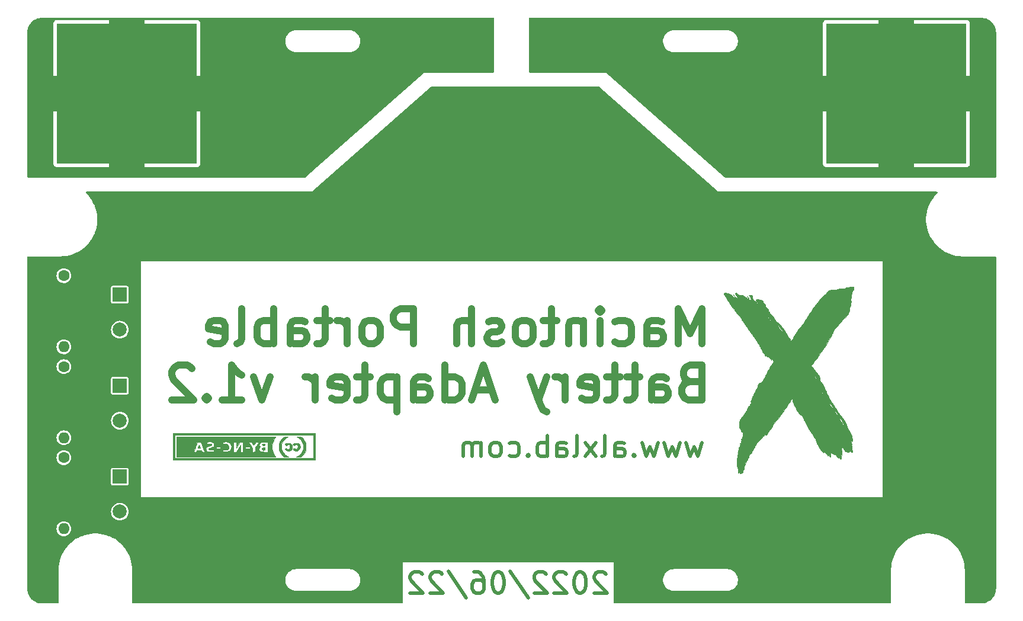
<source format=gbl>
G04 #@! TF.GenerationSoftware,KiCad,Pcbnew,(6.0.4)*
G04 #@! TF.CreationDate,2022-06-22T13:50:13-04:00*
G04 #@! TF.ProjectId,Macintosh Portable Battery Adapter v1.2,4d616369-6e74-46f7-9368-20506f727461,rev?*
G04 #@! TF.SameCoordinates,Original*
G04 #@! TF.FileFunction,Copper,L2,Bot*
G04 #@! TF.FilePolarity,Positive*
%FSLAX46Y46*%
G04 Gerber Fmt 4.6, Leading zero omitted, Abs format (unit mm)*
G04 Created by KiCad (PCBNEW (6.0.4)) date 2022-06-22 13:50:13*
%MOMM*%
%LPD*%
G01*
G04 APERTURE LIST*
%ADD10C,1.000000*%
G04 #@! TA.AperFunction,NonConductor*
%ADD11C,1.000000*%
G04 #@! TD*
%ADD12C,0.500000*%
G04 #@! TA.AperFunction,NonConductor*
%ADD13C,0.500000*%
G04 #@! TD*
G04 #@! TA.AperFunction,EtchedComponent*
%ADD14C,0.010000*%
G04 #@! TD*
G04 #@! TA.AperFunction,ComponentPad*
%ADD15O,1.600000X1.600000*%
G04 #@! TD*
G04 #@! TA.AperFunction,ComponentPad*
%ADD16C,1.600000*%
G04 #@! TD*
G04 #@! TA.AperFunction,ComponentPad*
%ADD17R,2.000000X2.000000*%
G04 #@! TD*
G04 #@! TA.AperFunction,ComponentPad*
%ADD18C,2.000000*%
G04 #@! TD*
G04 #@! TA.AperFunction,SMDPad,CuDef*
%ADD19R,20.000000X20.000000*%
G04 #@! TD*
G04 #@! TA.AperFunction,ViaPad*
%ADD20C,0.800000*%
G04 #@! TD*
G04 APERTURE END LIST*
D10*
D11*
X166659523Y-107736904D02*
X166659523Y-102736904D01*
X164992857Y-106308333D01*
X163326190Y-102736904D01*
X163326190Y-107736904D01*
X158802380Y-107736904D02*
X158802380Y-105117857D01*
X159040476Y-104641666D01*
X159516666Y-104403571D01*
X160469047Y-104403571D01*
X160945238Y-104641666D01*
X158802380Y-107498809D02*
X159278571Y-107736904D01*
X160469047Y-107736904D01*
X160945238Y-107498809D01*
X161183333Y-107022619D01*
X161183333Y-106546428D01*
X160945238Y-106070238D01*
X160469047Y-105832142D01*
X159278571Y-105832142D01*
X158802380Y-105594047D01*
X154278571Y-107498809D02*
X154754761Y-107736904D01*
X155707142Y-107736904D01*
X156183333Y-107498809D01*
X156421428Y-107260714D01*
X156659523Y-106784523D01*
X156659523Y-105355952D01*
X156421428Y-104879761D01*
X156183333Y-104641666D01*
X155707142Y-104403571D01*
X154754761Y-104403571D01*
X154278571Y-104641666D01*
X152135714Y-107736904D02*
X152135714Y-104403571D01*
X152135714Y-102736904D02*
X152373809Y-102975000D01*
X152135714Y-103213095D01*
X151897619Y-102975000D01*
X152135714Y-102736904D01*
X152135714Y-103213095D01*
X149754761Y-104403571D02*
X149754761Y-107736904D01*
X149754761Y-104879761D02*
X149516666Y-104641666D01*
X149040476Y-104403571D01*
X148326190Y-104403571D01*
X147850000Y-104641666D01*
X147611904Y-105117857D01*
X147611904Y-107736904D01*
X145945238Y-104403571D02*
X144040476Y-104403571D01*
X145230952Y-102736904D02*
X145230952Y-107022619D01*
X144992857Y-107498809D01*
X144516666Y-107736904D01*
X144040476Y-107736904D01*
X141659523Y-107736904D02*
X142135714Y-107498809D01*
X142373809Y-107260714D01*
X142611904Y-106784523D01*
X142611904Y-105355952D01*
X142373809Y-104879761D01*
X142135714Y-104641666D01*
X141659523Y-104403571D01*
X140945238Y-104403571D01*
X140469047Y-104641666D01*
X140230952Y-104879761D01*
X139992857Y-105355952D01*
X139992857Y-106784523D01*
X140230952Y-107260714D01*
X140469047Y-107498809D01*
X140945238Y-107736904D01*
X141659523Y-107736904D01*
X138088095Y-107498809D02*
X137611904Y-107736904D01*
X136659523Y-107736904D01*
X136183333Y-107498809D01*
X135945238Y-107022619D01*
X135945238Y-106784523D01*
X136183333Y-106308333D01*
X136659523Y-106070238D01*
X137373809Y-106070238D01*
X137850000Y-105832142D01*
X138088095Y-105355952D01*
X138088095Y-105117857D01*
X137850000Y-104641666D01*
X137373809Y-104403571D01*
X136659523Y-104403571D01*
X136183333Y-104641666D01*
X133802380Y-107736904D02*
X133802380Y-102736904D01*
X131659523Y-107736904D02*
X131659523Y-105117857D01*
X131897619Y-104641666D01*
X132373809Y-104403571D01*
X133088095Y-104403571D01*
X133564285Y-104641666D01*
X133802380Y-104879761D01*
X125469047Y-107736904D02*
X125469047Y-102736904D01*
X123564285Y-102736904D01*
X123088095Y-102975000D01*
X122850000Y-103213095D01*
X122611904Y-103689285D01*
X122611904Y-104403571D01*
X122850000Y-104879761D01*
X123088095Y-105117857D01*
X123564285Y-105355952D01*
X125469047Y-105355952D01*
X119754761Y-107736904D02*
X120230952Y-107498809D01*
X120469047Y-107260714D01*
X120707142Y-106784523D01*
X120707142Y-105355952D01*
X120469047Y-104879761D01*
X120230952Y-104641666D01*
X119754761Y-104403571D01*
X119040476Y-104403571D01*
X118564285Y-104641666D01*
X118326190Y-104879761D01*
X118088095Y-105355952D01*
X118088095Y-106784523D01*
X118326190Y-107260714D01*
X118564285Y-107498809D01*
X119040476Y-107736904D01*
X119754761Y-107736904D01*
X115945238Y-107736904D02*
X115945238Y-104403571D01*
X115945238Y-105355952D02*
X115707142Y-104879761D01*
X115469047Y-104641666D01*
X114992857Y-104403571D01*
X114516666Y-104403571D01*
X113564285Y-104403571D02*
X111659523Y-104403571D01*
X112850000Y-102736904D02*
X112850000Y-107022619D01*
X112611904Y-107498809D01*
X112135714Y-107736904D01*
X111659523Y-107736904D01*
X107850000Y-107736904D02*
X107850000Y-105117857D01*
X108088095Y-104641666D01*
X108564285Y-104403571D01*
X109516666Y-104403571D01*
X109992857Y-104641666D01*
X107850000Y-107498809D02*
X108326190Y-107736904D01*
X109516666Y-107736904D01*
X109992857Y-107498809D01*
X110230952Y-107022619D01*
X110230952Y-106546428D01*
X109992857Y-106070238D01*
X109516666Y-105832142D01*
X108326190Y-105832142D01*
X107850000Y-105594047D01*
X105469047Y-107736904D02*
X105469047Y-102736904D01*
X105469047Y-104641666D02*
X104992857Y-104403571D01*
X104040476Y-104403571D01*
X103564285Y-104641666D01*
X103326190Y-104879761D01*
X103088095Y-105355952D01*
X103088095Y-106784523D01*
X103326190Y-107260714D01*
X103564285Y-107498809D01*
X104040476Y-107736904D01*
X104992857Y-107736904D01*
X105469047Y-107498809D01*
X100230952Y-107736904D02*
X100707142Y-107498809D01*
X100945238Y-107022619D01*
X100945238Y-102736904D01*
X96421428Y-107498809D02*
X96897619Y-107736904D01*
X97850000Y-107736904D01*
X98326190Y-107498809D01*
X98564285Y-107022619D01*
X98564285Y-105117857D01*
X98326190Y-104641666D01*
X97850000Y-104403571D01*
X96897619Y-104403571D01*
X96421428Y-104641666D01*
X96183333Y-105117857D01*
X96183333Y-105594047D01*
X98564285Y-106070238D01*
X164992857Y-113167857D02*
X164278571Y-113405952D01*
X164040476Y-113644047D01*
X163802380Y-114120238D01*
X163802380Y-114834523D01*
X164040476Y-115310714D01*
X164278571Y-115548809D01*
X164754761Y-115786904D01*
X166659523Y-115786904D01*
X166659523Y-110786904D01*
X164992857Y-110786904D01*
X164516666Y-111025000D01*
X164278571Y-111263095D01*
X164040476Y-111739285D01*
X164040476Y-112215476D01*
X164278571Y-112691666D01*
X164516666Y-112929761D01*
X164992857Y-113167857D01*
X166659523Y-113167857D01*
X159516666Y-115786904D02*
X159516666Y-113167857D01*
X159754761Y-112691666D01*
X160230952Y-112453571D01*
X161183333Y-112453571D01*
X161659523Y-112691666D01*
X159516666Y-115548809D02*
X159992857Y-115786904D01*
X161183333Y-115786904D01*
X161659523Y-115548809D01*
X161897619Y-115072619D01*
X161897619Y-114596428D01*
X161659523Y-114120238D01*
X161183333Y-113882142D01*
X159992857Y-113882142D01*
X159516666Y-113644047D01*
X157850000Y-112453571D02*
X155945238Y-112453571D01*
X157135714Y-110786904D02*
X157135714Y-115072619D01*
X156897619Y-115548809D01*
X156421428Y-115786904D01*
X155945238Y-115786904D01*
X154992857Y-112453571D02*
X153088095Y-112453571D01*
X154278571Y-110786904D02*
X154278571Y-115072619D01*
X154040476Y-115548809D01*
X153564285Y-115786904D01*
X153088095Y-115786904D01*
X149516666Y-115548809D02*
X149992857Y-115786904D01*
X150945238Y-115786904D01*
X151421428Y-115548809D01*
X151659523Y-115072619D01*
X151659523Y-113167857D01*
X151421428Y-112691666D01*
X150945238Y-112453571D01*
X149992857Y-112453571D01*
X149516666Y-112691666D01*
X149278571Y-113167857D01*
X149278571Y-113644047D01*
X151659523Y-114120238D01*
X147135714Y-115786904D02*
X147135714Y-112453571D01*
X147135714Y-113405952D02*
X146897619Y-112929761D01*
X146659523Y-112691666D01*
X146183333Y-112453571D01*
X145707142Y-112453571D01*
X144516666Y-112453571D02*
X143326190Y-115786904D01*
X142135714Y-112453571D02*
X143326190Y-115786904D01*
X143802380Y-116977380D01*
X144040476Y-117215476D01*
X144516666Y-117453571D01*
X136659523Y-114358333D02*
X134278571Y-114358333D01*
X137135714Y-115786904D02*
X135469047Y-110786904D01*
X133802380Y-115786904D01*
X129992857Y-115786904D02*
X129992857Y-110786904D01*
X129992857Y-115548809D02*
X130469047Y-115786904D01*
X131421428Y-115786904D01*
X131897619Y-115548809D01*
X132135714Y-115310714D01*
X132373809Y-114834523D01*
X132373809Y-113405952D01*
X132135714Y-112929761D01*
X131897619Y-112691666D01*
X131421428Y-112453571D01*
X130469047Y-112453571D01*
X129992857Y-112691666D01*
X125469047Y-115786904D02*
X125469047Y-113167857D01*
X125707142Y-112691666D01*
X126183333Y-112453571D01*
X127135714Y-112453571D01*
X127611904Y-112691666D01*
X125469047Y-115548809D02*
X125945238Y-115786904D01*
X127135714Y-115786904D01*
X127611904Y-115548809D01*
X127850000Y-115072619D01*
X127850000Y-114596428D01*
X127611904Y-114120238D01*
X127135714Y-113882142D01*
X125945238Y-113882142D01*
X125469047Y-113644047D01*
X123088095Y-112453571D02*
X123088095Y-117453571D01*
X123088095Y-112691666D02*
X122611904Y-112453571D01*
X121659523Y-112453571D01*
X121183333Y-112691666D01*
X120945238Y-112929761D01*
X120707142Y-113405952D01*
X120707142Y-114834523D01*
X120945238Y-115310714D01*
X121183333Y-115548809D01*
X121659523Y-115786904D01*
X122611904Y-115786904D01*
X123088095Y-115548809D01*
X119278571Y-112453571D02*
X117373809Y-112453571D01*
X118564285Y-110786904D02*
X118564285Y-115072619D01*
X118326190Y-115548809D01*
X117850000Y-115786904D01*
X117373809Y-115786904D01*
X113802380Y-115548809D02*
X114278571Y-115786904D01*
X115230952Y-115786904D01*
X115707142Y-115548809D01*
X115945238Y-115072619D01*
X115945238Y-113167857D01*
X115707142Y-112691666D01*
X115230952Y-112453571D01*
X114278571Y-112453571D01*
X113802380Y-112691666D01*
X113564285Y-113167857D01*
X113564285Y-113644047D01*
X115945238Y-114120238D01*
X111421428Y-115786904D02*
X111421428Y-112453571D01*
X111421428Y-113405952D02*
X111183333Y-112929761D01*
X110945238Y-112691666D01*
X110469047Y-112453571D01*
X109992857Y-112453571D01*
X104992857Y-112453571D02*
X103802380Y-115786904D01*
X102611904Y-112453571D01*
X98088095Y-115786904D02*
X100945238Y-115786904D01*
X99516666Y-115786904D02*
X99516666Y-110786904D01*
X99992857Y-111501190D01*
X100469047Y-111977380D01*
X100945238Y-112215476D01*
X95945238Y-115310714D02*
X95707142Y-115548809D01*
X95945238Y-115786904D01*
X96183333Y-115548809D01*
X95945238Y-115310714D01*
X95945238Y-115786904D01*
X93802380Y-111263095D02*
X93564285Y-111025000D01*
X93088095Y-110786904D01*
X91897619Y-110786904D01*
X91421428Y-111025000D01*
X91183333Y-111263095D01*
X90945238Y-111739285D01*
X90945238Y-112215476D01*
X91183333Y-112929761D01*
X94040476Y-115786904D01*
X90945238Y-115786904D01*
D12*
D13*
X166714285Y-121857142D02*
X166142857Y-123857142D01*
X165571428Y-122428571D01*
X165000000Y-123857142D01*
X164428571Y-121857142D01*
X163571428Y-121857142D02*
X163000000Y-123857142D01*
X162428571Y-122428571D01*
X161857142Y-123857142D01*
X161285714Y-121857142D01*
X160428571Y-121857142D02*
X159857142Y-123857142D01*
X159285714Y-122428571D01*
X158714285Y-123857142D01*
X158142857Y-121857142D01*
X157000000Y-123571428D02*
X156857142Y-123714285D01*
X157000000Y-123857142D01*
X157142857Y-123714285D01*
X157000000Y-123571428D01*
X157000000Y-123857142D01*
X154285714Y-123857142D02*
X154285714Y-122285714D01*
X154428571Y-122000000D01*
X154714285Y-121857142D01*
X155285714Y-121857142D01*
X155571428Y-122000000D01*
X154285714Y-123714285D02*
X154571428Y-123857142D01*
X155285714Y-123857142D01*
X155571428Y-123714285D01*
X155714285Y-123428571D01*
X155714285Y-123142857D01*
X155571428Y-122857142D01*
X155285714Y-122714285D01*
X154571428Y-122714285D01*
X154285714Y-122571428D01*
X152428571Y-123857142D02*
X152714285Y-123714285D01*
X152857142Y-123428571D01*
X152857142Y-120857142D01*
X151571428Y-123857142D02*
X150000000Y-121857142D01*
X151571428Y-121857142D02*
X150000000Y-123857142D01*
X148428571Y-123857142D02*
X148714285Y-123714285D01*
X148857142Y-123428571D01*
X148857142Y-120857142D01*
X146000000Y-123857142D02*
X146000000Y-122285714D01*
X146142857Y-122000000D01*
X146428571Y-121857142D01*
X147000000Y-121857142D01*
X147285714Y-122000000D01*
X146000000Y-123714285D02*
X146285714Y-123857142D01*
X147000000Y-123857142D01*
X147285714Y-123714285D01*
X147428571Y-123428571D01*
X147428571Y-123142857D01*
X147285714Y-122857142D01*
X147000000Y-122714285D01*
X146285714Y-122714285D01*
X146000000Y-122571428D01*
X144571428Y-123857142D02*
X144571428Y-120857142D01*
X144571428Y-122000000D02*
X144285714Y-121857142D01*
X143714285Y-121857142D01*
X143428571Y-122000000D01*
X143285714Y-122142857D01*
X143142857Y-122428571D01*
X143142857Y-123285714D01*
X143285714Y-123571428D01*
X143428571Y-123714285D01*
X143714285Y-123857142D01*
X144285714Y-123857142D01*
X144571428Y-123714285D01*
X141857142Y-123571428D02*
X141714285Y-123714285D01*
X141857142Y-123857142D01*
X142000000Y-123714285D01*
X141857142Y-123571428D01*
X141857142Y-123857142D01*
X139142857Y-123714285D02*
X139428571Y-123857142D01*
X140000000Y-123857142D01*
X140285714Y-123714285D01*
X140428571Y-123571428D01*
X140571428Y-123285714D01*
X140571428Y-122428571D01*
X140428571Y-122142857D01*
X140285714Y-122000000D01*
X140000000Y-121857142D01*
X139428571Y-121857142D01*
X139142857Y-122000000D01*
X137428571Y-123857142D02*
X137714285Y-123714285D01*
X137857142Y-123571428D01*
X138000000Y-123285714D01*
X138000000Y-122428571D01*
X137857142Y-122142857D01*
X137714285Y-122000000D01*
X137428571Y-121857142D01*
X137000000Y-121857142D01*
X136714285Y-122000000D01*
X136571428Y-122142857D01*
X136428571Y-122428571D01*
X136428571Y-123285714D01*
X136571428Y-123571428D01*
X136714285Y-123714285D01*
X137000000Y-123857142D01*
X137428571Y-123857142D01*
X135142857Y-123857142D02*
X135142857Y-121857142D01*
X135142857Y-122142857D02*
X135000000Y-122000000D01*
X134714285Y-121857142D01*
X134285714Y-121857142D01*
X134000000Y-122000000D01*
X133857142Y-122285714D01*
X133857142Y-123857142D01*
X133857142Y-122285714D02*
X133714285Y-122000000D01*
X133428571Y-121857142D01*
X133000000Y-121857142D01*
X132714285Y-122000000D01*
X132571428Y-122285714D01*
X132571428Y-123857142D01*
D12*
D13*
X153000000Y-140642857D02*
X152857142Y-140500000D01*
X152571428Y-140357142D01*
X151857142Y-140357142D01*
X151571428Y-140500000D01*
X151428571Y-140642857D01*
X151285714Y-140928571D01*
X151285714Y-141214285D01*
X151428571Y-141642857D01*
X153142857Y-143357142D01*
X151285714Y-143357142D01*
X149428571Y-140357142D02*
X149142857Y-140357142D01*
X148857142Y-140500000D01*
X148714285Y-140642857D01*
X148571428Y-140928571D01*
X148428571Y-141500000D01*
X148428571Y-142214285D01*
X148571428Y-142785714D01*
X148714285Y-143071428D01*
X148857142Y-143214285D01*
X149142857Y-143357142D01*
X149428571Y-143357142D01*
X149714285Y-143214285D01*
X149857142Y-143071428D01*
X150000000Y-142785714D01*
X150142857Y-142214285D01*
X150142857Y-141500000D01*
X150000000Y-140928571D01*
X149857142Y-140642857D01*
X149714285Y-140500000D01*
X149428571Y-140357142D01*
X147285714Y-140642857D02*
X147142857Y-140500000D01*
X146857142Y-140357142D01*
X146142857Y-140357142D01*
X145857142Y-140500000D01*
X145714285Y-140642857D01*
X145571428Y-140928571D01*
X145571428Y-141214285D01*
X145714285Y-141642857D01*
X147428571Y-143357142D01*
X145571428Y-143357142D01*
X144428571Y-140642857D02*
X144285714Y-140500000D01*
X144000000Y-140357142D01*
X143285714Y-140357142D01*
X143000000Y-140500000D01*
X142857142Y-140642857D01*
X142714285Y-140928571D01*
X142714285Y-141214285D01*
X142857142Y-141642857D01*
X144571428Y-143357142D01*
X142714285Y-143357142D01*
X139285714Y-140214285D02*
X141857142Y-144071428D01*
X137714285Y-140357142D02*
X137428571Y-140357142D01*
X137142857Y-140500000D01*
X137000000Y-140642857D01*
X136857142Y-140928571D01*
X136714285Y-141500000D01*
X136714285Y-142214285D01*
X136857142Y-142785714D01*
X137000000Y-143071428D01*
X137142857Y-143214285D01*
X137428571Y-143357142D01*
X137714285Y-143357142D01*
X138000000Y-143214285D01*
X138142857Y-143071428D01*
X138285714Y-142785714D01*
X138428571Y-142214285D01*
X138428571Y-141500000D01*
X138285714Y-140928571D01*
X138142857Y-140642857D01*
X138000000Y-140500000D01*
X137714285Y-140357142D01*
X134142857Y-140357142D02*
X134714285Y-140357142D01*
X135000000Y-140500000D01*
X135142857Y-140642857D01*
X135428571Y-141071428D01*
X135571428Y-141642857D01*
X135571428Y-142785714D01*
X135428571Y-143071428D01*
X135285714Y-143214285D01*
X135000000Y-143357142D01*
X134428571Y-143357142D01*
X134142857Y-143214285D01*
X134000000Y-143071428D01*
X133857142Y-142785714D01*
X133857142Y-142071428D01*
X134000000Y-141785714D01*
X134142857Y-141642857D01*
X134428571Y-141500000D01*
X135000000Y-141500000D01*
X135285714Y-141642857D01*
X135428571Y-141785714D01*
X135571428Y-142071428D01*
X130428571Y-140214285D02*
X133000000Y-144071428D01*
X129571428Y-140642857D02*
X129428571Y-140500000D01*
X129142857Y-140357142D01*
X128428571Y-140357142D01*
X128142857Y-140500000D01*
X128000000Y-140642857D01*
X127857142Y-140928571D01*
X127857142Y-141214285D01*
X128000000Y-141642857D01*
X129714285Y-143357142D01*
X127857142Y-143357142D01*
X126714285Y-140642857D02*
X126571428Y-140500000D01*
X126285714Y-140357142D01*
X125571428Y-140357142D01*
X125285714Y-140500000D01*
X125142857Y-140642857D01*
X125000000Y-140928571D01*
X125000000Y-141214285D01*
X125142857Y-141642857D01*
X126857142Y-143357142D01*
X125000000Y-143357142D01*
G36*
X91059000Y-124358400D02*
G01*
X91059000Y-120802400D01*
X91313000Y-120802400D01*
X91313000Y-124104400D01*
X111125000Y-124104400D01*
X111125000Y-120802400D01*
X91313000Y-120802400D01*
X91059000Y-120802400D01*
X91059000Y-120548400D01*
X111379000Y-120548400D01*
X111379000Y-124358400D01*
X91059000Y-124358400D01*
G37*
D14*
X91059000Y-124358400D02*
X91059000Y-120802400D01*
X91313000Y-120802400D01*
X91313000Y-124104400D01*
X111125000Y-124104400D01*
X111125000Y-120802400D01*
X91313000Y-120802400D01*
X91059000Y-120802400D01*
X91059000Y-120548400D01*
X111379000Y-120548400D01*
X111379000Y-124358400D01*
X91059000Y-124358400D01*
G36*
X108862957Y-121926349D02*
G01*
X108996090Y-121963895D01*
X109106114Y-122048567D01*
X109122130Y-122065274D01*
X109234977Y-122250331D01*
X109273613Y-122458866D01*
X109241673Y-122664451D01*
X109142791Y-122840659D01*
X108980602Y-122961064D01*
X108802045Y-123022392D01*
X108644869Y-123025070D01*
X108462570Y-122966583D01*
X108426805Y-122951013D01*
X108285915Y-122865319D01*
X108246109Y-122781908D01*
X108306991Y-122700101D01*
X108321854Y-122689532D01*
X108403419Y-122658865D01*
X108483852Y-122707808D01*
X108532791Y-122744595D01*
X108674610Y-122784349D01*
X108806116Y-122742652D01*
X108902913Y-122632395D01*
X108940600Y-122466471D01*
X108937154Y-122407327D01*
X108885156Y-122250938D01*
X108786381Y-122156163D01*
X108661136Y-122136000D01*
X108529726Y-122203448D01*
X108439481Y-122255385D01*
X108335226Y-122227061D01*
X108268961Y-122182023D01*
X108229400Y-122127255D01*
X108270801Y-122056534D01*
X108386682Y-121988544D01*
X108548781Y-121939101D01*
X108728686Y-121920000D01*
X108862957Y-121926349D01*
G37*
X108862957Y-121926349D02*
X108996090Y-121963895D01*
X109106114Y-122048567D01*
X109122130Y-122065274D01*
X109234977Y-122250331D01*
X109273613Y-122458866D01*
X109241673Y-122664451D01*
X109142791Y-122840659D01*
X108980602Y-122961064D01*
X108802045Y-123022392D01*
X108644869Y-123025070D01*
X108462570Y-122966583D01*
X108426805Y-122951013D01*
X108285915Y-122865319D01*
X108246109Y-122781908D01*
X108306991Y-122700101D01*
X108321854Y-122689532D01*
X108403419Y-122658865D01*
X108483852Y-122707808D01*
X108532791Y-122744595D01*
X108674610Y-122784349D01*
X108806116Y-122742652D01*
X108902913Y-122632395D01*
X108940600Y-122466471D01*
X108937154Y-122407327D01*
X108885156Y-122250938D01*
X108786381Y-122156163D01*
X108661136Y-122136000D01*
X108529726Y-122203448D01*
X108439481Y-122255385D01*
X108335226Y-122227061D01*
X108268961Y-122182023D01*
X108229400Y-122127255D01*
X108270801Y-122056534D01*
X108386682Y-121988544D01*
X108548781Y-121939101D01*
X108728686Y-121920000D01*
X108862957Y-121926349D01*
G36*
X109156957Y-121056411D02*
G01*
X109330655Y-121061326D01*
X109443397Y-121085090D01*
X109532828Y-121142137D01*
X109636595Y-121246900D01*
X109697417Y-121317901D01*
X109833263Y-121503535D01*
X109947700Y-121691400D01*
X109992288Y-121779701D01*
X110039807Y-121901515D01*
X110067200Y-122034276D01*
X110079828Y-122208173D01*
X110083054Y-122453400D01*
X110079201Y-122644084D01*
X110044494Y-122953884D01*
X109964757Y-123210423D01*
X109829147Y-123442860D01*
X109626822Y-123680356D01*
X109561213Y-123748183D01*
X109463578Y-123836153D01*
X109372028Y-123881317D01*
X109250669Y-123897607D01*
X109063608Y-123898954D01*
X108712000Y-123896709D01*
X108915200Y-123791912D01*
X109044101Y-123718244D01*
X109345629Y-123473347D01*
X109570555Y-123172363D01*
X109711166Y-122827534D01*
X109759750Y-122451105D01*
X109718104Y-122093857D01*
X109583605Y-121750880D01*
X109358683Y-121451487D01*
X109045953Y-121200260D01*
X108819109Y-121056399D01*
X109139703Y-121056399D01*
X109156957Y-121056411D01*
G37*
X109156957Y-121056411D02*
X109330655Y-121061326D01*
X109443397Y-121085090D01*
X109532828Y-121142137D01*
X109636595Y-121246900D01*
X109697417Y-121317901D01*
X109833263Y-121503535D01*
X109947700Y-121691400D01*
X109992288Y-121779701D01*
X110039807Y-121901515D01*
X110067200Y-122034276D01*
X110079828Y-122208173D01*
X110083054Y-122453400D01*
X110079201Y-122644084D01*
X110044494Y-122953884D01*
X109964757Y-123210423D01*
X109829147Y-123442860D01*
X109626822Y-123680356D01*
X109561213Y-123748183D01*
X109463578Y-123836153D01*
X109372028Y-123881317D01*
X109250669Y-123897607D01*
X109063608Y-123898954D01*
X108712000Y-123896709D01*
X108915200Y-123791912D01*
X109044101Y-123718244D01*
X109345629Y-123473347D01*
X109570555Y-123172363D01*
X109711166Y-122827534D01*
X109759750Y-122451105D01*
X109718104Y-122093857D01*
X109583605Y-121750880D01*
X109358683Y-121451487D01*
X109045953Y-121200260D01*
X108819109Y-121056399D01*
X109139703Y-121056399D01*
X109156957Y-121056411D01*
G36*
X105246738Y-122324169D02*
G01*
X105258528Y-122760604D01*
X105371609Y-123189474D01*
X105585978Y-123610864D01*
X105650526Y-123714779D01*
X105715171Y-123825247D01*
X105740200Y-123877564D01*
X105713997Y-123879598D01*
X105594272Y-123882332D01*
X105382869Y-123884959D01*
X105085547Y-123887457D01*
X104708064Y-123889809D01*
X104256179Y-123891995D01*
X103735649Y-123893995D01*
X103152234Y-123895791D01*
X102511690Y-123897364D01*
X101819778Y-123898693D01*
X101082254Y-123899761D01*
X100304878Y-123900547D01*
X99493407Y-123901033D01*
X98653600Y-123901200D01*
X91567000Y-123901200D01*
X91567000Y-123141286D01*
X94056200Y-123141286D01*
X94057868Y-123147924D01*
X94117231Y-123177842D01*
X94235258Y-123190000D01*
X94307068Y-123186986D01*
X94406377Y-123152679D01*
X94462600Y-123063000D01*
X94492661Y-123000478D01*
X94546034Y-122958033D01*
X94645274Y-122939852D01*
X94818200Y-122936000D01*
X94970477Y-122938599D01*
X95079036Y-122953987D01*
X95137538Y-122992142D01*
X95173800Y-123063000D01*
X95210944Y-123133863D01*
X95286149Y-123178979D01*
X95425802Y-123190000D01*
X95629518Y-123190000D01*
X99745800Y-123190000D01*
X100195678Y-123190000D01*
X100736400Y-122210218D01*
X100765480Y-123190000D01*
X101117400Y-123190000D01*
X101117400Y-122605800D01*
X101422200Y-122605800D01*
X101422391Y-122626542D01*
X101432848Y-122686272D01*
X101476033Y-122718006D01*
X101574899Y-122730573D01*
X101752400Y-122732800D01*
X101806330Y-122732726D01*
X101961629Y-122728704D01*
X102044138Y-122712095D01*
X102076810Y-122674069D01*
X102082600Y-122605800D01*
X102082410Y-122585057D01*
X102071953Y-122525327D01*
X102028768Y-122493593D01*
X101929902Y-122481026D01*
X101752400Y-122478800D01*
X101698471Y-122478873D01*
X101543172Y-122482895D01*
X101460663Y-122499504D01*
X101427991Y-122537530D01*
X101422200Y-122605800D01*
X101117400Y-122605800D01*
X101117400Y-121793000D01*
X101873450Y-121793000D01*
X102155825Y-122198050D01*
X102279941Y-122379745D01*
X102366129Y-122522799D01*
X102400410Y-122605800D01*
X102413702Y-122637985D01*
X102433959Y-122753251D01*
X102438200Y-122896550D01*
X102438200Y-123190000D01*
X102607534Y-123190000D01*
X102617592Y-123189941D01*
X102741019Y-123179379D01*
X102810734Y-123156133D01*
X102824754Y-123116087D01*
X102839058Y-122997043D01*
X102844600Y-122833900D01*
X102845785Y-122749118D01*
X102851462Y-122694403D01*
X103361713Y-122694403D01*
X103369102Y-122857609D01*
X103461890Y-123005603D01*
X103634458Y-123118100D01*
X103766202Y-123153395D01*
X103974481Y-123180099D01*
X104214569Y-123190000D01*
X104622600Y-123190000D01*
X104622600Y-121767600D01*
X104137691Y-121767600D01*
X103935537Y-121769037D01*
X103773871Y-121777213D01*
X103680351Y-121794884D01*
X103668365Y-121797149D01*
X103594583Y-121833842D01*
X103528091Y-121892290D01*
X103431509Y-122026360D01*
X103412589Y-122175775D01*
X103492300Y-122312545D01*
X103546266Y-122375311D01*
X103541546Y-122430622D01*
X103466900Y-122513436D01*
X103445345Y-122536271D01*
X103361713Y-122694403D01*
X102851462Y-122694403D01*
X102859254Y-122619300D01*
X102897724Y-122502689D01*
X102973428Y-122367975D01*
X103098600Y-122183850D01*
X103147516Y-122113686D01*
X103252467Y-121959139D01*
X103325321Y-121845992D01*
X103352600Y-121794884D01*
X103347881Y-121789007D01*
X103278239Y-121773726D01*
X103151841Y-121767600D01*
X103068134Y-121770600D01*
X102971953Y-121796825D01*
X102889245Y-121868020D01*
X102787441Y-122005442D01*
X102623802Y-122243285D01*
X102543701Y-122121404D01*
X102532639Y-122104637D01*
X102405689Y-121927789D01*
X102300338Y-121824765D01*
X102194551Y-121779647D01*
X102066291Y-121776514D01*
X101873450Y-121793000D01*
X101117400Y-121793000D01*
X101117400Y-121767600D01*
X100892899Y-121767600D01*
X100668398Y-121767599D01*
X100411540Y-122212100D01*
X100154681Y-122656600D01*
X100153441Y-122212100D01*
X100152200Y-121767600D01*
X99745800Y-121767600D01*
X99745800Y-123190000D01*
X95629518Y-123190000D01*
X95534005Y-122948700D01*
X95509678Y-122887380D01*
X95446446Y-122728645D01*
X95783400Y-122728645D01*
X95797926Y-122893443D01*
X95860964Y-123022065D01*
X95990234Y-123115678D01*
X96042058Y-123136754D01*
X96217425Y-123172844D01*
X96428578Y-123183081D01*
X96465246Y-123182187D01*
X96688624Y-123173014D01*
X96830886Y-123154171D01*
X96910115Y-123118080D01*
X96944393Y-123057166D01*
X96951800Y-122963852D01*
X96951800Y-122795572D01*
X96761300Y-122863556D01*
X96681675Y-122889391D01*
X96474157Y-122929027D01*
X96314360Y-122917973D01*
X96217199Y-122859096D01*
X96197591Y-122755262D01*
X96214152Y-122718788D01*
X96308854Y-122652577D01*
X96452610Y-122605800D01*
X97256600Y-122605800D01*
X97256607Y-122610251D01*
X97263937Y-122678777D01*
X97301274Y-122715416D01*
X97392476Y-122730110D01*
X97561400Y-122732800D01*
X97572084Y-122732797D01*
X97736546Y-122729743D01*
X97824481Y-122714185D01*
X97859747Y-122676185D01*
X97866200Y-122605800D01*
X97866194Y-122601348D01*
X97858864Y-122532822D01*
X97821527Y-122496183D01*
X97730325Y-122481489D01*
X97561400Y-122478800D01*
X97550717Y-122478802D01*
X97386255Y-122481856D01*
X97298320Y-122497414D01*
X97263054Y-122535414D01*
X97256600Y-122605800D01*
X96452610Y-122605800D01*
X96494335Y-122592223D01*
X96609515Y-122559818D01*
X96756563Y-122508088D01*
X96842438Y-122464162D01*
X96920815Y-122372831D01*
X96970077Y-122197300D01*
X96930004Y-121996988D01*
X96917926Y-121976526D01*
X98171000Y-121976526D01*
X98174284Y-122055457D01*
X98200292Y-122098771D01*
X98269261Y-122074187D01*
X98299574Y-122061568D01*
X98433588Y-122033003D01*
X98597482Y-122021600D01*
X98725582Y-122031488D01*
X98899793Y-122101639D01*
X98968970Y-122197300D01*
X99001532Y-122242330D01*
X99034600Y-122457351D01*
X99026001Y-122582444D01*
X99017526Y-122605800D01*
X98959794Y-122764903D01*
X98825821Y-122872738D01*
X98621216Y-122909085D01*
X98574439Y-122908543D01*
X98408701Y-122895107D01*
X98285300Y-122869076D01*
X98238727Y-122854334D01*
X98183199Y-122865834D01*
X98171000Y-122956189D01*
X98189332Y-123044278D01*
X98269261Y-123137412D01*
X98316647Y-123156833D01*
X98490183Y-123185846D01*
X98703233Y-123184992D01*
X98914746Y-123156105D01*
X99083672Y-123101021D01*
X99094266Y-123095555D01*
X99286334Y-122939606D01*
X99407368Y-122718559D01*
X99449467Y-122446543D01*
X99416310Y-122234160D01*
X99301609Y-122020228D01*
X99121171Y-121855869D01*
X98891935Y-121751623D01*
X98630840Y-121718024D01*
X98354824Y-121765611D01*
X98252234Y-121806486D01*
X98186570Y-121870353D01*
X98171000Y-121976526D01*
X96917926Y-121976526D01*
X96874959Y-121903730D01*
X96714799Y-121784214D01*
X96478851Y-121729147D01*
X96169553Y-121739358D01*
X96022784Y-121760267D01*
X95929912Y-121788235D01*
X95892147Y-121835344D01*
X95885000Y-121916872D01*
X95885000Y-122058834D01*
X96245070Y-122033071D01*
X96362289Y-122024968D01*
X96500698Y-122019927D01*
X96570533Y-122031597D01*
X96592666Y-122065768D01*
X96587970Y-122128235D01*
X96559983Y-122204789D01*
X96469200Y-122266236D01*
X96436650Y-122271868D01*
X96141119Y-122344178D01*
X95938060Y-122441494D01*
X95820984Y-122568191D01*
X95783400Y-122728645D01*
X95446446Y-122728645D01*
X95435124Y-122700224D01*
X95343741Y-122471503D01*
X95250015Y-122237500D01*
X95061538Y-121767599D01*
X94581720Y-121767599D01*
X94318960Y-122430086D01*
X94287209Y-122510496D01*
X94196401Y-122744751D01*
X94123071Y-122940308D01*
X94074058Y-123078657D01*
X94056200Y-123141286D01*
X91567000Y-123141286D01*
X91567000Y-121056400D01*
X105748487Y-121056400D01*
X105636461Y-121237660D01*
X105527035Y-121428272D01*
X105383740Y-121767600D01*
X105336239Y-121880086D01*
X105246738Y-122324169D01*
G37*
X105246738Y-122324169D02*
X105258528Y-122760604D01*
X105371609Y-123189474D01*
X105585978Y-123610864D01*
X105650526Y-123714779D01*
X105715171Y-123825247D01*
X105740200Y-123877564D01*
X105713997Y-123879598D01*
X105594272Y-123882332D01*
X105382869Y-123884959D01*
X105085547Y-123887457D01*
X104708064Y-123889809D01*
X104256179Y-123891995D01*
X103735649Y-123893995D01*
X103152234Y-123895791D01*
X102511690Y-123897364D01*
X101819778Y-123898693D01*
X101082254Y-123899761D01*
X100304878Y-123900547D01*
X99493407Y-123901033D01*
X98653600Y-123901200D01*
X91567000Y-123901200D01*
X91567000Y-123141286D01*
X94056200Y-123141286D01*
X94057868Y-123147924D01*
X94117231Y-123177842D01*
X94235258Y-123190000D01*
X94307068Y-123186986D01*
X94406377Y-123152679D01*
X94462600Y-123063000D01*
X94492661Y-123000478D01*
X94546034Y-122958033D01*
X94645274Y-122939852D01*
X94818200Y-122936000D01*
X94970477Y-122938599D01*
X95079036Y-122953987D01*
X95137538Y-122992142D01*
X95173800Y-123063000D01*
X95210944Y-123133863D01*
X95286149Y-123178979D01*
X95425802Y-123190000D01*
X95629518Y-123190000D01*
X99745800Y-123190000D01*
X100195678Y-123190000D01*
X100736400Y-122210218D01*
X100765480Y-123190000D01*
X101117400Y-123190000D01*
X101117400Y-122605800D01*
X101422200Y-122605800D01*
X101422391Y-122626542D01*
X101432848Y-122686272D01*
X101476033Y-122718006D01*
X101574899Y-122730573D01*
X101752400Y-122732800D01*
X101806330Y-122732726D01*
X101961629Y-122728704D01*
X102044138Y-122712095D01*
X102076810Y-122674069D01*
X102082600Y-122605800D01*
X102082410Y-122585057D01*
X102071953Y-122525327D01*
X102028768Y-122493593D01*
X101929902Y-122481026D01*
X101752400Y-122478800D01*
X101698471Y-122478873D01*
X101543172Y-122482895D01*
X101460663Y-122499504D01*
X101427991Y-122537530D01*
X101422200Y-122605800D01*
X101117400Y-122605800D01*
X101117400Y-121793000D01*
X101873450Y-121793000D01*
X102155825Y-122198050D01*
X102279941Y-122379745D01*
X102366129Y-122522799D01*
X102400410Y-122605800D01*
X102413702Y-122637985D01*
X102433959Y-122753251D01*
X102438200Y-122896550D01*
X102438200Y-123190000D01*
X102607534Y-123190000D01*
X102617592Y-123189941D01*
X102741019Y-123179379D01*
X102810734Y-123156133D01*
X102824754Y-123116087D01*
X102839058Y-122997043D01*
X102844600Y-122833900D01*
X102845785Y-122749118D01*
X102851462Y-122694403D01*
X103361713Y-122694403D01*
X103369102Y-122857609D01*
X103461890Y-123005603D01*
X103634458Y-123118100D01*
X103766202Y-123153395D01*
X103974481Y-123180099D01*
X104214569Y-123190000D01*
X104622600Y-123190000D01*
X104622600Y-121767600D01*
X104137691Y-121767600D01*
X103935537Y-121769037D01*
X103773871Y-121777213D01*
X103680351Y-121794884D01*
X103668365Y-121797149D01*
X103594583Y-121833842D01*
X103528091Y-121892290D01*
X103431509Y-122026360D01*
X103412589Y-122175775D01*
X103492300Y-122312545D01*
X103546266Y-122375311D01*
X103541546Y-122430622D01*
X103466900Y-122513436D01*
X103445345Y-122536271D01*
X103361713Y-122694403D01*
X102851462Y-122694403D01*
X102859254Y-122619300D01*
X102897724Y-122502689D01*
X102973428Y-122367975D01*
X103098600Y-122183850D01*
X103147516Y-122113686D01*
X103252467Y-121959139D01*
X103325321Y-121845992D01*
X103352600Y-121794884D01*
X103347881Y-121789007D01*
X103278239Y-121773726D01*
X103151841Y-121767600D01*
X103068134Y-121770600D01*
X102971953Y-121796825D01*
X102889245Y-121868020D01*
X102787441Y-122005442D01*
X102623802Y-122243285D01*
X102543701Y-122121404D01*
X102532639Y-122104637D01*
X102405689Y-121927789D01*
X102300338Y-121824765D01*
X102194551Y-121779647D01*
X102066291Y-121776514D01*
X101873450Y-121793000D01*
X101117400Y-121793000D01*
X101117400Y-121767600D01*
X100892899Y-121767600D01*
X100668398Y-121767599D01*
X100411540Y-122212100D01*
X100154681Y-122656600D01*
X100153441Y-122212100D01*
X100152200Y-121767600D01*
X99745800Y-121767600D01*
X99745800Y-123190000D01*
X95629518Y-123190000D01*
X95534005Y-122948700D01*
X95509678Y-122887380D01*
X95446446Y-122728645D01*
X95783400Y-122728645D01*
X95797926Y-122893443D01*
X95860964Y-123022065D01*
X95990234Y-123115678D01*
X96042058Y-123136754D01*
X96217425Y-123172844D01*
X96428578Y-123183081D01*
X96465246Y-123182187D01*
X96688624Y-123173014D01*
X96830886Y-123154171D01*
X96910115Y-123118080D01*
X96944393Y-123057166D01*
X96951800Y-122963852D01*
X96951800Y-122795572D01*
X96761300Y-122863556D01*
X96681675Y-122889391D01*
X96474157Y-122929027D01*
X96314360Y-122917973D01*
X96217199Y-122859096D01*
X96197591Y-122755262D01*
X96214152Y-122718788D01*
X96308854Y-122652577D01*
X96452610Y-122605800D01*
X97256600Y-122605800D01*
X97256607Y-122610251D01*
X97263937Y-122678777D01*
X97301274Y-122715416D01*
X97392476Y-122730110D01*
X97561400Y-122732800D01*
X97572084Y-122732797D01*
X97736546Y-122729743D01*
X97824481Y-122714185D01*
X97859747Y-122676185D01*
X97866200Y-122605800D01*
X97866194Y-122601348D01*
X97858864Y-122532822D01*
X97821527Y-122496183D01*
X97730325Y-122481489D01*
X97561400Y-122478800D01*
X97550717Y-122478802D01*
X97386255Y-122481856D01*
X97298320Y-122497414D01*
X97263054Y-122535414D01*
X97256600Y-122605800D01*
X96452610Y-122605800D01*
X96494335Y-122592223D01*
X96609515Y-122559818D01*
X96756563Y-122508088D01*
X96842438Y-122464162D01*
X96920815Y-122372831D01*
X96970077Y-122197300D01*
X96930004Y-121996988D01*
X96917926Y-121976526D01*
X98171000Y-121976526D01*
X98174284Y-122055457D01*
X98200292Y-122098771D01*
X98269261Y-122074187D01*
X98299574Y-122061568D01*
X98433588Y-122033003D01*
X98597482Y-122021600D01*
X98725582Y-122031488D01*
X98899793Y-122101639D01*
X98968970Y-122197300D01*
X99001532Y-122242330D01*
X99034600Y-122457351D01*
X99026001Y-122582444D01*
X99017526Y-122605800D01*
X98959794Y-122764903D01*
X98825821Y-122872738D01*
X98621216Y-122909085D01*
X98574439Y-122908543D01*
X98408701Y-122895107D01*
X98285300Y-122869076D01*
X98238727Y-122854334D01*
X98183199Y-122865834D01*
X98171000Y-122956189D01*
X98189332Y-123044278D01*
X98269261Y-123137412D01*
X98316647Y-123156833D01*
X98490183Y-123185846D01*
X98703233Y-123184992D01*
X98914746Y-123156105D01*
X99083672Y-123101021D01*
X99094266Y-123095555D01*
X99286334Y-122939606D01*
X99407368Y-122718559D01*
X99449467Y-122446543D01*
X99416310Y-122234160D01*
X99301609Y-122020228D01*
X99121171Y-121855869D01*
X98891935Y-121751623D01*
X98630840Y-121718024D01*
X98354824Y-121765611D01*
X98252234Y-121806486D01*
X98186570Y-121870353D01*
X98171000Y-121976526D01*
X96917926Y-121976526D01*
X96874959Y-121903730D01*
X96714799Y-121784214D01*
X96478851Y-121729147D01*
X96169553Y-121739358D01*
X96022784Y-121760267D01*
X95929912Y-121788235D01*
X95892147Y-121835344D01*
X95885000Y-121916872D01*
X95885000Y-122058834D01*
X96245070Y-122033071D01*
X96362289Y-122024968D01*
X96500698Y-122019927D01*
X96570533Y-122031597D01*
X96592666Y-122065768D01*
X96587970Y-122128235D01*
X96559983Y-122204789D01*
X96469200Y-122266236D01*
X96436650Y-122271868D01*
X96141119Y-122344178D01*
X95938060Y-122441494D01*
X95820984Y-122568191D01*
X95783400Y-122728645D01*
X95446446Y-122728645D01*
X95435124Y-122700224D01*
X95343741Y-122471503D01*
X95250015Y-122237500D01*
X95061538Y-121767599D01*
X94581720Y-121767599D01*
X94318960Y-122430086D01*
X94287209Y-122510496D01*
X94196401Y-122744751D01*
X94123071Y-122940308D01*
X94074058Y-123078657D01*
X94056200Y-123141286D01*
X91567000Y-123141286D01*
X91567000Y-121056400D01*
X105748487Y-121056400D01*
X105636461Y-121237660D01*
X105527035Y-121428272D01*
X105383740Y-121767600D01*
X105336239Y-121880086D01*
X105246738Y-122324169D01*
G36*
X94840945Y-122186482D02*
G01*
X94885317Y-122268774D01*
X94937342Y-122402600D01*
X95015234Y-122631200D01*
X94627592Y-122631200D01*
X94709796Y-122402600D01*
X94738669Y-122327531D01*
X94790444Y-122217334D01*
X94825725Y-122174000D01*
X94840945Y-122186482D01*
G37*
X94840945Y-122186482D02*
X94885317Y-122268774D01*
X94937342Y-122402600D01*
X95015234Y-122631200D01*
X94627592Y-122631200D01*
X94709796Y-122402600D01*
X94738669Y-122327531D01*
X94790444Y-122217334D01*
X94825725Y-122174000D01*
X94840945Y-122186482D01*
G36*
X107543600Y-121060467D02*
G01*
X107391200Y-121140395D01*
X107266385Y-121218409D01*
X107040893Y-121413924D01*
X106841262Y-121649927D01*
X106701409Y-121889579D01*
X106626861Y-122138573D01*
X106593516Y-122443442D01*
X106610005Y-122744788D01*
X106677242Y-123000631D01*
X106731817Y-123108449D01*
X106900289Y-123343949D01*
X107120261Y-123570793D01*
X107363046Y-123757331D01*
X107588892Y-123901200D01*
X106918016Y-123901200D01*
X106687439Y-123644742D01*
X106511585Y-123421535D01*
X106352245Y-123114524D01*
X106270519Y-122774060D01*
X106258400Y-122376471D01*
X106280823Y-122119893D01*
X106352224Y-121812381D01*
X106482190Y-121540264D01*
X106684201Y-121268461D01*
X106731370Y-121213791D01*
X106820236Y-121123535D01*
X106905324Y-121077007D01*
X107021757Y-121060031D01*
X107204659Y-121058433D01*
X107543600Y-121060467D01*
G37*
X107543600Y-121060467D02*
X107391200Y-121140395D01*
X107266385Y-121218409D01*
X107040893Y-121413924D01*
X106841262Y-121649927D01*
X106701409Y-121889579D01*
X106626861Y-122138573D01*
X106593516Y-122443442D01*
X106610005Y-122744788D01*
X106677242Y-123000631D01*
X106731817Y-123108449D01*
X106900289Y-123343949D01*
X107120261Y-123570793D01*
X107363046Y-123757331D01*
X107588892Y-123901200D01*
X106918016Y-123901200D01*
X106687439Y-123644742D01*
X106511585Y-123421535D01*
X106352245Y-123114524D01*
X106270519Y-122774060D01*
X106258400Y-122376471D01*
X106280823Y-122119893D01*
X106352224Y-121812381D01*
X106482190Y-121540264D01*
X106684201Y-121268461D01*
X106731370Y-121213791D01*
X106820236Y-121123535D01*
X106905324Y-121077007D01*
X107021757Y-121060031D01*
X107204659Y-121058433D01*
X107543600Y-121060467D01*
G36*
X107738605Y-121929083D02*
G01*
X107862989Y-121972404D01*
X107979308Y-122068492D01*
X108057616Y-122157985D01*
X108113579Y-122281608D01*
X108127800Y-122452831D01*
X108126184Y-122527717D01*
X108092780Y-122730945D01*
X108007081Y-122868684D01*
X107857101Y-122963545D01*
X107695545Y-123017750D01*
X107484252Y-123022104D01*
X107276900Y-122936556D01*
X107236089Y-122910699D01*
X107134189Y-122823164D01*
X107125834Y-122751489D01*
X107208066Y-122684854D01*
X107287607Y-122660564D01*
X107366686Y-122708467D01*
X107477071Y-122773057D01*
X107618381Y-122771720D01*
X107743172Y-122703771D01*
X107746862Y-122699982D01*
X107812098Y-122565520D01*
X107811139Y-122397036D01*
X107743920Y-122236103D01*
X107667203Y-122157250D01*
X107545096Y-122130021D01*
X107412126Y-122203448D01*
X107321881Y-122255385D01*
X107217626Y-122227061D01*
X107151444Y-122181440D01*
X107111800Y-122124293D01*
X107137861Y-122064503D01*
X107241772Y-121992107D01*
X107399670Y-121939997D01*
X107584212Y-121919999D01*
X107738605Y-121929083D01*
G37*
X107738605Y-121929083D02*
X107862989Y-121972404D01*
X107979308Y-122068492D01*
X108057616Y-122157985D01*
X108113579Y-122281608D01*
X108127800Y-122452831D01*
X108126184Y-122527717D01*
X108092780Y-122730945D01*
X108007081Y-122868684D01*
X107857101Y-122963545D01*
X107695545Y-123017750D01*
X107484252Y-123022104D01*
X107276900Y-122936556D01*
X107236089Y-122910699D01*
X107134189Y-122823164D01*
X107125834Y-122751489D01*
X107208066Y-122684854D01*
X107287607Y-122660564D01*
X107366686Y-122708467D01*
X107477071Y-122773057D01*
X107618381Y-122771720D01*
X107743172Y-122703771D01*
X107746862Y-122699982D01*
X107812098Y-122565520D01*
X107811139Y-122397036D01*
X107743920Y-122236103D01*
X107667203Y-122157250D01*
X107545096Y-122130021D01*
X107412126Y-122203448D01*
X107321881Y-122255385D01*
X107217626Y-122227061D01*
X107151444Y-122181440D01*
X107111800Y-122124293D01*
X107137861Y-122064503D01*
X107241772Y-121992107D01*
X107399670Y-121939997D01*
X107584212Y-121919999D01*
X107738605Y-121929083D01*
G36*
X104206663Y-122062217D02*
G01*
X104216200Y-122148600D01*
X104216151Y-122159997D01*
X104204101Y-122240349D01*
X104150434Y-122269624D01*
X104025700Y-122265966D01*
X103939651Y-122255222D01*
X103857062Y-122219547D01*
X103835200Y-122148600D01*
X103841993Y-122102144D01*
X103896067Y-122053622D01*
X104025700Y-122031233D01*
X104042014Y-122029918D01*
X104158418Y-122028705D01*
X104206663Y-122062217D01*
G37*
X104206663Y-122062217D02*
X104216200Y-122148600D01*
X104216151Y-122159997D01*
X104204101Y-122240349D01*
X104150434Y-122269624D01*
X104025700Y-122265966D01*
X103939651Y-122255222D01*
X103857062Y-122219547D01*
X103835200Y-122148600D01*
X103841993Y-122102144D01*
X103896067Y-122053622D01*
X104025700Y-122031233D01*
X104042014Y-122029918D01*
X104158418Y-122028705D01*
X104206663Y-122062217D01*
G36*
X104216200Y-122755279D02*
G01*
X104208566Y-122872855D01*
X104169000Y-122925276D01*
X104073510Y-122936000D01*
X104047535Y-122935292D01*
X103892508Y-122897234D01*
X103790904Y-122814131D01*
X103766615Y-122704042D01*
X103783033Y-122660329D01*
X103854078Y-122612668D01*
X104000739Y-122590179D01*
X104216200Y-122574558D01*
X104216200Y-122755279D01*
G37*
X104216200Y-122755279D02*
X104208566Y-122872855D01*
X104169000Y-122925276D01*
X104073510Y-122936000D01*
X104047535Y-122935292D01*
X103892508Y-122897234D01*
X103790904Y-122814131D01*
X103766615Y-122704042D01*
X103783033Y-122660329D01*
X103854078Y-122612668D01*
X104000739Y-122590179D01*
X104216200Y-122574558D01*
X104216200Y-122755279D01*
G36*
X182499000Y-111963200D02*
G01*
X182473600Y-111988600D01*
X182448200Y-111963200D01*
X182473600Y-111937800D01*
X182499000Y-111963200D01*
G37*
X182499000Y-111963200D02*
X182473600Y-111988600D01*
X182448200Y-111963200D01*
X182473600Y-111937800D01*
X182499000Y-111963200D01*
G36*
X172135800Y-121996200D02*
G01*
X172132134Y-122023093D01*
X172101934Y-122030066D01*
X172095854Y-122022621D01*
X172101934Y-121962333D01*
X172117214Y-121954385D01*
X172135800Y-121996200D01*
G37*
X172135800Y-121996200D02*
X172132134Y-122023093D01*
X172101934Y-122030066D01*
X172095854Y-122022621D01*
X172101934Y-121962333D01*
X172117214Y-121954385D01*
X172135800Y-121996200D01*
G36*
X187274200Y-119938800D02*
G01*
X187248800Y-119964200D01*
X187223400Y-119938800D01*
X187248800Y-119913400D01*
X187274200Y-119938800D01*
G37*
X187274200Y-119938800D02*
X187248800Y-119964200D01*
X187223400Y-119938800D01*
X187248800Y-119913400D01*
X187274200Y-119938800D01*
G36*
X171928590Y-126132166D02*
G01*
X171924998Y-126183691D01*
X171901909Y-126198841D01*
X171891842Y-126180869D01*
X171897898Y-126101475D01*
X171916184Y-126077961D01*
X171928590Y-126132166D01*
G37*
X171928590Y-126132166D02*
X171924998Y-126183691D01*
X171901909Y-126198841D01*
X171891842Y-126180869D01*
X171897898Y-126101475D01*
X171916184Y-126077961D01*
X171928590Y-126132166D01*
G36*
X173393516Y-101157933D02*
G01*
X173405800Y-101272798D01*
X173403022Y-101357123D01*
X173388885Y-101416396D01*
X173367876Y-101379212D01*
X173345775Y-101247963D01*
X173343218Y-101222579D01*
X173344296Y-101125163D01*
X173365617Y-101098561D01*
X173393516Y-101157933D01*
G37*
X173393516Y-101157933D02*
X173405800Y-101272798D01*
X173403022Y-101357123D01*
X173388885Y-101416396D01*
X173367876Y-101379212D01*
X173345775Y-101247963D01*
X173343218Y-101222579D01*
X173344296Y-101125163D01*
X173365617Y-101098561D01*
X173393516Y-101157933D01*
G36*
X176098200Y-103886000D02*
G01*
X176072800Y-103911400D01*
X176047400Y-103886000D01*
X176072800Y-103860600D01*
X176098200Y-103886000D01*
G37*
X176098200Y-103886000D02*
X176072800Y-103911400D01*
X176047400Y-103886000D01*
X176072800Y-103860600D01*
X176098200Y-103886000D01*
G36*
X175938491Y-102561189D02*
G01*
X175970574Y-102599552D01*
X175988778Y-102617083D01*
X176079261Y-102743817D01*
X176150208Y-102899059D01*
X176164564Y-102939647D01*
X176203377Y-103024790D01*
X176225888Y-103074174D01*
X176284371Y-103156347D01*
X176317437Y-103189991D01*
X176352201Y-103261202D01*
X176366464Y-103293960D01*
X176435568Y-103385293D01*
X176542700Y-103501694D01*
X176758191Y-103727984D01*
X176952376Y-103958388D01*
X177071882Y-104138335D01*
X177113094Y-104262999D01*
X177115734Y-104295168D01*
X177162969Y-104423319D01*
X177247705Y-104528296D01*
X177341598Y-104571800D01*
X177386793Y-104595913D01*
X177453070Y-104648000D01*
X177492300Y-104678831D01*
X177594670Y-104768908D01*
X177637827Y-104806883D01*
X177738784Y-104902000D01*
X177806181Y-104965499D01*
X177844117Y-105003600D01*
X177873512Y-105033123D01*
X178156311Y-105359903D01*
X178449981Y-105761856D01*
X178741857Y-106220687D01*
X178785414Y-106298785D01*
X179019275Y-106718100D01*
X179045068Y-106765764D01*
X179054968Y-106781600D01*
X179108916Y-106867897D01*
X179148748Y-106908600D01*
X179167073Y-106923701D01*
X179222378Y-107006432D01*
X179293160Y-107137200D01*
X179335248Y-107219441D01*
X179393249Y-107324649D01*
X179422404Y-107365800D01*
X179432647Y-107356669D01*
X179488600Y-107280459D01*
X179582937Y-107139483D01*
X179706024Y-106948914D01*
X179848228Y-106723927D01*
X179999914Y-106479696D01*
X180151449Y-106231396D01*
X180293199Y-105994200D01*
X180401240Y-105819958D01*
X180571901Y-105570320D01*
X180741767Y-105346849D01*
X180887546Y-105181400D01*
X180903866Y-105165001D01*
X181086545Y-104966802D01*
X181271048Y-104736936D01*
X181468053Y-104460489D01*
X181688237Y-104122548D01*
X181942276Y-103708200D01*
X182063776Y-103507672D01*
X182204664Y-103279435D01*
X182328581Y-103083003D01*
X182418151Y-102946200D01*
X182479457Y-102853423D01*
X182547765Y-102740497D01*
X182574585Y-102681686D01*
X182588813Y-102649900D01*
X182654299Y-102580086D01*
X182745514Y-102484643D01*
X182858040Y-102339615D01*
X182959898Y-102187837D01*
X183021846Y-102069900D01*
X183047662Y-102022201D01*
X183107006Y-101981000D01*
X183130538Y-101973022D01*
X183159400Y-101906587D01*
X183179839Y-101850919D01*
X183260495Y-101778070D01*
X183320466Y-101736634D01*
X183349395Y-101687303D01*
X183363500Y-101647442D01*
X183435998Y-101546395D01*
X183556263Y-101405132D01*
X183709759Y-101240518D01*
X183881951Y-101069417D01*
X183949843Y-101004112D01*
X184100131Y-100858161D01*
X184280859Y-100681533D01*
X184466454Y-100499179D01*
X184598523Y-100374140D01*
X184764301Y-100231204D01*
X184901185Y-100128729D01*
X184988503Y-100083189D01*
X185026463Y-100076863D01*
X185168821Y-100060318D01*
X185367874Y-100042358D01*
X185592959Y-100025891D01*
X185702100Y-100017713D01*
X185910433Y-99995752D01*
X186073854Y-99970180D01*
X186164067Y-99945004D01*
X186169269Y-99942328D01*
X186300392Y-99901314D01*
X186494632Y-99868124D01*
X186715775Y-99847534D01*
X186927607Y-99844317D01*
X187089839Y-99825276D01*
X187226101Y-99734939D01*
X187256885Y-99704246D01*
X187326935Y-99657392D01*
X187362943Y-99688048D01*
X187388788Y-99730395D01*
X187428878Y-99691314D01*
X187474094Y-99651479D01*
X187544789Y-99687686D01*
X187591645Y-99715049D01*
X187637560Y-99702896D01*
X187637675Y-99702607D01*
X187694381Y-99674640D01*
X187824334Y-99646566D01*
X187999680Y-99624422D01*
X188037891Y-99620993D01*
X188206852Y-99609430D01*
X188304243Y-99615690D01*
X188355080Y-99644805D01*
X188384378Y-99701809D01*
X188406939Y-99776070D01*
X188410600Y-99912038D01*
X188351449Y-100054013D01*
X188220769Y-100230147D01*
X188140673Y-100332745D01*
X188084551Y-100422465D01*
X188083215Y-100457000D01*
X188109278Y-100479981D01*
X188090053Y-100575972D01*
X188062878Y-100711208D01*
X188061041Y-100869479D01*
X188061121Y-100870346D01*
X188053919Y-101027794D01*
X188014276Y-101161705D01*
X187976283Y-101311348D01*
X187991214Y-101531948D01*
X188001540Y-101615720D01*
X188006432Y-101780494D01*
X187989709Y-101895451D01*
X187972658Y-101978414D01*
X187985513Y-102108000D01*
X187994554Y-102190698D01*
X187936123Y-102336600D01*
X187882962Y-102432815D01*
X187819566Y-102593034D01*
X187770820Y-102762411D01*
X187746061Y-102907154D01*
X187754623Y-102993477D01*
X187755791Y-102995553D01*
X187748593Y-103072058D01*
X187688816Y-103175894D01*
X187625070Y-103291708D01*
X187612098Y-103391991D01*
X187601844Y-103444381D01*
X187526484Y-103561918D01*
X187378420Y-103737866D01*
X187155016Y-103975587D01*
X187102223Y-104030074D01*
X186936546Y-104202899D01*
X186805295Y-104342631D01*
X186720701Y-104436115D01*
X186694998Y-104470200D01*
X186695184Y-104472826D01*
X186655413Y-104522736D01*
X186563835Y-104622954D01*
X186435966Y-104756341D01*
X186401459Y-104791841D01*
X186276854Y-104922969D01*
X186189521Y-105019585D01*
X186156600Y-105062882D01*
X186149068Y-105075053D01*
X186088228Y-105145918D01*
X185979577Y-105263506D01*
X185839100Y-105410322D01*
X185749399Y-105505160D01*
X185595009Y-105691803D01*
X185486715Y-105871527D01*
X185400096Y-106081682D01*
X185397491Y-106089046D01*
X185330084Y-106268504D01*
X185268955Y-106412901D01*
X185227049Y-106491580D01*
X185201384Y-106529711D01*
X185133829Y-106646840D01*
X185055261Y-106796380D01*
X184941282Y-107019164D01*
X184771516Y-107338206D01*
X184742040Y-107391200D01*
X184605669Y-107636381D01*
X184600513Y-107645200D01*
X184453858Y-107896059D01*
X184420028Y-107950000D01*
X184326202Y-108099608D01*
X184232819Y-108229400D01*
X184143308Y-108336179D01*
X184074742Y-108417755D01*
X184051497Y-108448504D01*
X184023000Y-108508800D01*
X184017226Y-108528987D01*
X183970270Y-108599844D01*
X183961303Y-108610967D01*
X183898227Y-108695321D01*
X183792590Y-108840477D01*
X183656667Y-109029485D01*
X183502733Y-109245400D01*
X183456743Y-109310176D01*
X183297216Y-109534794D01*
X183181976Y-109696371D01*
X183099204Y-109810824D01*
X183037077Y-109894067D01*
X182983776Y-109962018D01*
X182927480Y-110030592D01*
X182856367Y-110115706D01*
X182809476Y-110174528D01*
X182732569Y-110286915D01*
X182702200Y-110357006D01*
X182699940Y-110374303D01*
X182654824Y-110413800D01*
X182625179Y-110427585D01*
X182579184Y-110502700D01*
X182574544Y-110515091D01*
X182513204Y-110617485D01*
X182417928Y-110734942D01*
X182284934Y-110878284D01*
X182404667Y-111012884D01*
X182412189Y-111021310D01*
X182510658Y-111127108D01*
X182584821Y-111199742D01*
X182592593Y-111207146D01*
X182659963Y-111285610D01*
X182763388Y-111417622D01*
X182883872Y-111579085D01*
X182900076Y-111601295D01*
X183019737Y-111764903D01*
X183103842Y-111877646D01*
X183174342Y-111967635D01*
X183253187Y-112062983D01*
X183362332Y-112191800D01*
X183385804Y-112220006D01*
X183466777Y-112341319D01*
X183504533Y-112471093D01*
X183514189Y-112655479D01*
X183514786Y-112699442D01*
X183536931Y-112899343D01*
X183591200Y-113004600D01*
X183613130Y-113028287D01*
X183631741Y-113048391D01*
X183667400Y-113133586D01*
X183669961Y-113157000D01*
X183670051Y-113157827D01*
X183708578Y-113216266D01*
X183709388Y-113216618D01*
X183764905Y-113275080D01*
X183787922Y-113309400D01*
X183849355Y-113401003D01*
X183949147Y-113570263D01*
X184050688Y-113758733D01*
X184107805Y-113875614D01*
X184140386Y-113942287D01*
X184204650Y-114096800D01*
X184240575Y-114187708D01*
X184301825Y-114310831D01*
X184317050Y-114341437D01*
X184359440Y-114401600D01*
X184387677Y-114441678D01*
X184445120Y-114521817D01*
X184480200Y-114641604D01*
X184503023Y-114737746D01*
X184574793Y-114855525D01*
X184582122Y-114865504D01*
X184604291Y-114895690D01*
X184673798Y-115036321D01*
X184728611Y-115204427D01*
X184782156Y-115354407D01*
X184850823Y-115487457D01*
X184867206Y-115519200D01*
X184894133Y-115571377D01*
X184959484Y-115671600D01*
X185040419Y-115795724D01*
X185083535Y-115855488D01*
X185097029Y-115874800D01*
X185190538Y-116008636D01*
X185265043Y-116122542D01*
X185293000Y-116176053D01*
X185293142Y-116178070D01*
X185322579Y-116242961D01*
X185387758Y-116346757D01*
X185458408Y-116452024D01*
X185564197Y-116613235D01*
X185677952Y-116789200D01*
X185681695Y-116795028D01*
X185815003Y-116994705D01*
X185975505Y-117224400D01*
X186129295Y-117435552D01*
X186129524Y-117435857D01*
X186290316Y-117651542D01*
X186465867Y-117888667D01*
X186618212Y-118095952D01*
X186794029Y-118352521D01*
X186984946Y-118660669D01*
X187169884Y-118985335D01*
X187335388Y-119301854D01*
X187468004Y-119585564D01*
X187554275Y-119811800D01*
X187555066Y-119814308D01*
X187600147Y-119924374D01*
X187635561Y-119998358D01*
X187678172Y-120087380D01*
X187680162Y-120091200D01*
X187772740Y-120269000D01*
X187781080Y-120284378D01*
X187919867Y-120543602D01*
X187966689Y-120636850D01*
X188017569Y-120738182D01*
X188023293Y-120751600D01*
X188082656Y-120890770D01*
X188123599Y-121024018D01*
X188148394Y-121158000D01*
X188148870Y-121160577D01*
X188165528Y-121310400D01*
X188166939Y-121323100D01*
X188176835Y-121439277D01*
X188180684Y-121596275D01*
X188159101Y-121670308D01*
X188106181Y-121672809D01*
X188016017Y-121615211D01*
X187945496Y-121575246D01*
X187876317Y-121569025D01*
X187874445Y-121570132D01*
X187834233Y-121551623D01*
X187821082Y-121437400D01*
X187792714Y-121391914D01*
X187718035Y-121310400D01*
X187833000Y-121310400D01*
X187858400Y-121335800D01*
X187883800Y-121310400D01*
X187858400Y-121285000D01*
X187833000Y-121310400D01*
X187718035Y-121310400D01*
X187686961Y-121281605D01*
X187662401Y-121273601D01*
X187684884Y-121334638D01*
X187756600Y-121474009D01*
X187825016Y-121590383D01*
X187897107Y-121685995D01*
X187941863Y-121712311D01*
X187944701Y-121710889D01*
X187973539Y-121742300D01*
X187985400Y-121842396D01*
X188004383Y-121958077D01*
X188061600Y-122028629D01*
X188097300Y-122048001D01*
X188137800Y-122106233D01*
X188132328Y-122123600D01*
X188081568Y-122119842D01*
X188079152Y-122118404D01*
X188046046Y-122130341D01*
X188055191Y-122231144D01*
X188055806Y-122234162D01*
X188090797Y-122423033D01*
X188126218Y-122641667D01*
X188157385Y-122857640D01*
X188167014Y-122936000D01*
X188179612Y-123038526D01*
X188188217Y-123151900D01*
X188175168Y-123227024D01*
X188116784Y-123261751D01*
X188021522Y-123215470D01*
X187900354Y-123090520D01*
X187870259Y-123054144D01*
X187776449Y-122968070D01*
X187723294Y-122974516D01*
X187713040Y-123018818D01*
X187747006Y-123109147D01*
X187749281Y-123111968D01*
X187782004Y-123161064D01*
X187744100Y-123145953D01*
X187706934Y-123135168D01*
X187680600Y-123187001D01*
X187680600Y-123187155D01*
X187649231Y-123256564D01*
X187572139Y-123260528D01*
X187474539Y-123206292D01*
X187381645Y-123101100D01*
X187370347Y-123083524D01*
X187308264Y-122994909D01*
X187281318Y-122986130D01*
X187275056Y-123050300D01*
X187262175Y-123121560D01*
X187217965Y-123164600D01*
X187192840Y-123152600D01*
X187191984Y-123085761D01*
X187201464Y-123041361D01*
X187163386Y-123043295D01*
X187129559Y-123052019D01*
X187137986Y-122992495D01*
X187149745Y-122946610D01*
X187136941Y-122936000D01*
X187629800Y-122936000D01*
X187655200Y-122961400D01*
X187680600Y-122936000D01*
X187655200Y-122910600D01*
X187629800Y-122936000D01*
X187136941Y-122936000D01*
X187130472Y-122930640D01*
X187085382Y-122921111D01*
X187016754Y-122850727D01*
X186942334Y-122743999D01*
X186857423Y-122633660D01*
X186797357Y-122587169D01*
X186742228Y-122592127D01*
X186672127Y-122636139D01*
X186638318Y-122661189D01*
X186589350Y-122719768D01*
X186621327Y-122763926D01*
X186661790Y-122798541D01*
X186613800Y-122809000D01*
X186569465Y-122816929D01*
X186600854Y-122850723D01*
X186626169Y-122885200D01*
X186639774Y-122903731D01*
X186660385Y-123015045D01*
X186656097Y-123153677D01*
X186653170Y-123232333D01*
X186641898Y-123535283D01*
X186625364Y-123825080D01*
X186604289Y-124030538D01*
X186576469Y-124159124D01*
X186539699Y-124218305D01*
X186491776Y-124215548D01*
X186430494Y-124158322D01*
X186353649Y-124054093D01*
X186232800Y-123876786D01*
X186223301Y-123926600D01*
X186207400Y-124009996D01*
X186203937Y-124027664D01*
X186186155Y-124083832D01*
X186156431Y-124083167D01*
X186100525Y-124016066D01*
X186022540Y-123900178D01*
X186116654Y-123900178D01*
X186122734Y-123960466D01*
X186138014Y-123968414D01*
X186156600Y-123926600D01*
X186152934Y-123899706D01*
X186122734Y-123892733D01*
X186116654Y-123900178D01*
X186022540Y-123900178D01*
X186004200Y-123872925D01*
X185917971Y-123742026D01*
X185837548Y-123620348D01*
X185794350Y-123555512D01*
X185761502Y-123536302D01*
X185669005Y-123560590D01*
X185637751Y-123575291D01*
X185557815Y-123571789D01*
X185463511Y-123491734D01*
X185454375Y-123482095D01*
X185374403Y-123419664D01*
X185332196Y-123428013D01*
X185323094Y-123436986D01*
X185272419Y-123405968D01*
X185198330Y-123312278D01*
X185155457Y-123247613D01*
X185200386Y-123247613D01*
X185242200Y-123266200D01*
X185269094Y-123262533D01*
X185276067Y-123232333D01*
X185268622Y-123226253D01*
X185208334Y-123232333D01*
X185200386Y-123247613D01*
X185155457Y-123247613D01*
X185083579Y-123139200D01*
X185106435Y-123532900D01*
X185112274Y-123739549D01*
X185096917Y-123880823D01*
X185055438Y-123928132D01*
X184984832Y-123884422D01*
X184882094Y-123752634D01*
X184809786Y-123662460D01*
X184738978Y-123608080D01*
X184702262Y-123618675D01*
X184716454Y-123699626D01*
X184723151Y-123737379D01*
X184688836Y-123774200D01*
X184671868Y-123771683D01*
X184632600Y-123720421D01*
X184620717Y-123685035D01*
X184561052Y-123583554D01*
X184468027Y-123453721D01*
X184404460Y-123371169D01*
X184326353Y-123268622D01*
X184290441Y-123219848D01*
X184252594Y-123219368D01*
X184160245Y-123252289D01*
X184129853Y-123265071D01*
X184038997Y-123271968D01*
X183956830Y-123199408D01*
X183899865Y-123116208D01*
X183869823Y-123039967D01*
X183863339Y-123021949D01*
X183827483Y-123052308D01*
X183784482Y-123058238D01*
X183710122Y-122981166D01*
X183645921Y-122885200D01*
X183718200Y-122885200D01*
X183743600Y-122910600D01*
X183769000Y-122885200D01*
X183743600Y-122859800D01*
X183718200Y-122885200D01*
X183645921Y-122885200D01*
X183599661Y-122816051D01*
X183598672Y-122814448D01*
X183505308Y-122653014D01*
X183438769Y-122518881D01*
X183413400Y-122440944D01*
X183412839Y-122433160D01*
X183374576Y-122341640D01*
X183294632Y-122229382D01*
X183241965Y-122153858D01*
X183156663Y-121987849D01*
X183085736Y-121802381D01*
X183079758Y-121783822D01*
X183017919Y-121621750D01*
X182931875Y-121427055D01*
X182834268Y-121225025D01*
X182799121Y-121158000D01*
X187579000Y-121158000D01*
X187604400Y-121183400D01*
X187629800Y-121158000D01*
X187604400Y-121132600D01*
X187579000Y-121158000D01*
X182799121Y-121158000D01*
X182737741Y-121040948D01*
X182654936Y-120900110D01*
X182598494Y-120827800D01*
X182561379Y-120784866D01*
X182541418Y-120751600D01*
X187680600Y-120751600D01*
X187706000Y-120777000D01*
X187731400Y-120751600D01*
X187706000Y-120726200D01*
X187680600Y-120751600D01*
X182541418Y-120751600D01*
X182501526Y-120685116D01*
X182461604Y-120599200D01*
X187325000Y-120599200D01*
X187350400Y-120624600D01*
X187375800Y-120599200D01*
X187350400Y-120573800D01*
X187325000Y-120599200D01*
X182461604Y-120599200D01*
X182452282Y-120579138D01*
X182436799Y-120512128D01*
X182434047Y-120498389D01*
X182380440Y-120501391D01*
X182378368Y-120502053D01*
X182321432Y-120473598D01*
X182253803Y-120392131D01*
X182202085Y-120296681D01*
X182192886Y-120226273D01*
X182184363Y-120206642D01*
X182174717Y-120197549D01*
X187390746Y-120197549D01*
X187396840Y-120244423D01*
X187448399Y-120379544D01*
X187456010Y-120397125D01*
X187530942Y-120533351D01*
X187584767Y-120599200D01*
X187607909Y-120627512D01*
X187635766Y-120636850D01*
X187617794Y-120573817D01*
X187547495Y-120437050D01*
X187505433Y-120363018D01*
X187427737Y-120237542D01*
X187390746Y-120197549D01*
X182174717Y-120197549D01*
X182124351Y-120150073D01*
X182073228Y-120091200D01*
X187325000Y-120091200D01*
X187350400Y-120116600D01*
X187375800Y-120091200D01*
X187350400Y-120065800D01*
X187325000Y-120091200D01*
X182073228Y-120091200D01*
X182073009Y-120090948D01*
X181975739Y-119938504D01*
X181845281Y-119705282D01*
X181685503Y-119398256D01*
X181500269Y-119024400D01*
X181496991Y-119017653D01*
X181397203Y-118813729D01*
X181300535Y-118618547D01*
X181300260Y-118618000D01*
X186156600Y-118618000D01*
X186182000Y-118643400D01*
X186207400Y-118618000D01*
X186182000Y-118592600D01*
X186156600Y-118618000D01*
X181300260Y-118618000D01*
X181227482Y-118473499D01*
X181203644Y-118425436D01*
X181154682Y-118313200D01*
X186004200Y-118313200D01*
X186029600Y-118338600D01*
X186055000Y-118313200D01*
X186029600Y-118287800D01*
X186004200Y-118313200D01*
X181154682Y-118313200D01*
X181148250Y-118298455D01*
X181137607Y-118262400D01*
X185851800Y-118262400D01*
X185877200Y-118287800D01*
X185902600Y-118262400D01*
X185877200Y-118237000D01*
X185851800Y-118262400D01*
X181137607Y-118262400D01*
X181124944Y-118219499D01*
X181120209Y-118206189D01*
X181060610Y-118130604D01*
X180947252Y-118015969D01*
X180935419Y-118005258D01*
X185711008Y-118005258D01*
X185713447Y-118047406D01*
X185771859Y-118123909D01*
X185824508Y-118172588D01*
X185841426Y-118173701D01*
X185802819Y-118092949D01*
X185753237Y-118020684D01*
X185711008Y-118005258D01*
X180935419Y-118005258D01*
X180826644Y-117906800D01*
X180924200Y-117906800D01*
X180949600Y-117932200D01*
X180975000Y-117906800D01*
X185648600Y-117906800D01*
X185674000Y-117932200D01*
X185699400Y-117906800D01*
X185674000Y-117881400D01*
X185648600Y-117906800D01*
X180975000Y-117906800D01*
X180949600Y-117881400D01*
X180924200Y-117906800D01*
X180826644Y-117906800D01*
X180798583Y-117881400D01*
X180744624Y-117834302D01*
X180606048Y-117707571D01*
X180508655Y-117609786D01*
X180470839Y-117559042D01*
X180468475Y-117549260D01*
X180467163Y-117546711D01*
X180543380Y-117546711D01*
X180589065Y-117612436D01*
X180683246Y-117707303D01*
X180847631Y-117856000D01*
X180720816Y-117703600D01*
X180696794Y-117674626D01*
X180619011Y-117579131D01*
X180581300Y-117530033D01*
X180543730Y-117533736D01*
X180543380Y-117546711D01*
X180467163Y-117546711D01*
X180427478Y-117469589D01*
X180352773Y-117355842D01*
X180278956Y-117241863D01*
X180170651Y-117052172D01*
X180052391Y-116827395D01*
X179934046Y-116588187D01*
X179825487Y-116355207D01*
X179736583Y-116149111D01*
X179680097Y-115998275D01*
X184794642Y-115998275D01*
X184795807Y-116072428D01*
X184843571Y-116192497D01*
X184944501Y-116367835D01*
X185104416Y-116609933D01*
X185201970Y-116752527D01*
X185308473Y-116908619D01*
X185382642Y-117017800D01*
X185450036Y-117113463D01*
X185495316Y-117170200D01*
X185536217Y-117215119D01*
X185618954Y-117322799D01*
X185705378Y-117447775D01*
X185773416Y-117557587D01*
X185801000Y-117619777D01*
X185801652Y-117628657D01*
X185844335Y-117686666D01*
X185874174Y-117718259D01*
X185948202Y-117822292D01*
X185970127Y-117856000D01*
X186003168Y-117906800D01*
X186051029Y-117980387D01*
X186170055Y-118173701D01*
X186170082Y-118173745D01*
X186221942Y-118262400D01*
X186251658Y-118313200D01*
X186265015Y-118336035D01*
X186347755Y-118487945D01*
X186393280Y-118585491D01*
X186393447Y-118612670D01*
X186384928Y-118609008D01*
X186388742Y-118618000D01*
X186394512Y-118631604D01*
X186463799Y-118701324D01*
X186488312Y-118724487D01*
X186534889Y-118775223D01*
X186514599Y-118770400D01*
X186480870Y-118749659D01*
X186462899Y-118751567D01*
X186508505Y-118821200D01*
X186598030Y-118928088D01*
X186711705Y-119042675D01*
X186735813Y-119065468D01*
X186784595Y-119122286D01*
X186766200Y-119127807D01*
X186744331Y-119118040D01*
X186716165Y-119112246D01*
X186766200Y-119160332D01*
X186806896Y-119209625D01*
X186852314Y-119329200D01*
X186862709Y-119391951D01*
X186926347Y-119582319D01*
X187023809Y-119772068D01*
X187131142Y-119911199D01*
X187211638Y-119976233D01*
X187292395Y-120016490D01*
X187325000Y-119998358D01*
X187309652Y-119952558D01*
X187265291Y-119837154D01*
X187202080Y-119679207D01*
X187195195Y-119662438D01*
X187048139Y-119351331D01*
X186842818Y-118981726D01*
X186588831Y-118569250D01*
X186295773Y-118129532D01*
X185973243Y-117678200D01*
X185902341Y-117581475D01*
X185693226Y-117288590D01*
X185482612Y-116984056D01*
X185291575Y-116698654D01*
X185141195Y-116463165D01*
X185128832Y-116443111D01*
X185005007Y-116250379D01*
X184900967Y-116102516D01*
X184827311Y-116013741D01*
X184794642Y-115998275D01*
X179680097Y-115998275D01*
X179677206Y-115990556D01*
X179657227Y-115900200D01*
X179658598Y-115876598D01*
X179658610Y-115874800D01*
X184429400Y-115874800D01*
X184454800Y-115900200D01*
X184480200Y-115874800D01*
X184454800Y-115849400D01*
X184429400Y-115874800D01*
X179658610Y-115874800D01*
X179659506Y-115737838D01*
X179638508Y-115671600D01*
X184378600Y-115671600D01*
X184404000Y-115697000D01*
X184429400Y-115671600D01*
X184404000Y-115646200D01*
X184378600Y-115671600D01*
X179638508Y-115671600D01*
X179636562Y-115665463D01*
X179581247Y-115629075D01*
X179548668Y-115629600D01*
X179465428Y-115701867D01*
X179356351Y-115870307D01*
X179285144Y-115992055D01*
X179197868Y-116129960D01*
X179137204Y-116212512D01*
X179100061Y-116256227D01*
X179019200Y-116369895D01*
X179005236Y-116392582D01*
X178931401Y-116507249D01*
X178822177Y-116672663D01*
X178689024Y-116871908D01*
X178543404Y-117088070D01*
X178396779Y-117304233D01*
X178260609Y-117503483D01*
X178146357Y-117668904D01*
X178065483Y-117783581D01*
X178029449Y-117830600D01*
X178028153Y-117831695D01*
X177983071Y-117889158D01*
X177901538Y-118006876D01*
X177800247Y-118160800D01*
X177791741Y-118173855D01*
X177650251Y-118367117D01*
X177472160Y-118580589D01*
X177293906Y-118770400D01*
X177207602Y-118858218D01*
X177032254Y-119056370D01*
X176889598Y-119244209D01*
X176793693Y-119402280D01*
X176758600Y-119511128D01*
X176748683Y-119543272D01*
X176691629Y-119647250D01*
X176599202Y-119790287D01*
X176489081Y-119946705D01*
X176378945Y-120090820D01*
X176286472Y-120196955D01*
X176177551Y-120313133D01*
X176084907Y-120439057D01*
X176068092Y-120472200D01*
X176009381Y-120587925D01*
X175993154Y-120621541D01*
X175901667Y-120736443D01*
X175801931Y-120764349D01*
X175709854Y-120699344D01*
X175675550Y-120654107D01*
X175646062Y-120639334D01*
X175641000Y-120716490D01*
X175632950Y-120784855D01*
X175620851Y-120802400D01*
X175602900Y-120828433D01*
X175549833Y-120856514D01*
X175445648Y-120943275D01*
X175314515Y-121068073D01*
X175227163Y-121158000D01*
X175176899Y-121209746D01*
X175053265Y-121347136D01*
X174964077Y-121459080D01*
X174929800Y-121524419D01*
X174915328Y-121554047D01*
X174841676Y-121637281D01*
X174726600Y-121742200D01*
X174651283Y-121808539D01*
X174559308Y-121901645D01*
X174523400Y-121956657D01*
X174522192Y-121964016D01*
X174480047Y-122036434D01*
X174396400Y-122137598D01*
X174386372Y-122148830D01*
X174303433Y-122280805D01*
X174269400Y-122408560D01*
X174250567Y-122509851D01*
X174188400Y-122609783D01*
X174176123Y-122620927D01*
X174094512Y-122721922D01*
X173999005Y-122869507D01*
X173947342Y-122961400D01*
X173907960Y-123031450D01*
X173839732Y-123175522D01*
X173835563Y-123190000D01*
X173812677Y-123269491D01*
X173809939Y-123284486D01*
X173804258Y-123291600D01*
X173749712Y-123359918D01*
X173635482Y-123433253D01*
X173615409Y-123443105D01*
X173504762Y-123520430D01*
X173488517Y-123595062D01*
X173495722Y-123635542D01*
X173462036Y-123672600D01*
X173444897Y-123674494D01*
X173412597Y-123710700D01*
X173413660Y-123718626D01*
X173404983Y-123814198D01*
X173374191Y-123933714D01*
X173334182Y-124035779D01*
X173297850Y-124079000D01*
X173290673Y-124079511D01*
X173259416Y-124117100D01*
X173260533Y-124201453D01*
X173189315Y-124342071D01*
X173153861Y-124391407D01*
X173079035Y-124525029D01*
X172988329Y-124706917D01*
X172894374Y-124909540D01*
X172809801Y-125105370D01*
X172747238Y-125266877D01*
X172719316Y-125366530D01*
X172710392Y-125468434D01*
X172701084Y-125618698D01*
X172683428Y-125710969D01*
X172649576Y-125733569D01*
X172632802Y-125730558D01*
X172590143Y-125781310D01*
X172556860Y-125894029D01*
X172542894Y-126040151D01*
X172542871Y-126042067D01*
X172502923Y-126135084D01*
X172377100Y-126200065D01*
X172250264Y-126238515D01*
X172154826Y-126249084D01*
X172084173Y-126213447D01*
X171999191Y-126123700D01*
X171982665Y-126104389D01*
X171905372Y-125969890D01*
X171901077Y-125819575D01*
X171901913Y-125685613D01*
X171845667Y-125610197D01*
X171841361Y-125607560D01*
X171783894Y-125523061D01*
X171754561Y-125387706D01*
X171753538Y-125372343D01*
X171737820Y-125242872D01*
X171716436Y-125165284D01*
X171703993Y-125115841D01*
X171695843Y-124975717D01*
X171697275Y-124773644D01*
X171706796Y-124532372D01*
X171722913Y-124274650D01*
X171744132Y-124023229D01*
X171768961Y-123800857D01*
X171795906Y-123630284D01*
X171823475Y-123534260D01*
X171845545Y-123466919D01*
X171834109Y-123372830D01*
X171821387Y-123333534D01*
X171822522Y-123291600D01*
X171831000Y-123291600D01*
X171856400Y-123317000D01*
X171881800Y-123291600D01*
X171856400Y-123266200D01*
X171831000Y-123291600D01*
X171822522Y-123291600D01*
X171824677Y-123211928D01*
X171829588Y-123190000D01*
X171881800Y-123190000D01*
X171907200Y-123215400D01*
X171932600Y-123190000D01*
X171907200Y-123164600D01*
X171881800Y-123190000D01*
X171829588Y-123190000D01*
X171857054Y-123067369D01*
X171907574Y-122941352D01*
X171913150Y-122934978D01*
X171943454Y-122934978D01*
X171949534Y-122995266D01*
X171964814Y-123003214D01*
X171983400Y-122961400D01*
X171979734Y-122934506D01*
X171949534Y-122927533D01*
X171943454Y-122934978D01*
X171913150Y-122934978D01*
X171965295Y-122875371D01*
X171997825Y-122852840D01*
X172033423Y-122765464D01*
X172033243Y-122753716D01*
X172022919Y-122709854D01*
X171983400Y-122758200D01*
X171976575Y-122768642D01*
X171941529Y-122805748D01*
X171933378Y-122749654D01*
X171948260Y-122631490D01*
X171988461Y-122546827D01*
X172038942Y-122532530D01*
X172058574Y-122534745D01*
X172053584Y-122481438D01*
X172046531Y-122438681D01*
X172088032Y-122402600D01*
X172112589Y-122399249D01*
X172118689Y-122368555D01*
X172115061Y-122316398D01*
X172158531Y-122221744D01*
X172186239Y-122165844D01*
X172233477Y-122014468D01*
X172267069Y-121836689D01*
X172283569Y-121731198D01*
X172317827Y-121584470D01*
X172352945Y-121499737D01*
X172354274Y-121498051D01*
X172373060Y-121456444D01*
X172311678Y-121470566D01*
X172255001Y-121487911D01*
X172255238Y-121462631D01*
X172317193Y-121375363D01*
X172323412Y-121367188D01*
X172398112Y-121286240D01*
X172445962Y-121263296D01*
X172460092Y-121239238D01*
X172452149Y-121158000D01*
X172491400Y-121158000D01*
X172516800Y-121183400D01*
X172542200Y-121158000D01*
X172516800Y-121132600D01*
X172491400Y-121158000D01*
X172452149Y-121158000D01*
X172451222Y-121148521D01*
X172449797Y-121047764D01*
X172522060Y-120941029D01*
X172525001Y-120938756D01*
X172582252Y-120877273D01*
X172551795Y-120842102D01*
X172539347Y-120836632D01*
X172523856Y-120802400D01*
X172643800Y-120802400D01*
X172669200Y-120827800D01*
X172694600Y-120802400D01*
X172669200Y-120777000D01*
X172643800Y-120802400D01*
X172523856Y-120802400D01*
X172520324Y-120794595D01*
X172577195Y-120712199D01*
X172579497Y-120709559D01*
X172623751Y-120648345D01*
X172605700Y-120644265D01*
X172593427Y-120650136D01*
X172554170Y-120628389D01*
X172542200Y-120517531D01*
X172542019Y-120500786D01*
X172541644Y-120497600D01*
X172593000Y-120497600D01*
X172618400Y-120523000D01*
X172643800Y-120497600D01*
X172618400Y-120472200D01*
X172593000Y-120497600D01*
X172541644Y-120497600D01*
X172535536Y-120445778D01*
X172705454Y-120445778D01*
X172710681Y-120497600D01*
X172711534Y-120506066D01*
X172726814Y-120514014D01*
X172745400Y-120472200D01*
X172741734Y-120445306D01*
X172711534Y-120438333D01*
X172705454Y-120445778D01*
X172535536Y-120445778D01*
X172531021Y-120407471D01*
X172508223Y-120387644D01*
X172452368Y-120391279D01*
X172378575Y-120332248D01*
X172315147Y-120237852D01*
X172288200Y-120137755D01*
X172274367Y-120057761D01*
X172212000Y-119946057D01*
X172168479Y-119892717D01*
X172135800Y-119815428D01*
X172133745Y-119800131D01*
X172085000Y-119761000D01*
X172074005Y-119751708D01*
X172052920Y-119664259D01*
X172039138Y-119496929D01*
X172034200Y-119264792D01*
X172034233Y-119210255D01*
X172037298Y-119018833D01*
X172051642Y-118866268D01*
X172086034Y-118732919D01*
X172149245Y-118599144D01*
X172250046Y-118445304D01*
X172397207Y-118251756D01*
X172599498Y-117998861D01*
X172622502Y-117969863D01*
X172792247Y-117735606D01*
X172960770Y-117474153D01*
X173094696Y-117236861D01*
X173120759Y-117186105D01*
X173232949Y-116979205D01*
X173341832Y-116793841D01*
X173427053Y-116665030D01*
X173458507Y-116621356D01*
X173529756Y-116505802D01*
X173558200Y-116431603D01*
X173583584Y-116370052D01*
X173659621Y-116281362D01*
X173667524Y-116274100D01*
X173727686Y-116192128D01*
X173704748Y-116121748D01*
X173693380Y-116106466D01*
X173672730Y-116052089D01*
X173675937Y-115974700D01*
X173707387Y-115860763D01*
X173771468Y-115696740D01*
X173850315Y-115519200D01*
X179552600Y-115519200D01*
X179578000Y-115544600D01*
X179603400Y-115519200D01*
X179578000Y-115493800D01*
X179552600Y-115519200D01*
X173850315Y-115519200D01*
X173872567Y-115469096D01*
X173909574Y-115389941D01*
X184230571Y-115389941D01*
X184270697Y-115456546D01*
X184277387Y-115463110D01*
X184314601Y-115487457D01*
X184299134Y-115428109D01*
X184273800Y-115380700D01*
X184236011Y-115365455D01*
X184230571Y-115389941D01*
X173909574Y-115389941D01*
X174015072Y-115164293D01*
X174054035Y-115081815D01*
X174158735Y-114858417D01*
X174243217Y-114675562D01*
X174254035Y-114651551D01*
X183783255Y-114651551D01*
X183823703Y-114745479D01*
X183880531Y-114843005D01*
X183929555Y-114884200D01*
X183968825Y-114865504D01*
X183951544Y-114799294D01*
X183866349Y-114702552D01*
X183794460Y-114640535D01*
X183783255Y-114651551D01*
X174254035Y-114651551D01*
X174299649Y-114550309D01*
X174320200Y-114499715D01*
X174342840Y-114454615D01*
X174374421Y-114401600D01*
X183972200Y-114401600D01*
X183997600Y-114427000D01*
X184023000Y-114401600D01*
X183997600Y-114376200D01*
X183972200Y-114401600D01*
X174374421Y-114401600D01*
X174406954Y-114346987D01*
X174498000Y-114201826D01*
X174545769Y-114122721D01*
X174633312Y-113936253D01*
X183379240Y-113936253D01*
X183417479Y-114020600D01*
X183470555Y-114126085D01*
X183505076Y-114172371D01*
X183515000Y-114140376D01*
X183497080Y-114086667D01*
X183470782Y-114046000D01*
X183822961Y-114046000D01*
X183840038Y-114130220D01*
X183845402Y-114140376D01*
X183902870Y-114249200D01*
X183950087Y-114307285D01*
X183968338Y-114310831D01*
X183945910Y-114223800D01*
X183913827Y-114128748D01*
X183866000Y-114020600D01*
X183859779Y-114009849D01*
X183830307Y-113980654D01*
X183822961Y-114046000D01*
X183470782Y-114046000D01*
X183435998Y-113992209D01*
X183390083Y-113936568D01*
X183379240Y-113936253D01*
X174633312Y-113936253D01*
X174641624Y-113918549D01*
X174676578Y-113756340D01*
X174676615Y-113751627D01*
X174688446Y-113620185D01*
X174714678Y-113535055D01*
X174726371Y-113519683D01*
X174821951Y-113436400D01*
X183506706Y-113436400D01*
X183542017Y-113538000D01*
X183564097Y-113603473D01*
X183600226Y-113718317D01*
X183633610Y-113777416D01*
X183723718Y-113859856D01*
X183789265Y-113896523D01*
X183796424Y-113875614D01*
X183749728Y-113781139D01*
X183678360Y-113660645D01*
X183590925Y-113538000D01*
X183506706Y-113436400D01*
X174821951Y-113436400D01*
X174837748Y-113422635D01*
X174981124Y-113341891D01*
X175106204Y-113306774D01*
X175147171Y-113282978D01*
X183322654Y-113282978D01*
X183328734Y-113343266D01*
X183344014Y-113351214D01*
X183362600Y-113309400D01*
X183358934Y-113282506D01*
X183328734Y-113275533D01*
X183322654Y-113282978D01*
X175147171Y-113282978D01*
X175176926Y-113265695D01*
X175282933Y-113152473D01*
X175299646Y-113130578D01*
X183322654Y-113130578D01*
X183328734Y-113190866D01*
X183344014Y-113198814D01*
X183362600Y-113157000D01*
X183358934Y-113130106D01*
X183328734Y-113123133D01*
X183322654Y-113130578D01*
X175299646Y-113130578D01*
X175409986Y-112986027D01*
X175545347Y-112785276D01*
X175676280Y-112569142D01*
X175790047Y-112356543D01*
X175873912Y-112166400D01*
X175888218Y-112129835D01*
X175986086Y-111915958D01*
X176123926Y-111651194D01*
X176286783Y-111362274D01*
X176317221Y-111311871D01*
X182043708Y-111311871D01*
X182051244Y-111350649D01*
X182105300Y-111438871D01*
X182140470Y-111487971D01*
X182186275Y-111607600D01*
X182210402Y-111676232D01*
X182280257Y-111798862D01*
X182375180Y-111932783D01*
X182475845Y-112053386D01*
X182562926Y-112136062D01*
X182617098Y-112156203D01*
X182635312Y-112147920D01*
X182635732Y-112176053D01*
X182639434Y-112206776D01*
X182690179Y-112306955D01*
X182784993Y-112454010D01*
X182911947Y-112628402D01*
X183057640Y-112818485D01*
X183159197Y-112949543D01*
X183219681Y-113023873D01*
X183249723Y-113053655D01*
X183259953Y-113051067D01*
X183261000Y-113028287D01*
X183235363Y-112958581D01*
X183164384Y-112833876D01*
X183062251Y-112675317D01*
X182943176Y-112502877D01*
X182821373Y-112336528D01*
X182711055Y-112196244D01*
X182626435Y-112101998D01*
X182581727Y-112073761D01*
X182559390Y-112084189D01*
X182562060Y-112064918D01*
X182570068Y-112052329D01*
X182560360Y-111983253D01*
X182505877Y-111922923D01*
X182442445Y-111915957D01*
X182418788Y-111918246D01*
X182397400Y-111861600D01*
X182406150Y-111820606D01*
X182456050Y-111815650D01*
X182483601Y-111827868D01*
X182479823Y-111795467D01*
X182447345Y-111770310D01*
X182357674Y-111771729D01*
X182346170Y-111775944D01*
X182298339Y-111782617D01*
X182330712Y-111730048D01*
X182334488Y-111725214D01*
X182353924Y-111664246D01*
X182318437Y-111581740D01*
X182218319Y-111453836D01*
X182148383Y-111377427D01*
X182073541Y-111312516D01*
X182043708Y-111311871D01*
X176317221Y-111311871D01*
X176459705Y-111075930D01*
X176627737Y-110818892D01*
X176711520Y-110689801D01*
X176782227Y-110563736D01*
X176809400Y-110490519D01*
X176820237Y-110448143D01*
X176883409Y-110364819D01*
X176893242Y-110356244D01*
X176923047Y-110305396D01*
X176902851Y-110231263D01*
X176826410Y-110105432D01*
X176734644Y-109990217D01*
X176660199Y-109941554D01*
X176621366Y-109969188D01*
X176631390Y-110075175D01*
X176638554Y-110106876D01*
X176627676Y-110117460D01*
X176576403Y-110036661D01*
X176574207Y-110032800D01*
X176502669Y-109913967D01*
X176447529Y-109833461D01*
X176388671Y-109759436D01*
X176304691Y-109651800D01*
X176260843Y-109599491D01*
X176190123Y-109555757D01*
X176111697Y-109582368D01*
X176015529Y-109609608D01*
X175907787Y-109553253D01*
X175803803Y-109397800D01*
X175764529Y-109322025D01*
X175749976Y-109311484D01*
X175762677Y-109388003D01*
X175768744Y-109422713D01*
X175763759Y-109473818D01*
X175713204Y-109445283D01*
X175677524Y-109404294D01*
X175641000Y-109298834D01*
X175640980Y-109297200D01*
X175604599Y-109202998D01*
X175519639Y-109098296D01*
X175428140Y-108980261D01*
X175369734Y-108841565D01*
X175332178Y-108729306D01*
X175264230Y-108621886D01*
X175245128Y-108599677D01*
X175173308Y-108484337D01*
X175103819Y-108336363D01*
X175078872Y-108278477D01*
X175019608Y-108170594D01*
X174975085Y-108127800D01*
X174967226Y-108127207D01*
X174935816Y-108089700D01*
X174939360Y-108050605D01*
X174913401Y-107950000D01*
X178943000Y-107950000D01*
X178968400Y-107975400D01*
X178993800Y-107950000D01*
X178968400Y-107924600D01*
X178943000Y-107950000D01*
X174913401Y-107950000D01*
X174912343Y-107945899D01*
X174817136Y-107822826D01*
X174733870Y-107710778D01*
X174705908Y-107645200D01*
X178841400Y-107645200D01*
X178866800Y-107670600D01*
X178892200Y-107645200D01*
X178866800Y-107619800D01*
X178841400Y-107645200D01*
X174705908Y-107645200D01*
X174690196Y-107608352D01*
X174664642Y-107524413D01*
X174601982Y-107404470D01*
X174592074Y-107391200D01*
X178638200Y-107391200D01*
X178663600Y-107416600D01*
X178689000Y-107391200D01*
X178663600Y-107365800D01*
X178638200Y-107391200D01*
X174592074Y-107391200D01*
X174528029Y-107305422D01*
X174466758Y-107264200D01*
X174453394Y-107261649D01*
X174421800Y-107208010D01*
X174413918Y-107180259D01*
X174359157Y-107083577D01*
X174269400Y-106959399D01*
X174221323Y-106895660D01*
X174147579Y-106781600D01*
X174269400Y-106781600D01*
X174294800Y-106807000D01*
X174320200Y-106781600D01*
X174294800Y-106756200D01*
X174269400Y-106781600D01*
X174147579Y-106781600D01*
X174146492Y-106779918D01*
X174117000Y-106707791D01*
X174112876Y-106687043D01*
X174066201Y-106679999D01*
X174043540Y-106686923D01*
X174015400Y-106644378D01*
X174014439Y-106635104D01*
X173972724Y-106548348D01*
X173888400Y-106440398D01*
X173869711Y-106419926D01*
X173792654Y-106327121D01*
X173761400Y-106274382D01*
X173740699Y-106235560D01*
X173732350Y-106222800D01*
X177774600Y-106222800D01*
X177800000Y-106248200D01*
X177825400Y-106222800D01*
X177800000Y-106197400D01*
X177774600Y-106222800D01*
X173732350Y-106222800D01*
X173671015Y-106129062D01*
X173563818Y-105973664D01*
X173431200Y-105787209D01*
X173344136Y-105664000D01*
X177317400Y-105664000D01*
X177342800Y-105689400D01*
X177368200Y-105664000D01*
X177342800Y-105638600D01*
X177317400Y-105664000D01*
X173344136Y-105664000D01*
X173317760Y-105626674D01*
X173240211Y-105511600D01*
X177165000Y-105511600D01*
X177190400Y-105537000D01*
X177215800Y-105511600D01*
X177190400Y-105486200D01*
X177165000Y-105511600D01*
X173240211Y-105511600D01*
X173205489Y-105460076D01*
X173129160Y-105337444D01*
X173101000Y-105277646D01*
X173097071Y-105260289D01*
X173050200Y-105257600D01*
X173030610Y-105265638D01*
X172999400Y-105236683D01*
X172991889Y-105210180D01*
X172978605Y-105184727D01*
X176911386Y-105184727D01*
X176955321Y-105244900D01*
X177001816Y-105299084D01*
X177044221Y-105333800D01*
X177053135Y-105332965D01*
X177053390Y-105308400D01*
X177215800Y-105308400D01*
X177241200Y-105333800D01*
X177266600Y-105308400D01*
X177241200Y-105283000D01*
X177215800Y-105308400D01*
X177053390Y-105308400D01*
X177053478Y-105299868D01*
X176974500Y-105225720D01*
X176937693Y-105197342D01*
X176911386Y-105184727D01*
X172978605Y-105184727D01*
X172940971Y-105112615D01*
X172873482Y-105003600D01*
X176961800Y-105003600D01*
X176987200Y-105029000D01*
X177004613Y-105011587D01*
X177456356Y-105011587D01*
X177476141Y-105051526D01*
X177541067Y-105150388D01*
X177579727Y-105210911D01*
X177633417Y-105308400D01*
X177646559Y-105332265D01*
X177673000Y-105407510D01*
X177673086Y-105409904D01*
X177708053Y-105487760D01*
X177726685Y-105511600D01*
X177787300Y-105589162D01*
X177852995Y-105664000D01*
X177868141Y-105681255D01*
X177990363Y-105828897D01*
X178119974Y-105991806D01*
X178245744Y-106148140D01*
X178313572Y-106222800D01*
X178352331Y-106265464D01*
X178402867Y-106298785D01*
X178396170Y-106249271D01*
X178331056Y-106118093D01*
X178206345Y-105906418D01*
X178144407Y-105809482D01*
X177983153Y-105579945D01*
X177815977Y-105367019D01*
X177670523Y-105206800D01*
X177582901Y-105121848D01*
X177489386Y-105033913D01*
X177456356Y-105011587D01*
X177004613Y-105011587D01*
X177012600Y-105003600D01*
X176987200Y-104978200D01*
X176961800Y-105003600D01*
X172873482Y-105003600D01*
X172859118Y-104980397D01*
X172805916Y-104902000D01*
X176758600Y-104902000D01*
X176784000Y-104927400D01*
X176809400Y-104902000D01*
X176911000Y-104902000D01*
X176936400Y-104927400D01*
X176961800Y-104902000D01*
X176936400Y-104876600D01*
X176911000Y-104902000D01*
X176809400Y-104902000D01*
X176784000Y-104876600D01*
X176758600Y-104902000D01*
X172805916Y-104902000D01*
X172766645Y-104844131D01*
X172683867Y-104734420D01*
X172631100Y-104681866D01*
X172627315Y-104679959D01*
X172593000Y-104619346D01*
X172592961Y-104618381D01*
X172563806Y-104553764D01*
X172529286Y-104495600D01*
X176352200Y-104495600D01*
X176377600Y-104521000D01*
X176403000Y-104495600D01*
X176377600Y-104470200D01*
X176352200Y-104495600D01*
X172529286Y-104495600D01*
X172491259Y-104431526D01*
X172402123Y-104292400D01*
X176250600Y-104292400D01*
X176276000Y-104317800D01*
X176301400Y-104292400D01*
X176276000Y-104267000D01*
X176250600Y-104292400D01*
X172402123Y-104292400D01*
X172391168Y-104275301D01*
X172334461Y-104190800D01*
X176149000Y-104190800D01*
X176174400Y-104216200D01*
X176199800Y-104190800D01*
X176174400Y-104165400D01*
X176149000Y-104190800D01*
X172334461Y-104190800D01*
X172279383Y-104108726D01*
X172171754Y-103955437D01*
X172084128Y-103839069D01*
X172032356Y-103783260D01*
X172015612Y-103767092D01*
X172015821Y-103696840D01*
X172025783Y-103674613D01*
X171997006Y-103674391D01*
X171950788Y-103676648D01*
X171874856Y-103621689D01*
X171853795Y-103595262D01*
X171832682Y-103557813D01*
X171881800Y-103581200D01*
X171906982Y-103595545D01*
X171931590Y-103599365D01*
X171887261Y-103538923D01*
X171837682Y-103490739D01*
X171789745Y-103478521D01*
X171774455Y-103476150D01*
X171717829Y-103415934D01*
X171641705Y-103301949D01*
X171602418Y-103239323D01*
X171527987Y-103138419D01*
X171480675Y-103098599D01*
X171479868Y-103098574D01*
X171432183Y-103055728D01*
X171374395Y-102959756D01*
X171343026Y-102887143D01*
X175236470Y-102887143D01*
X175257403Y-102975606D01*
X175333141Y-103083613D01*
X175391657Y-103167989D01*
X175396641Y-103228336D01*
X175386793Y-103241724D01*
X175412400Y-103238721D01*
X175429078Y-103236999D01*
X175501048Y-103281717D01*
X175590200Y-103380778D01*
X175611816Y-103408239D01*
X175734766Y-103530444D01*
X175856255Y-103610297D01*
X175858294Y-103611166D01*
X175946846Y-103665584D01*
X175967557Y-103714095D01*
X175961372Y-103730041D01*
X175995829Y-103759000D01*
X176016886Y-103763986D01*
X176043608Y-103822500D01*
X176038377Y-103885478D01*
X176050420Y-103978353D01*
X176090122Y-103992592D01*
X176128222Y-103997079D01*
X176199549Y-104060913D01*
X176272300Y-104162055D01*
X176286371Y-104190800D01*
X176324138Y-104267958D01*
X176326826Y-104292400D01*
X176332726Y-104346075D01*
X176326565Y-104380832D01*
X176361737Y-104406090D01*
X176405256Y-104422087D01*
X176480759Y-104495600D01*
X176483923Y-104498681D01*
X176563480Y-104606993D01*
X176619547Y-104712640D01*
X176627744Y-104781239D01*
X176621038Y-104793749D01*
X176625604Y-104825800D01*
X176639479Y-104823606D01*
X176676646Y-104768908D01*
X176663046Y-104673400D01*
X176660069Y-104666423D01*
X176650826Y-104648000D01*
X176758600Y-104648000D01*
X176784000Y-104673400D01*
X176809400Y-104648000D01*
X176784000Y-104622600D01*
X176758600Y-104648000D01*
X176650826Y-104648000D01*
X176588802Y-104524377D01*
X176487779Y-104349683D01*
X176376280Y-104172975D01*
X176273584Y-104024886D01*
X176198971Y-103936049D01*
X176132329Y-103863664D01*
X176098200Y-103796837D01*
X176079234Y-103763367D01*
X176000488Y-103669298D01*
X175874699Y-103534660D01*
X175717200Y-103376379D01*
X175600844Y-103258814D01*
X175464186Y-103108817D01*
X175370788Y-102991152D01*
X175336200Y-102924268D01*
X175329908Y-102885980D01*
X175285400Y-102844600D01*
X175275736Y-102845223D01*
X175236470Y-102887143D01*
X171343026Y-102887143D01*
X171328225Y-102852881D01*
X171318266Y-102794237D01*
X175726837Y-102794237D01*
X175768000Y-102895400D01*
X175824794Y-102993046D01*
X175875526Y-103049113D01*
X175895000Y-103024790D01*
X175883002Y-102973428D01*
X175836736Y-102874189D01*
X175778518Y-102782991D01*
X175733142Y-102743000D01*
X175728320Y-102744162D01*
X175726837Y-102794237D01*
X171318266Y-102794237D01*
X171315394Y-102777324D01*
X171315119Y-102763328D01*
X171273675Y-102767488D01*
X171221386Y-102753719D01*
X171163388Y-102671257D01*
X171110845Y-102590028D01*
X171061572Y-102569790D01*
X171039146Y-102571934D01*
X171018200Y-102515803D01*
X171011248Y-102483075D01*
X175031400Y-102483075D01*
X175052015Y-102515146D01*
X175135904Y-102555278D01*
X175159188Y-102561041D01*
X175210250Y-102561189D01*
X175180484Y-102510403D01*
X175131077Y-102463918D01*
X175061653Y-102440175D01*
X175031400Y-102483075D01*
X171011248Y-102483075D01*
X171009604Y-102475338D01*
X170942000Y-102405770D01*
X170906697Y-102384603D01*
X170894306Y-102362000D01*
X171018200Y-102362000D01*
X171043600Y-102387400D01*
X171069000Y-102362000D01*
X171043600Y-102336600D01*
X171018200Y-102362000D01*
X170894306Y-102362000D01*
X170865800Y-102309998D01*
X170862996Y-102284961D01*
X170824010Y-102226533D01*
X170813480Y-102217038D01*
X170788923Y-102184200D01*
X174894740Y-102184200D01*
X174894814Y-102207094D01*
X174929800Y-102285800D01*
X174974629Y-102347540D01*
X174998729Y-102362000D01*
X175041061Y-102387400D01*
X175054525Y-102358434D01*
X175006000Y-102285800D01*
X174939017Y-102217382D01*
X174894740Y-102184200D01*
X170788923Y-102184200D01*
X170757495Y-102142174D01*
X170668825Y-102010316D01*
X170560104Y-101841738D01*
X170443967Y-101656717D01*
X170333049Y-101475527D01*
X170239985Y-101318443D01*
X170177409Y-101205743D01*
X170157956Y-101157699D01*
X170146200Y-101125297D01*
X170092633Y-101028118D01*
X170009136Y-100891554D01*
X169941767Y-100779395D01*
X169875456Y-100652016D01*
X169849800Y-100577477D01*
X169855380Y-100549583D01*
X169926805Y-100492761D01*
X170060926Y-100475222D01*
X170232845Y-100501881D01*
X170256306Y-100507986D01*
X170394143Y-100530329D01*
X170488590Y-100524716D01*
X170530636Y-100521135D01*
X170561000Y-100581563D01*
X170569009Y-100622339D01*
X170611181Y-100635182D01*
X170666385Y-100648533D01*
X170772254Y-100717627D01*
X170903281Y-100827706D01*
X171029908Y-100935880D01*
X171173723Y-101035932D01*
X171285076Y-101088397D01*
X171349304Y-101086832D01*
X171351745Y-101024793D01*
X171348848Y-101015643D01*
X171360544Y-101001032D01*
X171416962Y-101061206D01*
X171501231Y-101137077D01*
X171570420Y-101146867D01*
X171622228Y-101141484D01*
X171708019Y-101190361D01*
X171752367Y-101232169D01*
X171816955Y-101273022D01*
X171826748Y-101239390D01*
X171782528Y-101138531D01*
X171685078Y-100977700D01*
X171609315Y-100862283D01*
X171507712Y-100705320D01*
X171451677Y-100611808D01*
X171434500Y-100567827D01*
X171449471Y-100559457D01*
X171489880Y-100572779D01*
X171542224Y-100581411D01*
X171543578Y-100530612D01*
X171538258Y-100514631D01*
X171547704Y-100460479D01*
X171606674Y-100462311D01*
X171690862Y-100512507D01*
X171775963Y-100603449D01*
X171792158Y-100624608D01*
X171885188Y-100703922D01*
X172024762Y-100761430D01*
X172229194Y-100802826D01*
X172516800Y-100833807D01*
X172591694Y-100860627D01*
X172733398Y-100947854D01*
X172911202Y-101081893D01*
X173105430Y-101248868D01*
X173156964Y-101295039D01*
X173287837Y-101396429D01*
X173392544Y-101440624D01*
X173501700Y-101442592D01*
X173518230Y-101440868D01*
X173613957Y-101442220D01*
X173639205Y-101465226D01*
X173635435Y-101484501D01*
X173684691Y-101506866D01*
X173728229Y-101489577D01*
X173707857Y-101417072D01*
X173679061Y-101337830D01*
X173659800Y-101200568D01*
X173655034Y-101150061D01*
X173582804Y-100999580D01*
X173444808Y-100897203D01*
X173416645Y-100868391D01*
X173448154Y-100821780D01*
X173532344Y-100780693D01*
X173643472Y-100762577D01*
X173776621Y-100798804D01*
X173876914Y-100913352D01*
X173913800Y-101088006D01*
X173934857Y-101208031D01*
X174005900Y-101369381D01*
X174107816Y-101520514D01*
X174220418Y-101632448D01*
X174323517Y-101676200D01*
X174381639Y-101685052D01*
X174401601Y-101718584D01*
X174416071Y-101764821D01*
X174487916Y-101861391D01*
X174601803Y-101983161D01*
X174707798Y-102080839D01*
X174797560Y-102141908D01*
X174828200Y-102124797D01*
X174813000Y-102066368D01*
X174743531Y-101974520D01*
X174715346Y-101948376D01*
X174620670Y-101842515D01*
X174582193Y-101793145D01*
X174949953Y-101793145D01*
X174977934Y-101845485D01*
X175057001Y-101930388D01*
X175076252Y-101948444D01*
X175151266Y-102013183D01*
X175179483Y-102010467D01*
X175183800Y-101942478D01*
X175173817Y-101900393D01*
X175110412Y-101823675D01*
X175022832Y-101777973D01*
X174951572Y-101789894D01*
X174949953Y-101793145D01*
X174582193Y-101793145D01*
X174516608Y-101708993D01*
X174486787Y-101667398D01*
X174420880Y-101560683D01*
X174410766Y-101494160D01*
X174449112Y-101438431D01*
X174469756Y-101419932D01*
X174556076Y-101388935D01*
X174688734Y-101414059D01*
X174703993Y-101418614D01*
X174875644Y-101462080D01*
X175056800Y-101498420D01*
X175058210Y-101498657D01*
X175258111Y-101559697D01*
X175390133Y-101657619D01*
X175437800Y-101780238D01*
X175447633Y-101828001D01*
X175511261Y-101896719D01*
X175560009Y-101941668D01*
X175560558Y-101942478D01*
X175638181Y-102057077D01*
X175720998Y-102212974D01*
X175790187Y-102345616D01*
X175798258Y-102358434D01*
X175887599Y-102500336D01*
X175938491Y-102561189D01*
G37*
X175938491Y-102561189D02*
X175970574Y-102599552D01*
X175988778Y-102617083D01*
X176079261Y-102743817D01*
X176150208Y-102899059D01*
X176164564Y-102939647D01*
X176203377Y-103024790D01*
X176225888Y-103074174D01*
X176284371Y-103156347D01*
X176317437Y-103189991D01*
X176352201Y-103261202D01*
X176366464Y-103293960D01*
X176435568Y-103385293D01*
X176542700Y-103501694D01*
X176758191Y-103727984D01*
X176952376Y-103958388D01*
X177071882Y-104138335D01*
X177113094Y-104262999D01*
X177115734Y-104295168D01*
X177162969Y-104423319D01*
X177247705Y-104528296D01*
X177341598Y-104571800D01*
X177386793Y-104595913D01*
X177453070Y-104648000D01*
X177492300Y-104678831D01*
X177594670Y-104768908D01*
X177637827Y-104806883D01*
X177738784Y-104902000D01*
X177806181Y-104965499D01*
X177844117Y-105003600D01*
X177873512Y-105033123D01*
X178156311Y-105359903D01*
X178449981Y-105761856D01*
X178741857Y-106220687D01*
X178785414Y-106298785D01*
X179019275Y-106718100D01*
X179045068Y-106765764D01*
X179054968Y-106781600D01*
X179108916Y-106867897D01*
X179148748Y-106908600D01*
X179167073Y-106923701D01*
X179222378Y-107006432D01*
X179293160Y-107137200D01*
X179335248Y-107219441D01*
X179393249Y-107324649D01*
X179422404Y-107365800D01*
X179432647Y-107356669D01*
X179488600Y-107280459D01*
X179582937Y-107139483D01*
X179706024Y-106948914D01*
X179848228Y-106723927D01*
X179999914Y-106479696D01*
X180151449Y-106231396D01*
X180293199Y-105994200D01*
X180401240Y-105819958D01*
X180571901Y-105570320D01*
X180741767Y-105346849D01*
X180887546Y-105181400D01*
X180903866Y-105165001D01*
X181086545Y-104966802D01*
X181271048Y-104736936D01*
X181468053Y-104460489D01*
X181688237Y-104122548D01*
X181942276Y-103708200D01*
X182063776Y-103507672D01*
X182204664Y-103279435D01*
X182328581Y-103083003D01*
X182418151Y-102946200D01*
X182479457Y-102853423D01*
X182547765Y-102740497D01*
X182574585Y-102681686D01*
X182588813Y-102649900D01*
X182654299Y-102580086D01*
X182745514Y-102484643D01*
X182858040Y-102339615D01*
X182959898Y-102187837D01*
X183021846Y-102069900D01*
X183047662Y-102022201D01*
X183107006Y-101981000D01*
X183130538Y-101973022D01*
X183159400Y-101906587D01*
X183179839Y-101850919D01*
X183260495Y-101778070D01*
X183320466Y-101736634D01*
X183349395Y-101687303D01*
X183363500Y-101647442D01*
X183435998Y-101546395D01*
X183556263Y-101405132D01*
X183709759Y-101240518D01*
X183881951Y-101069417D01*
X183949843Y-101004112D01*
X184100131Y-100858161D01*
X184280859Y-100681533D01*
X184466454Y-100499179D01*
X184598523Y-100374140D01*
X184764301Y-100231204D01*
X184901185Y-100128729D01*
X184988503Y-100083189D01*
X185026463Y-100076863D01*
X185168821Y-100060318D01*
X185367874Y-100042358D01*
X185592959Y-100025891D01*
X185702100Y-100017713D01*
X185910433Y-99995752D01*
X186073854Y-99970180D01*
X186164067Y-99945004D01*
X186169269Y-99942328D01*
X186300392Y-99901314D01*
X186494632Y-99868124D01*
X186715775Y-99847534D01*
X186927607Y-99844317D01*
X187089839Y-99825276D01*
X187226101Y-99734939D01*
X187256885Y-99704246D01*
X187326935Y-99657392D01*
X187362943Y-99688048D01*
X187388788Y-99730395D01*
X187428878Y-99691314D01*
X187474094Y-99651479D01*
X187544789Y-99687686D01*
X187591645Y-99715049D01*
X187637560Y-99702896D01*
X187637675Y-99702607D01*
X187694381Y-99674640D01*
X187824334Y-99646566D01*
X187999680Y-99624422D01*
X188037891Y-99620993D01*
X188206852Y-99609430D01*
X188304243Y-99615690D01*
X188355080Y-99644805D01*
X188384378Y-99701809D01*
X188406939Y-99776070D01*
X188410600Y-99912038D01*
X188351449Y-100054013D01*
X188220769Y-100230147D01*
X188140673Y-100332745D01*
X188084551Y-100422465D01*
X188083215Y-100457000D01*
X188109278Y-100479981D01*
X188090053Y-100575972D01*
X188062878Y-100711208D01*
X188061041Y-100869479D01*
X188061121Y-100870346D01*
X188053919Y-101027794D01*
X188014276Y-101161705D01*
X187976283Y-101311348D01*
X187991214Y-101531948D01*
X188001540Y-101615720D01*
X188006432Y-101780494D01*
X187989709Y-101895451D01*
X187972658Y-101978414D01*
X187985513Y-102108000D01*
X187994554Y-102190698D01*
X187936123Y-102336600D01*
X187882962Y-102432815D01*
X187819566Y-102593034D01*
X187770820Y-102762411D01*
X187746061Y-102907154D01*
X187754623Y-102993477D01*
X187755791Y-102995553D01*
X187748593Y-103072058D01*
X187688816Y-103175894D01*
X187625070Y-103291708D01*
X187612098Y-103391991D01*
X187601844Y-103444381D01*
X187526484Y-103561918D01*
X187378420Y-103737866D01*
X187155016Y-103975587D01*
X187102223Y-104030074D01*
X186936546Y-104202899D01*
X186805295Y-104342631D01*
X186720701Y-104436115D01*
X186694998Y-104470200D01*
X186695184Y-104472826D01*
X186655413Y-104522736D01*
X186563835Y-104622954D01*
X186435966Y-104756341D01*
X186401459Y-104791841D01*
X186276854Y-104922969D01*
X186189521Y-105019585D01*
X186156600Y-105062882D01*
X186149068Y-105075053D01*
X186088228Y-105145918D01*
X185979577Y-105263506D01*
X185839100Y-105410322D01*
X185749399Y-105505160D01*
X185595009Y-105691803D01*
X185486715Y-105871527D01*
X185400096Y-106081682D01*
X185397491Y-106089046D01*
X185330084Y-106268504D01*
X185268955Y-106412901D01*
X185227049Y-106491580D01*
X185201384Y-106529711D01*
X185133829Y-106646840D01*
X185055261Y-106796380D01*
X184941282Y-107019164D01*
X184771516Y-107338206D01*
X184742040Y-107391200D01*
X184605669Y-107636381D01*
X184600513Y-107645200D01*
X184453858Y-107896059D01*
X184420028Y-107950000D01*
X184326202Y-108099608D01*
X184232819Y-108229400D01*
X184143308Y-108336179D01*
X184074742Y-108417755D01*
X184051497Y-108448504D01*
X184023000Y-108508800D01*
X184017226Y-108528987D01*
X183970270Y-108599844D01*
X183961303Y-108610967D01*
X183898227Y-108695321D01*
X183792590Y-108840477D01*
X183656667Y-109029485D01*
X183502733Y-109245400D01*
X183456743Y-109310176D01*
X183297216Y-109534794D01*
X183181976Y-109696371D01*
X183099204Y-109810824D01*
X183037077Y-109894067D01*
X182983776Y-109962018D01*
X182927480Y-110030592D01*
X182856367Y-110115706D01*
X182809476Y-110174528D01*
X182732569Y-110286915D01*
X182702200Y-110357006D01*
X182699940Y-110374303D01*
X182654824Y-110413800D01*
X182625179Y-110427585D01*
X182579184Y-110502700D01*
X182574544Y-110515091D01*
X182513204Y-110617485D01*
X182417928Y-110734942D01*
X182284934Y-110878284D01*
X182404667Y-111012884D01*
X182412189Y-111021310D01*
X182510658Y-111127108D01*
X182584821Y-111199742D01*
X182592593Y-111207146D01*
X182659963Y-111285610D01*
X182763388Y-111417622D01*
X182883872Y-111579085D01*
X182900076Y-111601295D01*
X183019737Y-111764903D01*
X183103842Y-111877646D01*
X183174342Y-111967635D01*
X183253187Y-112062983D01*
X183362332Y-112191800D01*
X183385804Y-112220006D01*
X183466777Y-112341319D01*
X183504533Y-112471093D01*
X183514189Y-112655479D01*
X183514786Y-112699442D01*
X183536931Y-112899343D01*
X183591200Y-113004600D01*
X183613130Y-113028287D01*
X183631741Y-113048391D01*
X183667400Y-113133586D01*
X183669961Y-113157000D01*
X183670051Y-113157827D01*
X183708578Y-113216266D01*
X183709388Y-113216618D01*
X183764905Y-113275080D01*
X183787922Y-113309400D01*
X183849355Y-113401003D01*
X183949147Y-113570263D01*
X184050688Y-113758733D01*
X184107805Y-113875614D01*
X184140386Y-113942287D01*
X184204650Y-114096800D01*
X184240575Y-114187708D01*
X184301825Y-114310831D01*
X184317050Y-114341437D01*
X184359440Y-114401600D01*
X184387677Y-114441678D01*
X184445120Y-114521817D01*
X184480200Y-114641604D01*
X184503023Y-114737746D01*
X184574793Y-114855525D01*
X184582122Y-114865504D01*
X184604291Y-114895690D01*
X184673798Y-115036321D01*
X184728611Y-115204427D01*
X184782156Y-115354407D01*
X184850823Y-115487457D01*
X184867206Y-115519200D01*
X184894133Y-115571377D01*
X184959484Y-115671600D01*
X185040419Y-115795724D01*
X185083535Y-115855488D01*
X185097029Y-115874800D01*
X185190538Y-116008636D01*
X185265043Y-116122542D01*
X185293000Y-116176053D01*
X185293142Y-116178070D01*
X185322579Y-116242961D01*
X185387758Y-116346757D01*
X185458408Y-116452024D01*
X185564197Y-116613235D01*
X185677952Y-116789200D01*
X185681695Y-116795028D01*
X185815003Y-116994705D01*
X185975505Y-117224400D01*
X186129295Y-117435552D01*
X186129524Y-117435857D01*
X186290316Y-117651542D01*
X186465867Y-117888667D01*
X186618212Y-118095952D01*
X186794029Y-118352521D01*
X186984946Y-118660669D01*
X187169884Y-118985335D01*
X187335388Y-119301854D01*
X187468004Y-119585564D01*
X187554275Y-119811800D01*
X187555066Y-119814308D01*
X187600147Y-119924374D01*
X187635561Y-119998358D01*
X187678172Y-120087380D01*
X187680162Y-120091200D01*
X187772740Y-120269000D01*
X187781080Y-120284378D01*
X187919867Y-120543602D01*
X187966689Y-120636850D01*
X188017569Y-120738182D01*
X188023293Y-120751600D01*
X188082656Y-120890770D01*
X188123599Y-121024018D01*
X188148394Y-121158000D01*
X188148870Y-121160577D01*
X188165528Y-121310400D01*
X188166939Y-121323100D01*
X188176835Y-121439277D01*
X188180684Y-121596275D01*
X188159101Y-121670308D01*
X188106181Y-121672809D01*
X188016017Y-121615211D01*
X187945496Y-121575246D01*
X187876317Y-121569025D01*
X187874445Y-121570132D01*
X187834233Y-121551623D01*
X187821082Y-121437400D01*
X187792714Y-121391914D01*
X187718035Y-121310400D01*
X187833000Y-121310400D01*
X187858400Y-121335800D01*
X187883800Y-121310400D01*
X187858400Y-121285000D01*
X187833000Y-121310400D01*
X187718035Y-121310400D01*
X187686961Y-121281605D01*
X187662401Y-121273601D01*
X187684884Y-121334638D01*
X187756600Y-121474009D01*
X187825016Y-121590383D01*
X187897107Y-121685995D01*
X187941863Y-121712311D01*
X187944701Y-121710889D01*
X187973539Y-121742300D01*
X187985400Y-121842396D01*
X188004383Y-121958077D01*
X188061600Y-122028629D01*
X188097300Y-122048001D01*
X188137800Y-122106233D01*
X188132328Y-122123600D01*
X188081568Y-122119842D01*
X188079152Y-122118404D01*
X188046046Y-122130341D01*
X188055191Y-122231144D01*
X188055806Y-122234162D01*
X188090797Y-122423033D01*
X188126218Y-122641667D01*
X188157385Y-122857640D01*
X188167014Y-122936000D01*
X188179612Y-123038526D01*
X188188217Y-123151900D01*
X188175168Y-123227024D01*
X188116784Y-123261751D01*
X188021522Y-123215470D01*
X187900354Y-123090520D01*
X187870259Y-123054144D01*
X187776449Y-122968070D01*
X187723294Y-122974516D01*
X187713040Y-123018818D01*
X187747006Y-123109147D01*
X187749281Y-123111968D01*
X187782004Y-123161064D01*
X187744100Y-123145953D01*
X187706934Y-123135168D01*
X187680600Y-123187001D01*
X187680600Y-123187155D01*
X187649231Y-123256564D01*
X187572139Y-123260528D01*
X187474539Y-123206292D01*
X187381645Y-123101100D01*
X187370347Y-123083524D01*
X187308264Y-122994909D01*
X187281318Y-122986130D01*
X187275056Y-123050300D01*
X187262175Y-123121560D01*
X187217965Y-123164600D01*
X187192840Y-123152600D01*
X187191984Y-123085761D01*
X187201464Y-123041361D01*
X187163386Y-123043295D01*
X187129559Y-123052019D01*
X187137986Y-122992495D01*
X187149745Y-122946610D01*
X187136941Y-122936000D01*
X187629800Y-122936000D01*
X187655200Y-122961400D01*
X187680600Y-122936000D01*
X187655200Y-122910600D01*
X187629800Y-122936000D01*
X187136941Y-122936000D01*
X187130472Y-122930640D01*
X187085382Y-122921111D01*
X187016754Y-122850727D01*
X186942334Y-122743999D01*
X186857423Y-122633660D01*
X186797357Y-122587169D01*
X186742228Y-122592127D01*
X186672127Y-122636139D01*
X186638318Y-122661189D01*
X186589350Y-122719768D01*
X186621327Y-122763926D01*
X186661790Y-122798541D01*
X186613800Y-122809000D01*
X186569465Y-122816929D01*
X186600854Y-122850723D01*
X186626169Y-122885200D01*
X186639774Y-122903731D01*
X186660385Y-123015045D01*
X186656097Y-123153677D01*
X186653170Y-123232333D01*
X186641898Y-123535283D01*
X186625364Y-123825080D01*
X186604289Y-124030538D01*
X186576469Y-124159124D01*
X186539699Y-124218305D01*
X186491776Y-124215548D01*
X186430494Y-124158322D01*
X186353649Y-124054093D01*
X186232800Y-123876786D01*
X186223301Y-123926600D01*
X186207400Y-124009996D01*
X186203937Y-124027664D01*
X186186155Y-124083832D01*
X186156431Y-124083167D01*
X186100525Y-124016066D01*
X186022540Y-123900178D01*
X186116654Y-123900178D01*
X186122734Y-123960466D01*
X186138014Y-123968414D01*
X186156600Y-123926600D01*
X186152934Y-123899706D01*
X186122734Y-123892733D01*
X186116654Y-123900178D01*
X186022540Y-123900178D01*
X186004200Y-123872925D01*
X185917971Y-123742026D01*
X185837548Y-123620348D01*
X185794350Y-123555512D01*
X185761502Y-123536302D01*
X185669005Y-123560590D01*
X185637751Y-123575291D01*
X185557815Y-123571789D01*
X185463511Y-123491734D01*
X185454375Y-123482095D01*
X185374403Y-123419664D01*
X185332196Y-123428013D01*
X185323094Y-123436986D01*
X185272419Y-123405968D01*
X185198330Y-123312278D01*
X185155457Y-123247613D01*
X185200386Y-123247613D01*
X185242200Y-123266200D01*
X185269094Y-123262533D01*
X185276067Y-123232333D01*
X185268622Y-123226253D01*
X185208334Y-123232333D01*
X185200386Y-123247613D01*
X185155457Y-123247613D01*
X185083579Y-123139200D01*
X185106435Y-123532900D01*
X185112274Y-123739549D01*
X185096917Y-123880823D01*
X185055438Y-123928132D01*
X184984832Y-123884422D01*
X184882094Y-123752634D01*
X184809786Y-123662460D01*
X184738978Y-123608080D01*
X184702262Y-123618675D01*
X184716454Y-123699626D01*
X184723151Y-123737379D01*
X184688836Y-123774200D01*
X184671868Y-123771683D01*
X184632600Y-123720421D01*
X184620717Y-123685035D01*
X184561052Y-123583554D01*
X184468027Y-123453721D01*
X184404460Y-123371169D01*
X184326353Y-123268622D01*
X184290441Y-123219848D01*
X184252594Y-123219368D01*
X184160245Y-123252289D01*
X184129853Y-123265071D01*
X184038997Y-123271968D01*
X183956830Y-123199408D01*
X183899865Y-123116208D01*
X183869823Y-123039967D01*
X183863339Y-123021949D01*
X183827483Y-123052308D01*
X183784482Y-123058238D01*
X183710122Y-122981166D01*
X183645921Y-122885200D01*
X183718200Y-122885200D01*
X183743600Y-122910600D01*
X183769000Y-122885200D01*
X183743600Y-122859800D01*
X183718200Y-122885200D01*
X183645921Y-122885200D01*
X183599661Y-122816051D01*
X183598672Y-122814448D01*
X183505308Y-122653014D01*
X183438769Y-122518881D01*
X183413400Y-122440944D01*
X183412839Y-122433160D01*
X183374576Y-122341640D01*
X183294632Y-122229382D01*
X183241965Y-122153858D01*
X183156663Y-121987849D01*
X183085736Y-121802381D01*
X183079758Y-121783822D01*
X183017919Y-121621750D01*
X182931875Y-121427055D01*
X182834268Y-121225025D01*
X182799121Y-121158000D01*
X187579000Y-121158000D01*
X187604400Y-121183400D01*
X187629800Y-121158000D01*
X187604400Y-121132600D01*
X187579000Y-121158000D01*
X182799121Y-121158000D01*
X182737741Y-121040948D01*
X182654936Y-120900110D01*
X182598494Y-120827800D01*
X182561379Y-120784866D01*
X182541418Y-120751600D01*
X187680600Y-120751600D01*
X187706000Y-120777000D01*
X187731400Y-120751600D01*
X187706000Y-120726200D01*
X187680600Y-120751600D01*
X182541418Y-120751600D01*
X182501526Y-120685116D01*
X182461604Y-120599200D01*
X187325000Y-120599200D01*
X187350400Y-120624600D01*
X187375800Y-120599200D01*
X187350400Y-120573800D01*
X187325000Y-120599200D01*
X182461604Y-120599200D01*
X182452282Y-120579138D01*
X182436799Y-120512128D01*
X182434047Y-120498389D01*
X182380440Y-120501391D01*
X182378368Y-120502053D01*
X182321432Y-120473598D01*
X182253803Y-120392131D01*
X182202085Y-120296681D01*
X182192886Y-120226273D01*
X182184363Y-120206642D01*
X182174717Y-120197549D01*
X187390746Y-120197549D01*
X187396840Y-120244423D01*
X187448399Y-120379544D01*
X187456010Y-120397125D01*
X187530942Y-120533351D01*
X187584767Y-120599200D01*
X187607909Y-120627512D01*
X187635766Y-120636850D01*
X187617794Y-120573817D01*
X187547495Y-120437050D01*
X187505433Y-120363018D01*
X187427737Y-120237542D01*
X187390746Y-120197549D01*
X182174717Y-120197549D01*
X182124351Y-120150073D01*
X182073228Y-120091200D01*
X187325000Y-120091200D01*
X187350400Y-120116600D01*
X187375800Y-120091200D01*
X187350400Y-120065800D01*
X187325000Y-120091200D01*
X182073228Y-120091200D01*
X182073009Y-120090948D01*
X181975739Y-119938504D01*
X181845281Y-119705282D01*
X181685503Y-119398256D01*
X181500269Y-119024400D01*
X181496991Y-119017653D01*
X181397203Y-118813729D01*
X181300535Y-118618547D01*
X181300260Y-118618000D01*
X186156600Y-118618000D01*
X186182000Y-118643400D01*
X186207400Y-118618000D01*
X186182000Y-118592600D01*
X186156600Y-118618000D01*
X181300260Y-118618000D01*
X181227482Y-118473499D01*
X181203644Y-118425436D01*
X181154682Y-118313200D01*
X186004200Y-118313200D01*
X186029600Y-118338600D01*
X186055000Y-118313200D01*
X186029600Y-118287800D01*
X186004200Y-118313200D01*
X181154682Y-118313200D01*
X181148250Y-118298455D01*
X181137607Y-118262400D01*
X185851800Y-118262400D01*
X185877200Y-118287800D01*
X185902600Y-118262400D01*
X185877200Y-118237000D01*
X185851800Y-118262400D01*
X181137607Y-118262400D01*
X181124944Y-118219499D01*
X181120209Y-118206189D01*
X181060610Y-118130604D01*
X180947252Y-118015969D01*
X180935419Y-118005258D01*
X185711008Y-118005258D01*
X185713447Y-118047406D01*
X185771859Y-118123909D01*
X185824508Y-118172588D01*
X185841426Y-118173701D01*
X185802819Y-118092949D01*
X185753237Y-118020684D01*
X185711008Y-118005258D01*
X180935419Y-118005258D01*
X180826644Y-117906800D01*
X180924200Y-117906800D01*
X180949600Y-117932200D01*
X180975000Y-117906800D01*
X185648600Y-117906800D01*
X185674000Y-117932200D01*
X185699400Y-117906800D01*
X185674000Y-117881400D01*
X185648600Y-117906800D01*
X180975000Y-117906800D01*
X180949600Y-117881400D01*
X180924200Y-117906800D01*
X180826644Y-117906800D01*
X180798583Y-117881400D01*
X180744624Y-117834302D01*
X180606048Y-117707571D01*
X180508655Y-117609786D01*
X180470839Y-117559042D01*
X180468475Y-117549260D01*
X180467163Y-117546711D01*
X180543380Y-117546711D01*
X180589065Y-117612436D01*
X180683246Y-117707303D01*
X180847631Y-117856000D01*
X180720816Y-117703600D01*
X180696794Y-117674626D01*
X180619011Y-117579131D01*
X180581300Y-117530033D01*
X180543730Y-117533736D01*
X180543380Y-117546711D01*
X180467163Y-117546711D01*
X180427478Y-117469589D01*
X180352773Y-117355842D01*
X180278956Y-117241863D01*
X180170651Y-117052172D01*
X180052391Y-116827395D01*
X179934046Y-116588187D01*
X179825487Y-116355207D01*
X179736583Y-116149111D01*
X179680097Y-115998275D01*
X184794642Y-115998275D01*
X184795807Y-116072428D01*
X184843571Y-116192497D01*
X184944501Y-116367835D01*
X185104416Y-116609933D01*
X185201970Y-116752527D01*
X185308473Y-116908619D01*
X185382642Y-117017800D01*
X185450036Y-117113463D01*
X185495316Y-117170200D01*
X185536217Y-117215119D01*
X185618954Y-117322799D01*
X185705378Y-117447775D01*
X185773416Y-117557587D01*
X185801000Y-117619777D01*
X185801652Y-117628657D01*
X185844335Y-117686666D01*
X185874174Y-117718259D01*
X185948202Y-117822292D01*
X185970127Y-117856000D01*
X186003168Y-117906800D01*
X186051029Y-117980387D01*
X186170055Y-118173701D01*
X186170082Y-118173745D01*
X186221942Y-118262400D01*
X186251658Y-118313200D01*
X186265015Y-118336035D01*
X186347755Y-118487945D01*
X186393280Y-118585491D01*
X186393447Y-118612670D01*
X186384928Y-118609008D01*
X186388742Y-118618000D01*
X186394512Y-118631604D01*
X186463799Y-118701324D01*
X186488312Y-118724487D01*
X186534889Y-118775223D01*
X186514599Y-118770400D01*
X186480870Y-118749659D01*
X186462899Y-118751567D01*
X186508505Y-118821200D01*
X186598030Y-118928088D01*
X186711705Y-119042675D01*
X186735813Y-119065468D01*
X186784595Y-119122286D01*
X186766200Y-119127807D01*
X186744331Y-119118040D01*
X186716165Y-119112246D01*
X186766200Y-119160332D01*
X186806896Y-119209625D01*
X186852314Y-119329200D01*
X186862709Y-119391951D01*
X186926347Y-119582319D01*
X187023809Y-119772068D01*
X187131142Y-119911199D01*
X187211638Y-119976233D01*
X187292395Y-120016490D01*
X187325000Y-119998358D01*
X187309652Y-119952558D01*
X187265291Y-119837154D01*
X187202080Y-119679207D01*
X187195195Y-119662438D01*
X187048139Y-119351331D01*
X186842818Y-118981726D01*
X186588831Y-118569250D01*
X186295773Y-118129532D01*
X185973243Y-117678200D01*
X185902341Y-117581475D01*
X185693226Y-117288590D01*
X185482612Y-116984056D01*
X185291575Y-116698654D01*
X185141195Y-116463165D01*
X185128832Y-116443111D01*
X185005007Y-116250379D01*
X184900967Y-116102516D01*
X184827311Y-116013741D01*
X184794642Y-115998275D01*
X179680097Y-115998275D01*
X179677206Y-115990556D01*
X179657227Y-115900200D01*
X179658598Y-115876598D01*
X179658610Y-115874800D01*
X184429400Y-115874800D01*
X184454800Y-115900200D01*
X184480200Y-115874800D01*
X184454800Y-115849400D01*
X184429400Y-115874800D01*
X179658610Y-115874800D01*
X179659506Y-115737838D01*
X179638508Y-115671600D01*
X184378600Y-115671600D01*
X184404000Y-115697000D01*
X184429400Y-115671600D01*
X184404000Y-115646200D01*
X184378600Y-115671600D01*
X179638508Y-115671600D01*
X179636562Y-115665463D01*
X179581247Y-115629075D01*
X179548668Y-115629600D01*
X179465428Y-115701867D01*
X179356351Y-115870307D01*
X179285144Y-115992055D01*
X179197868Y-116129960D01*
X179137204Y-116212512D01*
X179100061Y-116256227D01*
X179019200Y-116369895D01*
X179005236Y-116392582D01*
X178931401Y-116507249D01*
X178822177Y-116672663D01*
X178689024Y-116871908D01*
X178543404Y-117088070D01*
X178396779Y-117304233D01*
X178260609Y-117503483D01*
X178146357Y-117668904D01*
X178065483Y-117783581D01*
X178029449Y-117830600D01*
X178028153Y-117831695D01*
X177983071Y-117889158D01*
X177901538Y-118006876D01*
X177800247Y-118160800D01*
X177791741Y-118173855D01*
X177650251Y-118367117D01*
X177472160Y-118580589D01*
X177293906Y-118770400D01*
X177207602Y-118858218D01*
X177032254Y-119056370D01*
X176889598Y-119244209D01*
X176793693Y-119402280D01*
X176758600Y-119511128D01*
X176748683Y-119543272D01*
X176691629Y-119647250D01*
X176599202Y-119790287D01*
X176489081Y-119946705D01*
X176378945Y-120090820D01*
X176286472Y-120196955D01*
X176177551Y-120313133D01*
X176084907Y-120439057D01*
X176068092Y-120472200D01*
X176009381Y-120587925D01*
X175993154Y-120621541D01*
X175901667Y-120736443D01*
X175801931Y-120764349D01*
X175709854Y-120699344D01*
X175675550Y-120654107D01*
X175646062Y-120639334D01*
X175641000Y-120716490D01*
X175632950Y-120784855D01*
X175620851Y-120802400D01*
X175602900Y-120828433D01*
X175549833Y-120856514D01*
X175445648Y-120943275D01*
X175314515Y-121068073D01*
X175227163Y-121158000D01*
X175176899Y-121209746D01*
X175053265Y-121347136D01*
X174964077Y-121459080D01*
X174929800Y-121524419D01*
X174915328Y-121554047D01*
X174841676Y-121637281D01*
X174726600Y-121742200D01*
X174651283Y-121808539D01*
X174559308Y-121901645D01*
X174523400Y-121956657D01*
X174522192Y-121964016D01*
X174480047Y-122036434D01*
X174396400Y-122137598D01*
X174386372Y-122148830D01*
X174303433Y-122280805D01*
X174269400Y-122408560D01*
X174250567Y-122509851D01*
X174188400Y-122609783D01*
X174176123Y-122620927D01*
X174094512Y-122721922D01*
X173999005Y-122869507D01*
X173947342Y-122961400D01*
X173907960Y-123031450D01*
X173839732Y-123175522D01*
X173835563Y-123190000D01*
X173812677Y-123269491D01*
X173809939Y-123284486D01*
X173804258Y-123291600D01*
X173749712Y-123359918D01*
X173635482Y-123433253D01*
X173615409Y-123443105D01*
X173504762Y-123520430D01*
X173488517Y-123595062D01*
X173495722Y-123635542D01*
X173462036Y-123672600D01*
X173444897Y-123674494D01*
X173412597Y-123710700D01*
X173413660Y-123718626D01*
X173404983Y-123814198D01*
X173374191Y-123933714D01*
X173334182Y-124035779D01*
X173297850Y-124079000D01*
X173290673Y-124079511D01*
X173259416Y-124117100D01*
X173260533Y-124201453D01*
X173189315Y-124342071D01*
X173153861Y-124391407D01*
X173079035Y-124525029D01*
X172988329Y-124706917D01*
X172894374Y-124909540D01*
X172809801Y-125105370D01*
X172747238Y-125266877D01*
X172719316Y-125366530D01*
X172710392Y-125468434D01*
X172701084Y-125618698D01*
X172683428Y-125710969D01*
X172649576Y-125733569D01*
X172632802Y-125730558D01*
X172590143Y-125781310D01*
X172556860Y-125894029D01*
X172542894Y-126040151D01*
X172542871Y-126042067D01*
X172502923Y-126135084D01*
X172377100Y-126200065D01*
X172250264Y-126238515D01*
X172154826Y-126249084D01*
X172084173Y-126213447D01*
X171999191Y-126123700D01*
X171982665Y-126104389D01*
X171905372Y-125969890D01*
X171901077Y-125819575D01*
X171901913Y-125685613D01*
X171845667Y-125610197D01*
X171841361Y-125607560D01*
X171783894Y-125523061D01*
X171754561Y-125387706D01*
X171753538Y-125372343D01*
X171737820Y-125242872D01*
X171716436Y-125165284D01*
X171703993Y-125115841D01*
X171695843Y-124975717D01*
X171697275Y-124773644D01*
X171706796Y-124532372D01*
X171722913Y-124274650D01*
X171744132Y-124023229D01*
X171768961Y-123800857D01*
X171795906Y-123630284D01*
X171823475Y-123534260D01*
X171845545Y-123466919D01*
X171834109Y-123372830D01*
X171821387Y-123333534D01*
X171822522Y-123291600D01*
X171831000Y-123291600D01*
X171856400Y-123317000D01*
X171881800Y-123291600D01*
X171856400Y-123266200D01*
X171831000Y-123291600D01*
X171822522Y-123291600D01*
X171824677Y-123211928D01*
X171829588Y-123190000D01*
X171881800Y-123190000D01*
X171907200Y-123215400D01*
X171932600Y-123190000D01*
X171907200Y-123164600D01*
X171881800Y-123190000D01*
X171829588Y-123190000D01*
X171857054Y-123067369D01*
X171907574Y-122941352D01*
X171913150Y-122934978D01*
X171943454Y-122934978D01*
X171949534Y-122995266D01*
X171964814Y-123003214D01*
X171983400Y-122961400D01*
X171979734Y-122934506D01*
X171949534Y-122927533D01*
X171943454Y-122934978D01*
X171913150Y-122934978D01*
X171965295Y-122875371D01*
X171997825Y-122852840D01*
X172033423Y-122765464D01*
X172033243Y-122753716D01*
X172022919Y-122709854D01*
X171983400Y-122758200D01*
X171976575Y-122768642D01*
X171941529Y-122805748D01*
X171933378Y-122749654D01*
X171948260Y-122631490D01*
X171988461Y-122546827D01*
X172038942Y-122532530D01*
X172058574Y-122534745D01*
X172053584Y-122481438D01*
X172046531Y-122438681D01*
X172088032Y-122402600D01*
X172112589Y-122399249D01*
X172118689Y-122368555D01*
X172115061Y-122316398D01*
X172158531Y-122221744D01*
X172186239Y-122165844D01*
X172233477Y-122014468D01*
X172267069Y-121836689D01*
X172283569Y-121731198D01*
X172317827Y-121584470D01*
X172352945Y-121499737D01*
X172354274Y-121498051D01*
X172373060Y-121456444D01*
X172311678Y-121470566D01*
X172255001Y-121487911D01*
X172255238Y-121462631D01*
X172317193Y-121375363D01*
X172323412Y-121367188D01*
X172398112Y-121286240D01*
X172445962Y-121263296D01*
X172460092Y-121239238D01*
X172452149Y-121158000D01*
X172491400Y-121158000D01*
X172516800Y-121183400D01*
X172542200Y-121158000D01*
X172516800Y-121132600D01*
X172491400Y-121158000D01*
X172452149Y-121158000D01*
X172451222Y-121148521D01*
X172449797Y-121047764D01*
X172522060Y-120941029D01*
X172525001Y-120938756D01*
X172582252Y-120877273D01*
X172551795Y-120842102D01*
X172539347Y-120836632D01*
X172523856Y-120802400D01*
X172643800Y-120802400D01*
X172669200Y-120827800D01*
X172694600Y-120802400D01*
X172669200Y-120777000D01*
X172643800Y-120802400D01*
X172523856Y-120802400D01*
X172520324Y-120794595D01*
X172577195Y-120712199D01*
X172579497Y-120709559D01*
X172623751Y-120648345D01*
X172605700Y-120644265D01*
X172593427Y-120650136D01*
X172554170Y-120628389D01*
X172542200Y-120517531D01*
X172542019Y-120500786D01*
X172541644Y-120497600D01*
X172593000Y-120497600D01*
X172618400Y-120523000D01*
X172643800Y-120497600D01*
X172618400Y-120472200D01*
X172593000Y-120497600D01*
X172541644Y-120497600D01*
X172535536Y-120445778D01*
X172705454Y-120445778D01*
X172710681Y-120497600D01*
X172711534Y-120506066D01*
X172726814Y-120514014D01*
X172745400Y-120472200D01*
X172741734Y-120445306D01*
X172711534Y-120438333D01*
X172705454Y-120445778D01*
X172535536Y-120445778D01*
X172531021Y-120407471D01*
X172508223Y-120387644D01*
X172452368Y-120391279D01*
X172378575Y-120332248D01*
X172315147Y-120237852D01*
X172288200Y-120137755D01*
X172274367Y-120057761D01*
X172212000Y-119946057D01*
X172168479Y-119892717D01*
X172135800Y-119815428D01*
X172133745Y-119800131D01*
X172085000Y-119761000D01*
X172074005Y-119751708D01*
X172052920Y-119664259D01*
X172039138Y-119496929D01*
X172034200Y-119264792D01*
X172034233Y-119210255D01*
X172037298Y-119018833D01*
X172051642Y-118866268D01*
X172086034Y-118732919D01*
X172149245Y-118599144D01*
X172250046Y-118445304D01*
X172397207Y-118251756D01*
X172599498Y-117998861D01*
X172622502Y-117969863D01*
X172792247Y-117735606D01*
X172960770Y-117474153D01*
X173094696Y-117236861D01*
X173120759Y-117186105D01*
X173232949Y-116979205D01*
X173341832Y-116793841D01*
X173427053Y-116665030D01*
X173458507Y-116621356D01*
X173529756Y-116505802D01*
X173558200Y-116431603D01*
X173583584Y-116370052D01*
X173659621Y-116281362D01*
X173667524Y-116274100D01*
X173727686Y-116192128D01*
X173704748Y-116121748D01*
X173693380Y-116106466D01*
X173672730Y-116052089D01*
X173675937Y-115974700D01*
X173707387Y-115860763D01*
X173771468Y-115696740D01*
X173850315Y-115519200D01*
X179552600Y-115519200D01*
X179578000Y-115544600D01*
X179603400Y-115519200D01*
X179578000Y-115493800D01*
X179552600Y-115519200D01*
X173850315Y-115519200D01*
X173872567Y-115469096D01*
X173909574Y-115389941D01*
X184230571Y-115389941D01*
X184270697Y-115456546D01*
X184277387Y-115463110D01*
X184314601Y-115487457D01*
X184299134Y-115428109D01*
X184273800Y-115380700D01*
X184236011Y-115365455D01*
X184230571Y-115389941D01*
X173909574Y-115389941D01*
X174015072Y-115164293D01*
X174054035Y-115081815D01*
X174158735Y-114858417D01*
X174243217Y-114675562D01*
X174254035Y-114651551D01*
X183783255Y-114651551D01*
X183823703Y-114745479D01*
X183880531Y-114843005D01*
X183929555Y-114884200D01*
X183968825Y-114865504D01*
X183951544Y-114799294D01*
X183866349Y-114702552D01*
X183794460Y-114640535D01*
X183783255Y-114651551D01*
X174254035Y-114651551D01*
X174299649Y-114550309D01*
X174320200Y-114499715D01*
X174342840Y-114454615D01*
X174374421Y-114401600D01*
X183972200Y-114401600D01*
X183997600Y-114427000D01*
X184023000Y-114401600D01*
X183997600Y-114376200D01*
X183972200Y-114401600D01*
X174374421Y-114401600D01*
X174406954Y-114346987D01*
X174498000Y-114201826D01*
X174545769Y-114122721D01*
X174633312Y-113936253D01*
X183379240Y-113936253D01*
X183417479Y-114020600D01*
X183470555Y-114126085D01*
X183505076Y-114172371D01*
X183515000Y-114140376D01*
X183497080Y-114086667D01*
X183470782Y-114046000D01*
X183822961Y-114046000D01*
X183840038Y-114130220D01*
X183845402Y-114140376D01*
X183902870Y-114249200D01*
X183950087Y-114307285D01*
X183968338Y-114310831D01*
X183945910Y-114223800D01*
X183913827Y-114128748D01*
X183866000Y-114020600D01*
X183859779Y-114009849D01*
X183830307Y-113980654D01*
X183822961Y-114046000D01*
X183470782Y-114046000D01*
X183435998Y-113992209D01*
X183390083Y-113936568D01*
X183379240Y-113936253D01*
X174633312Y-113936253D01*
X174641624Y-113918549D01*
X174676578Y-113756340D01*
X174676615Y-113751627D01*
X174688446Y-113620185D01*
X174714678Y-113535055D01*
X174726371Y-113519683D01*
X174821951Y-113436400D01*
X183506706Y-113436400D01*
X183542017Y-113538000D01*
X183564097Y-113603473D01*
X183600226Y-113718317D01*
X183633610Y-113777416D01*
X183723718Y-113859856D01*
X183789265Y-113896523D01*
X183796424Y-113875614D01*
X183749728Y-113781139D01*
X183678360Y-113660645D01*
X183590925Y-113538000D01*
X183506706Y-113436400D01*
X174821951Y-113436400D01*
X174837748Y-113422635D01*
X174981124Y-113341891D01*
X175106204Y-113306774D01*
X175147171Y-113282978D01*
X183322654Y-113282978D01*
X183328734Y-113343266D01*
X183344014Y-113351214D01*
X183362600Y-113309400D01*
X183358934Y-113282506D01*
X183328734Y-113275533D01*
X183322654Y-113282978D01*
X175147171Y-113282978D01*
X175176926Y-113265695D01*
X175282933Y-113152473D01*
X175299646Y-113130578D01*
X183322654Y-113130578D01*
X183328734Y-113190866D01*
X183344014Y-113198814D01*
X183362600Y-113157000D01*
X183358934Y-113130106D01*
X183328734Y-113123133D01*
X183322654Y-113130578D01*
X175299646Y-113130578D01*
X175409986Y-112986027D01*
X175545347Y-112785276D01*
X175676280Y-112569142D01*
X175790047Y-112356543D01*
X175873912Y-112166400D01*
X175888218Y-112129835D01*
X175986086Y-111915958D01*
X176123926Y-111651194D01*
X176286783Y-111362274D01*
X176317221Y-111311871D01*
X182043708Y-111311871D01*
X182051244Y-111350649D01*
X182105300Y-111438871D01*
X182140470Y-111487971D01*
X182186275Y-111607600D01*
X182210402Y-111676232D01*
X182280257Y-111798862D01*
X182375180Y-111932783D01*
X182475845Y-112053386D01*
X182562926Y-112136062D01*
X182617098Y-112156203D01*
X182635312Y-112147920D01*
X182635732Y-112176053D01*
X182639434Y-112206776D01*
X182690179Y-112306955D01*
X182784993Y-112454010D01*
X182911947Y-112628402D01*
X183057640Y-112818485D01*
X183159197Y-112949543D01*
X183219681Y-113023873D01*
X183249723Y-113053655D01*
X183259953Y-113051067D01*
X183261000Y-113028287D01*
X183235363Y-112958581D01*
X183164384Y-112833876D01*
X183062251Y-112675317D01*
X182943176Y-112502877D01*
X182821373Y-112336528D01*
X182711055Y-112196244D01*
X182626435Y-112101998D01*
X182581727Y-112073761D01*
X182559390Y-112084189D01*
X182562060Y-112064918D01*
X182570068Y-112052329D01*
X182560360Y-111983253D01*
X182505877Y-111922923D01*
X182442445Y-111915957D01*
X182418788Y-111918246D01*
X182397400Y-111861600D01*
X182406150Y-111820606D01*
X182456050Y-111815650D01*
X182483601Y-111827868D01*
X182479823Y-111795467D01*
X182447345Y-111770310D01*
X182357674Y-111771729D01*
X182346170Y-111775944D01*
X182298339Y-111782617D01*
X182330712Y-111730048D01*
X182334488Y-111725214D01*
X182353924Y-111664246D01*
X182318437Y-111581740D01*
X182218319Y-111453836D01*
X182148383Y-111377427D01*
X182073541Y-111312516D01*
X182043708Y-111311871D01*
X176317221Y-111311871D01*
X176459705Y-111075930D01*
X176627737Y-110818892D01*
X176711520Y-110689801D01*
X176782227Y-110563736D01*
X176809400Y-110490519D01*
X176820237Y-110448143D01*
X176883409Y-110364819D01*
X176893242Y-110356244D01*
X176923047Y-110305396D01*
X176902851Y-110231263D01*
X176826410Y-110105432D01*
X176734644Y-109990217D01*
X176660199Y-109941554D01*
X176621366Y-109969188D01*
X176631390Y-110075175D01*
X176638554Y-110106876D01*
X176627676Y-110117460D01*
X176576403Y-110036661D01*
X176574207Y-110032800D01*
X176502669Y-109913967D01*
X176447529Y-109833461D01*
X176388671Y-109759436D01*
X176304691Y-109651800D01*
X176260843Y-109599491D01*
X176190123Y-109555757D01*
X176111697Y-109582368D01*
X176015529Y-109609608D01*
X175907787Y-109553253D01*
X175803803Y-109397800D01*
X175764529Y-109322025D01*
X175749976Y-109311484D01*
X175762677Y-109388003D01*
X175768744Y-109422713D01*
X175763759Y-109473818D01*
X175713204Y-109445283D01*
X175677524Y-109404294D01*
X175641000Y-109298834D01*
X175640980Y-109297200D01*
X175604599Y-109202998D01*
X175519639Y-109098296D01*
X175428140Y-108980261D01*
X175369734Y-108841565D01*
X175332178Y-108729306D01*
X175264230Y-108621886D01*
X175245128Y-108599677D01*
X175173308Y-108484337D01*
X175103819Y-108336363D01*
X175078872Y-108278477D01*
X175019608Y-108170594D01*
X174975085Y-108127800D01*
X174967226Y-108127207D01*
X174935816Y-108089700D01*
X174939360Y-108050605D01*
X174913401Y-107950000D01*
X178943000Y-107950000D01*
X178968400Y-107975400D01*
X178993800Y-107950000D01*
X178968400Y-107924600D01*
X178943000Y-107950000D01*
X174913401Y-107950000D01*
X174912343Y-107945899D01*
X174817136Y-107822826D01*
X174733870Y-107710778D01*
X174705908Y-107645200D01*
X178841400Y-107645200D01*
X178866800Y-107670600D01*
X178892200Y-107645200D01*
X178866800Y-107619800D01*
X178841400Y-107645200D01*
X174705908Y-107645200D01*
X174690196Y-107608352D01*
X174664642Y-107524413D01*
X174601982Y-107404470D01*
X174592074Y-107391200D01*
X178638200Y-107391200D01*
X178663600Y-107416600D01*
X178689000Y-107391200D01*
X178663600Y-107365800D01*
X178638200Y-107391200D01*
X174592074Y-107391200D01*
X174528029Y-107305422D01*
X174466758Y-107264200D01*
X174453394Y-107261649D01*
X174421800Y-107208010D01*
X174413918Y-107180259D01*
X174359157Y-107083577D01*
X174269400Y-106959399D01*
X174221323Y-106895660D01*
X174147579Y-106781600D01*
X174269400Y-106781600D01*
X174294800Y-106807000D01*
X174320200Y-106781600D01*
X174294800Y-106756200D01*
X174269400Y-106781600D01*
X174147579Y-106781600D01*
X174146492Y-106779918D01*
X174117000Y-106707791D01*
X174112876Y-106687043D01*
X174066201Y-106679999D01*
X174043540Y-106686923D01*
X174015400Y-106644378D01*
X174014439Y-106635104D01*
X173972724Y-106548348D01*
X173888400Y-106440398D01*
X173869711Y-106419926D01*
X173792654Y-106327121D01*
X173761400Y-106274382D01*
X173740699Y-106235560D01*
X173732350Y-106222800D01*
X177774600Y-106222800D01*
X177800000Y-106248200D01*
X177825400Y-106222800D01*
X177800000Y-106197400D01*
X177774600Y-106222800D01*
X173732350Y-106222800D01*
X173671015Y-106129062D01*
X173563818Y-105973664D01*
X173431200Y-105787209D01*
X173344136Y-105664000D01*
X177317400Y-105664000D01*
X177342800Y-105689400D01*
X177368200Y-105664000D01*
X177342800Y-105638600D01*
X177317400Y-105664000D01*
X173344136Y-105664000D01*
X173317760Y-105626674D01*
X173240211Y-105511600D01*
X177165000Y-105511600D01*
X177190400Y-105537000D01*
X177215800Y-105511600D01*
X177190400Y-105486200D01*
X177165000Y-105511600D01*
X173240211Y-105511600D01*
X173205489Y-105460076D01*
X173129160Y-105337444D01*
X173101000Y-105277646D01*
X173097071Y-105260289D01*
X173050200Y-105257600D01*
X173030610Y-105265638D01*
X172999400Y-105236683D01*
X172991889Y-105210180D01*
X172978605Y-105184727D01*
X176911386Y-105184727D01*
X176955321Y-105244900D01*
X177001816Y-105299084D01*
X177044221Y-105333800D01*
X177053135Y-105332965D01*
X177053390Y-105308400D01*
X177215800Y-105308400D01*
X177241200Y-105333800D01*
X177266600Y-105308400D01*
X177241200Y-105283000D01*
X177215800Y-105308400D01*
X177053390Y-105308400D01*
X177053478Y-105299868D01*
X176974500Y-105225720D01*
X176937693Y-105197342D01*
X176911386Y-105184727D01*
X172978605Y-105184727D01*
X172940971Y-105112615D01*
X172873482Y-105003600D01*
X176961800Y-105003600D01*
X176987200Y-105029000D01*
X177004613Y-105011587D01*
X177456356Y-105011587D01*
X177476141Y-105051526D01*
X177541067Y-105150388D01*
X177579727Y-105210911D01*
X177633417Y-105308400D01*
X177646559Y-105332265D01*
X177673000Y-105407510D01*
X177673086Y-105409904D01*
X177708053Y-105487760D01*
X177726685Y-105511600D01*
X177787300Y-105589162D01*
X177852995Y-105664000D01*
X177868141Y-105681255D01*
X177990363Y-105828897D01*
X178119974Y-105991806D01*
X178245744Y-106148140D01*
X178313572Y-106222800D01*
X178352331Y-106265464D01*
X178402867Y-106298785D01*
X178396170Y-106249271D01*
X178331056Y-106118093D01*
X178206345Y-105906418D01*
X178144407Y-105809482D01*
X177983153Y-105579945D01*
X177815977Y-105367019D01*
X177670523Y-105206800D01*
X177582901Y-105121848D01*
X177489386Y-105033913D01*
X177456356Y-105011587D01*
X177004613Y-105011587D01*
X177012600Y-105003600D01*
X176987200Y-104978200D01*
X176961800Y-105003600D01*
X172873482Y-105003600D01*
X172859118Y-104980397D01*
X172805916Y-104902000D01*
X176758600Y-104902000D01*
X176784000Y-104927400D01*
X176809400Y-104902000D01*
X176911000Y-104902000D01*
X176936400Y-104927400D01*
X176961800Y-104902000D01*
X176936400Y-104876600D01*
X176911000Y-104902000D01*
X176809400Y-104902000D01*
X176784000Y-104876600D01*
X176758600Y-104902000D01*
X172805916Y-104902000D01*
X172766645Y-104844131D01*
X172683867Y-104734420D01*
X172631100Y-104681866D01*
X172627315Y-104679959D01*
X172593000Y-104619346D01*
X172592961Y-104618381D01*
X172563806Y-104553764D01*
X172529286Y-104495600D01*
X176352200Y-104495600D01*
X176377600Y-104521000D01*
X176403000Y-104495600D01*
X176377600Y-104470200D01*
X176352200Y-104495600D01*
X172529286Y-104495600D01*
X172491259Y-104431526D01*
X172402123Y-104292400D01*
X176250600Y-104292400D01*
X176276000Y-104317800D01*
X176301400Y-104292400D01*
X176276000Y-104267000D01*
X176250600Y-104292400D01*
X172402123Y-104292400D01*
X172391168Y-104275301D01*
X172334461Y-104190800D01*
X176149000Y-104190800D01*
X176174400Y-104216200D01*
X176199800Y-104190800D01*
X176174400Y-104165400D01*
X176149000Y-104190800D01*
X172334461Y-104190800D01*
X172279383Y-104108726D01*
X172171754Y-103955437D01*
X172084128Y-103839069D01*
X172032356Y-103783260D01*
X172015612Y-103767092D01*
X172015821Y-103696840D01*
X172025783Y-103674613D01*
X171997006Y-103674391D01*
X171950788Y-103676648D01*
X171874856Y-103621689D01*
X171853795Y-103595262D01*
X171832682Y-103557813D01*
X171881800Y-103581200D01*
X171906982Y-103595545D01*
X171931590Y-103599365D01*
X171887261Y-103538923D01*
X171837682Y-103490739D01*
X171789745Y-103478521D01*
X171774455Y-103476150D01*
X171717829Y-103415934D01*
X171641705Y-103301949D01*
X171602418Y-103239323D01*
X171527987Y-103138419D01*
X171480675Y-103098599D01*
X171479868Y-103098574D01*
X171432183Y-103055728D01*
X171374395Y-102959756D01*
X171343026Y-102887143D01*
X175236470Y-102887143D01*
X175257403Y-102975606D01*
X175333141Y-103083613D01*
X175391657Y-103167989D01*
X175396641Y-103228336D01*
X175386793Y-103241724D01*
X175412400Y-103238721D01*
X175429078Y-103236999D01*
X175501048Y-103281717D01*
X175590200Y-103380778D01*
X175611816Y-103408239D01*
X175734766Y-103530444D01*
X175856255Y-103610297D01*
X175858294Y-103611166D01*
X175946846Y-103665584D01*
X175967557Y-103714095D01*
X175961372Y-103730041D01*
X175995829Y-103759000D01*
X176016886Y-103763986D01*
X176043608Y-103822500D01*
X176038377Y-103885478D01*
X176050420Y-103978353D01*
X176090122Y-103992592D01*
X176128222Y-103997079D01*
X176199549Y-104060913D01*
X176272300Y-104162055D01*
X176286371Y-104190800D01*
X176324138Y-104267958D01*
X176326826Y-104292400D01*
X176332726Y-104346075D01*
X176326565Y-104380832D01*
X176361737Y-104406090D01*
X176405256Y-104422087D01*
X176480759Y-104495600D01*
X176483923Y-104498681D01*
X176563480Y-104606993D01*
X176619547Y-104712640D01*
X176627744Y-104781239D01*
X176621038Y-104793749D01*
X176625604Y-104825800D01*
X176639479Y-104823606D01*
X176676646Y-104768908D01*
X176663046Y-104673400D01*
X176660069Y-104666423D01*
X176650826Y-104648000D01*
X176758600Y-104648000D01*
X176784000Y-104673400D01*
X176809400Y-104648000D01*
X176784000Y-104622600D01*
X176758600Y-104648000D01*
X176650826Y-104648000D01*
X176588802Y-104524377D01*
X176487779Y-104349683D01*
X176376280Y-104172975D01*
X176273584Y-104024886D01*
X176198971Y-103936049D01*
X176132329Y-103863664D01*
X176098200Y-103796837D01*
X176079234Y-103763367D01*
X176000488Y-103669298D01*
X175874699Y-103534660D01*
X175717200Y-103376379D01*
X175600844Y-103258814D01*
X175464186Y-103108817D01*
X175370788Y-102991152D01*
X175336200Y-102924268D01*
X175329908Y-102885980D01*
X175285400Y-102844600D01*
X175275736Y-102845223D01*
X175236470Y-102887143D01*
X171343026Y-102887143D01*
X171328225Y-102852881D01*
X171318266Y-102794237D01*
X175726837Y-102794237D01*
X175768000Y-102895400D01*
X175824794Y-102993046D01*
X175875526Y-103049113D01*
X175895000Y-103024790D01*
X175883002Y-102973428D01*
X175836736Y-102874189D01*
X175778518Y-102782991D01*
X175733142Y-102743000D01*
X175728320Y-102744162D01*
X175726837Y-102794237D01*
X171318266Y-102794237D01*
X171315394Y-102777324D01*
X171315119Y-102763328D01*
X171273675Y-102767488D01*
X171221386Y-102753719D01*
X171163388Y-102671257D01*
X171110845Y-102590028D01*
X171061572Y-102569790D01*
X171039146Y-102571934D01*
X171018200Y-102515803D01*
X171011248Y-102483075D01*
X175031400Y-102483075D01*
X175052015Y-102515146D01*
X175135904Y-102555278D01*
X175159188Y-102561041D01*
X175210250Y-102561189D01*
X175180484Y-102510403D01*
X175131077Y-102463918D01*
X175061653Y-102440175D01*
X175031400Y-102483075D01*
X171011248Y-102483075D01*
X171009604Y-102475338D01*
X170942000Y-102405770D01*
X170906697Y-102384603D01*
X170894306Y-102362000D01*
X171018200Y-102362000D01*
X171043600Y-102387400D01*
X171069000Y-102362000D01*
X171043600Y-102336600D01*
X171018200Y-102362000D01*
X170894306Y-102362000D01*
X170865800Y-102309998D01*
X170862996Y-102284961D01*
X170824010Y-102226533D01*
X170813480Y-102217038D01*
X170788923Y-102184200D01*
X174894740Y-102184200D01*
X174894814Y-102207094D01*
X174929800Y-102285800D01*
X174974629Y-102347540D01*
X174998729Y-102362000D01*
X175041061Y-102387400D01*
X175054525Y-102358434D01*
X175006000Y-102285800D01*
X174939017Y-102217382D01*
X174894740Y-102184200D01*
X170788923Y-102184200D01*
X170757495Y-102142174D01*
X170668825Y-102010316D01*
X170560104Y-101841738D01*
X170443967Y-101656717D01*
X170333049Y-101475527D01*
X170239985Y-101318443D01*
X170177409Y-101205743D01*
X170157956Y-101157699D01*
X170146200Y-101125297D01*
X170092633Y-101028118D01*
X170009136Y-100891554D01*
X169941767Y-100779395D01*
X169875456Y-100652016D01*
X169849800Y-100577477D01*
X169855380Y-100549583D01*
X169926805Y-100492761D01*
X170060926Y-100475222D01*
X170232845Y-100501881D01*
X170256306Y-100507986D01*
X170394143Y-100530329D01*
X170488590Y-100524716D01*
X170530636Y-100521135D01*
X170561000Y-100581563D01*
X170569009Y-100622339D01*
X170611181Y-100635182D01*
X170666385Y-100648533D01*
X170772254Y-100717627D01*
X170903281Y-100827706D01*
X171029908Y-100935880D01*
X171173723Y-101035932D01*
X171285076Y-101088397D01*
X171349304Y-101086832D01*
X171351745Y-101024793D01*
X171348848Y-101015643D01*
X171360544Y-101001032D01*
X171416962Y-101061206D01*
X171501231Y-101137077D01*
X171570420Y-101146867D01*
X171622228Y-101141484D01*
X171708019Y-101190361D01*
X171752367Y-101232169D01*
X171816955Y-101273022D01*
X171826748Y-101239390D01*
X171782528Y-101138531D01*
X171685078Y-100977700D01*
X171609315Y-100862283D01*
X171507712Y-100705320D01*
X171451677Y-100611808D01*
X171434500Y-100567827D01*
X171449471Y-100559457D01*
X171489880Y-100572779D01*
X171542224Y-100581411D01*
X171543578Y-100530612D01*
X171538258Y-100514631D01*
X171547704Y-100460479D01*
X171606674Y-100462311D01*
X171690862Y-100512507D01*
X171775963Y-100603449D01*
X171792158Y-100624608D01*
X171885188Y-100703922D01*
X172024762Y-100761430D01*
X172229194Y-100802826D01*
X172516800Y-100833807D01*
X172591694Y-100860627D01*
X172733398Y-100947854D01*
X172911202Y-101081893D01*
X173105430Y-101248868D01*
X173156964Y-101295039D01*
X173287837Y-101396429D01*
X173392544Y-101440624D01*
X173501700Y-101442592D01*
X173518230Y-101440868D01*
X173613957Y-101442220D01*
X173639205Y-101465226D01*
X173635435Y-101484501D01*
X173684691Y-101506866D01*
X173728229Y-101489577D01*
X173707857Y-101417072D01*
X173679061Y-101337830D01*
X173659800Y-101200568D01*
X173655034Y-101150061D01*
X173582804Y-100999580D01*
X173444808Y-100897203D01*
X173416645Y-100868391D01*
X173448154Y-100821780D01*
X173532344Y-100780693D01*
X173643472Y-100762577D01*
X173776621Y-100798804D01*
X173876914Y-100913352D01*
X173913800Y-101088006D01*
X173934857Y-101208031D01*
X174005900Y-101369381D01*
X174107816Y-101520514D01*
X174220418Y-101632448D01*
X174323517Y-101676200D01*
X174381639Y-101685052D01*
X174401601Y-101718584D01*
X174416071Y-101764821D01*
X174487916Y-101861391D01*
X174601803Y-101983161D01*
X174707798Y-102080839D01*
X174797560Y-102141908D01*
X174828200Y-102124797D01*
X174813000Y-102066368D01*
X174743531Y-101974520D01*
X174715346Y-101948376D01*
X174620670Y-101842515D01*
X174582193Y-101793145D01*
X174949953Y-101793145D01*
X174977934Y-101845485D01*
X175057001Y-101930388D01*
X175076252Y-101948444D01*
X175151266Y-102013183D01*
X175179483Y-102010467D01*
X175183800Y-101942478D01*
X175173817Y-101900393D01*
X175110412Y-101823675D01*
X175022832Y-101777973D01*
X174951572Y-101789894D01*
X174949953Y-101793145D01*
X174582193Y-101793145D01*
X174516608Y-101708993D01*
X174486787Y-101667398D01*
X174420880Y-101560683D01*
X174410766Y-101494160D01*
X174449112Y-101438431D01*
X174469756Y-101419932D01*
X174556076Y-101388935D01*
X174688734Y-101414059D01*
X174703993Y-101418614D01*
X174875644Y-101462080D01*
X175056800Y-101498420D01*
X175058210Y-101498657D01*
X175258111Y-101559697D01*
X175390133Y-101657619D01*
X175437800Y-101780238D01*
X175447633Y-101828001D01*
X175511261Y-101896719D01*
X175560009Y-101941668D01*
X175560558Y-101942478D01*
X175638181Y-102057077D01*
X175720998Y-102212974D01*
X175790187Y-102345616D01*
X175798258Y-102358434D01*
X175887599Y-102500336D01*
X175938491Y-102561189D01*
G36*
X186664600Y-118922800D02*
G01*
X186639200Y-118948200D01*
X186613800Y-118922800D01*
X186639200Y-118897400D01*
X186664600Y-118922800D01*
G37*
X186664600Y-118922800D02*
X186639200Y-118948200D01*
X186613800Y-118922800D01*
X186639200Y-118897400D01*
X186664600Y-118922800D01*
G36*
X171209264Y-100752672D02*
G01*
X171267101Y-100827610D01*
X171303795Y-100890320D01*
X171305393Y-100908926D01*
X171242801Y-100851909D01*
X171188679Y-100788293D01*
X171175547Y-100739919D01*
X171209264Y-100752672D01*
G37*
X171209264Y-100752672D02*
X171267101Y-100827610D01*
X171303795Y-100890320D01*
X171305393Y-100908926D01*
X171242801Y-100851909D01*
X171188679Y-100788293D01*
X171175547Y-100739919D01*
X171209264Y-100752672D01*
G36*
X188077097Y-121869200D02*
G01*
X188077167Y-121881230D01*
X188070356Y-121960755D01*
X188053679Y-121959066D01*
X188044360Y-121917324D01*
X188051797Y-121806666D01*
X188054310Y-121797932D01*
X188069772Y-121790411D01*
X188077097Y-121869200D01*
G37*
X188077097Y-121869200D02*
X188077167Y-121881230D01*
X188070356Y-121960755D01*
X188053679Y-121959066D01*
X188044360Y-121917324D01*
X188051797Y-121806666D01*
X188054310Y-121797932D01*
X188069772Y-121790411D01*
X188077097Y-121869200D01*
G36*
X186893263Y-119304445D02*
G01*
X186934911Y-119353340D01*
X186994800Y-119456200D01*
X187003680Y-119473694D01*
X187044939Y-119569520D01*
X187048210Y-119608600D01*
X187045538Y-119607954D01*
X187003890Y-119559059D01*
X186944000Y-119456200D01*
X186935121Y-119438705D01*
X186893862Y-119342879D01*
X186890591Y-119303800D01*
X186893263Y-119304445D01*
G37*
X186893263Y-119304445D02*
X186934911Y-119353340D01*
X186994800Y-119456200D01*
X187003680Y-119473694D01*
X187044939Y-119569520D01*
X187048210Y-119608600D01*
X187045538Y-119607954D01*
X187003890Y-119559059D01*
X186944000Y-119456200D01*
X186935121Y-119438705D01*
X186893862Y-119342879D01*
X186890591Y-119303800D01*
X186893263Y-119304445D01*
G36*
X187120139Y-119681165D02*
G01*
X187172600Y-119761000D01*
X187201230Y-119825265D01*
X187201575Y-119862600D01*
X187174262Y-119840834D01*
X187121800Y-119761000D01*
X187093171Y-119696734D01*
X187092826Y-119659400D01*
X187120139Y-119681165D01*
G37*
X187120139Y-119681165D02*
X187172600Y-119761000D01*
X187201230Y-119825265D01*
X187201575Y-119862600D01*
X187174262Y-119840834D01*
X187121800Y-119761000D01*
X187093171Y-119696734D01*
X187092826Y-119659400D01*
X187120139Y-119681165D01*
G36*
X182257141Y-111575255D02*
G01*
X182305425Y-111627249D01*
X182317643Y-111689555D01*
X182311166Y-111698939D01*
X182258936Y-111734600D01*
X182252442Y-111733596D01*
X182261493Y-111701174D01*
X182269115Y-111666726D01*
X182231860Y-111586874D01*
X182208888Y-111556846D01*
X182197536Y-111531907D01*
X182257141Y-111575255D01*
G37*
X182257141Y-111575255D02*
X182305425Y-111627249D01*
X182317643Y-111689555D01*
X182311166Y-111698939D01*
X182258936Y-111734600D01*
X182252442Y-111733596D01*
X182261493Y-111701174D01*
X182269115Y-111666726D01*
X182231860Y-111586874D01*
X182208888Y-111556846D01*
X182197536Y-111531907D01*
X182257141Y-111575255D01*
G36*
X173216147Y-101009496D02*
G01*
X173222711Y-101016186D01*
X173247058Y-101053400D01*
X173187710Y-101037933D01*
X173140301Y-101012599D01*
X173125056Y-100974810D01*
X173149542Y-100969370D01*
X173216147Y-101009496D01*
G37*
X173216147Y-101009496D02*
X173222711Y-101016186D01*
X173247058Y-101053400D01*
X173187710Y-101037933D01*
X173140301Y-101012599D01*
X173125056Y-100974810D01*
X173149542Y-100969370D01*
X173216147Y-101009496D01*
G36*
X187934600Y-121615200D02*
G01*
X187909200Y-121640600D01*
X187883800Y-121615200D01*
X187909200Y-121589800D01*
X187934600Y-121615200D01*
G37*
X187934600Y-121615200D02*
X187909200Y-121640600D01*
X187883800Y-121615200D01*
X187909200Y-121589800D01*
X187934600Y-121615200D01*
G36*
X187782200Y-123037600D02*
G01*
X187756800Y-123063000D01*
X187731400Y-123037600D01*
X187756800Y-123012200D01*
X187782200Y-123037600D01*
G37*
X187782200Y-123037600D02*
X187756800Y-123063000D01*
X187731400Y-123037600D01*
X187756800Y-123012200D01*
X187782200Y-123037600D01*
D15*
X75500000Y-134180000D03*
D16*
X75500000Y-124020000D03*
D15*
X75500000Y-121180000D03*
D16*
X75500000Y-111020000D03*
D15*
X75500000Y-108180000D03*
D16*
X75500000Y-98020000D03*
D17*
X83500000Y-126732323D03*
D18*
X83500000Y-131732323D03*
D17*
X83500000Y-113732323D03*
D18*
X83500000Y-118732323D03*
D17*
X83500000Y-100732323D03*
D18*
X83500000Y-105732323D03*
D19*
X84500000Y-72000000D03*
X194500000Y-72000000D03*
D20*
X83493000Y-82616000D03*
X82794500Y-81917500D03*
X143818000Y-68265000D03*
X144834000Y-68265000D03*
X83500000Y-83632000D03*
X142802000Y-68265000D03*
X147000000Y-65500000D03*
X150000000Y-66500000D03*
X147000000Y-64500000D03*
X150000000Y-64500000D03*
X146000000Y-66500000D03*
X145000000Y-64500000D03*
X145000000Y-66500000D03*
X145000000Y-65500000D03*
X148000000Y-65500000D03*
X149000000Y-64500000D03*
X149000000Y-66500000D03*
X149000000Y-65500000D03*
X148000000Y-64500000D03*
X148000000Y-66500000D03*
X146000000Y-65500000D03*
X146000000Y-64500000D03*
X150000000Y-65500000D03*
X147000000Y-66500000D03*
X132000000Y-65500000D03*
X133000000Y-64500000D03*
X129000000Y-64500000D03*
X130000000Y-64500000D03*
X129000000Y-65500000D03*
X131000000Y-66500000D03*
X134000000Y-65500000D03*
X134000000Y-64500000D03*
X132000000Y-64500000D03*
X134000000Y-66500000D03*
X131000000Y-64500000D03*
X133000000Y-65500000D03*
X131000000Y-65500000D03*
X130000000Y-65500000D03*
X129000000Y-66500000D03*
X133000000Y-66500000D03*
X130000000Y-66500000D03*
X132000000Y-66500000D03*
G04 #@! TA.AperFunction,Conductor*
G36*
X136942121Y-61171558D02*
G01*
X136988614Y-61225214D01*
X137000000Y-61277556D01*
X137000000Y-68874000D01*
X136979998Y-68942121D01*
X136926342Y-68988614D01*
X136874000Y-69000000D01*
X127000000Y-69000000D01*
X111690934Y-82508000D01*
X110035723Y-83968480D01*
X109971410Y-83998551D01*
X109952359Y-84000000D01*
X70380500Y-84000000D01*
X70312379Y-83979998D01*
X70265886Y-83926342D01*
X70254500Y-83874000D01*
X70254500Y-82044669D01*
X73992001Y-82044669D01*
X73992371Y-82051490D01*
X73997895Y-82102352D01*
X74001521Y-82117604D01*
X74046676Y-82238054D01*
X74055214Y-82253649D01*
X74131715Y-82355724D01*
X74144276Y-82368285D01*
X74246351Y-82444786D01*
X74261946Y-82453324D01*
X74382394Y-82498478D01*
X74397649Y-82502105D01*
X74448514Y-82507631D01*
X74455328Y-82508000D01*
X81941885Y-82508000D01*
X81957124Y-82503525D01*
X81958329Y-82502135D01*
X81960000Y-82494452D01*
X81960000Y-82489884D01*
X87040000Y-82489884D01*
X87044475Y-82505123D01*
X87045865Y-82506328D01*
X87053548Y-82507999D01*
X94544669Y-82507999D01*
X94551490Y-82507629D01*
X94602352Y-82502105D01*
X94617604Y-82498479D01*
X94738054Y-82453324D01*
X94753649Y-82444786D01*
X94855724Y-82368285D01*
X94868285Y-82355724D01*
X94944786Y-82253649D01*
X94953324Y-82238054D01*
X94998478Y-82117606D01*
X95002105Y-82102351D01*
X95007631Y-82051486D01*
X95008000Y-82044672D01*
X95008000Y-74558115D01*
X95003525Y-74542876D01*
X95002135Y-74541671D01*
X94994452Y-74540000D01*
X87058115Y-74540000D01*
X87042876Y-74544475D01*
X87041671Y-74545865D01*
X87040000Y-74553548D01*
X87040000Y-82489884D01*
X81960000Y-82489884D01*
X81960000Y-74558115D01*
X81955525Y-74542876D01*
X81954135Y-74541671D01*
X81946452Y-74540000D01*
X74010116Y-74540000D01*
X73994877Y-74544475D01*
X73993672Y-74545865D01*
X73992001Y-74553548D01*
X73992001Y-82044669D01*
X70254500Y-82044669D01*
X70254500Y-69441885D01*
X73992000Y-69441885D01*
X73996475Y-69457124D01*
X73997865Y-69458329D01*
X74005548Y-69460000D01*
X81941885Y-69460000D01*
X81957124Y-69455525D01*
X81958329Y-69454135D01*
X81960000Y-69446452D01*
X81960000Y-69441885D01*
X87040000Y-69441885D01*
X87044475Y-69457124D01*
X87045865Y-69458329D01*
X87053548Y-69460000D01*
X94989884Y-69460000D01*
X95005123Y-69455525D01*
X95006328Y-69454135D01*
X95007999Y-69446452D01*
X95007999Y-64616494D01*
X107145500Y-64616494D01*
X107180225Y-64846879D01*
X107248899Y-65069515D01*
X107349989Y-65279430D01*
X107352644Y-65283324D01*
X107352645Y-65283326D01*
X107478574Y-65468031D01*
X107478579Y-65468037D01*
X107481235Y-65471933D01*
X107484445Y-65475393D01*
X107484447Y-65475395D01*
X107549495Y-65545500D01*
X107639707Y-65642725D01*
X107643385Y-65645658D01*
X107643387Y-65645660D01*
X107818182Y-65785055D01*
X107818186Y-65785058D01*
X107821863Y-65787990D01*
X108023636Y-65904483D01*
X108028029Y-65906207D01*
X108236124Y-65987879D01*
X108236130Y-65987881D01*
X108240518Y-65989603D01*
X108245117Y-65990653D01*
X108245118Y-65990653D01*
X108463063Y-66040398D01*
X108463065Y-66040398D01*
X108467664Y-66041448D01*
X108472364Y-66041800D01*
X108472369Y-66041801D01*
X108682783Y-66057569D01*
X108682784Y-66057569D01*
X108694942Y-66058480D01*
X108700000Y-66059486D01*
X108712897Y-66056921D01*
X108737476Y-66054500D01*
X116262524Y-66054500D01*
X116287103Y-66056921D01*
X116300000Y-66059486D01*
X116305058Y-66058480D01*
X116316335Y-66057635D01*
X116527631Y-66041801D01*
X116527636Y-66041800D01*
X116532336Y-66041448D01*
X116536935Y-66040398D01*
X116536937Y-66040398D01*
X116754882Y-65990653D01*
X116754883Y-65990653D01*
X116759482Y-65989603D01*
X116763870Y-65987881D01*
X116763876Y-65987879D01*
X116971971Y-65906207D01*
X116976364Y-65904483D01*
X117178137Y-65787990D01*
X117181814Y-65785058D01*
X117181818Y-65785055D01*
X117356613Y-65645660D01*
X117356615Y-65645658D01*
X117360293Y-65642725D01*
X117450505Y-65545500D01*
X117515553Y-65475395D01*
X117515555Y-65475393D01*
X117518765Y-65471933D01*
X117521421Y-65468037D01*
X117521426Y-65468031D01*
X117647355Y-65283326D01*
X117647356Y-65283324D01*
X117650011Y-65279430D01*
X117751101Y-65069515D01*
X117819775Y-64846879D01*
X117854500Y-64616494D01*
X117854500Y-64383506D01*
X117819775Y-64153121D01*
X117751101Y-63930485D01*
X117706660Y-63838203D01*
X117652059Y-63724823D01*
X117652057Y-63724820D01*
X117650011Y-63720571D01*
X117518765Y-63528067D01*
X117451976Y-63456085D01*
X117363497Y-63360728D01*
X117363496Y-63360727D01*
X117360293Y-63357275D01*
X117356613Y-63354340D01*
X117181818Y-63214945D01*
X117181814Y-63214942D01*
X117178137Y-63212010D01*
X116976364Y-63095517D01*
X116931047Y-63077731D01*
X116763876Y-63012121D01*
X116763870Y-63012119D01*
X116759482Y-63010397D01*
X116711205Y-62999378D01*
X116536937Y-62959602D01*
X116536935Y-62959602D01*
X116532336Y-62958552D01*
X116527636Y-62958200D01*
X116527631Y-62958199D01*
X116317217Y-62942431D01*
X116317216Y-62942431D01*
X116305058Y-62941520D01*
X116300000Y-62940514D01*
X116287103Y-62943079D01*
X116262524Y-62945500D01*
X108737476Y-62945500D01*
X108712897Y-62943079D01*
X108700000Y-62940514D01*
X108694942Y-62941520D01*
X108683665Y-62942365D01*
X108472369Y-62958199D01*
X108472364Y-62958200D01*
X108467664Y-62958552D01*
X108463065Y-62959602D01*
X108463063Y-62959602D01*
X108288795Y-62999378D01*
X108240518Y-63010397D01*
X108236130Y-63012119D01*
X108236124Y-63012121D01*
X108068953Y-63077731D01*
X108023636Y-63095517D01*
X107821863Y-63212010D01*
X107818186Y-63214942D01*
X107818182Y-63214945D01*
X107643387Y-63354340D01*
X107639707Y-63357275D01*
X107636504Y-63360727D01*
X107636503Y-63360728D01*
X107548025Y-63456085D01*
X107481235Y-63528067D01*
X107349989Y-63720571D01*
X107347943Y-63724820D01*
X107347941Y-63724823D01*
X107293340Y-63838203D01*
X107248899Y-63930485D01*
X107180225Y-64153121D01*
X107145500Y-64383506D01*
X107145500Y-64616494D01*
X95007999Y-64616494D01*
X95007999Y-61955331D01*
X95007629Y-61948510D01*
X95002105Y-61897648D01*
X94998479Y-61882396D01*
X94953324Y-61761946D01*
X94944786Y-61746351D01*
X94868285Y-61644276D01*
X94855724Y-61631715D01*
X94753649Y-61555214D01*
X94738054Y-61546676D01*
X94617606Y-61501522D01*
X94602351Y-61497895D01*
X94551486Y-61492369D01*
X94544672Y-61492000D01*
X87058115Y-61492000D01*
X87042876Y-61496475D01*
X87041671Y-61497865D01*
X87040000Y-61505548D01*
X87040000Y-69441885D01*
X81960000Y-69441885D01*
X81960000Y-61510116D01*
X81955525Y-61494877D01*
X81954135Y-61493672D01*
X81946452Y-61492001D01*
X74455331Y-61492001D01*
X74448510Y-61492371D01*
X74397648Y-61497895D01*
X74382396Y-61501521D01*
X74261946Y-61546676D01*
X74246351Y-61555214D01*
X74144276Y-61631715D01*
X74131715Y-61644276D01*
X74055214Y-61746351D01*
X74046676Y-61761946D01*
X74001522Y-61882394D01*
X73997895Y-61897649D01*
X73992369Y-61948514D01*
X73992000Y-61955328D01*
X73992000Y-69441885D01*
X70254500Y-69441885D01*
X70254500Y-63334532D01*
X70256921Y-63309950D01*
X70257065Y-63309226D01*
X70259486Y-63297056D01*
X70257065Y-63284884D01*
X70257065Y-63272476D01*
X70257385Y-63272476D01*
X70256645Y-63261600D01*
X70269684Y-63046052D01*
X70271518Y-63030948D01*
X70315470Y-62791106D01*
X70319111Y-62776332D01*
X70391658Y-62543524D01*
X70397047Y-62529315D01*
X70497136Y-62306923D01*
X70504192Y-62293481D01*
X70630346Y-62084798D01*
X70638988Y-62072277D01*
X70735951Y-61948514D01*
X70789372Y-61880327D01*
X70799461Y-61868939D01*
X70971883Y-61696518D01*
X70983271Y-61686429D01*
X71175218Y-61536048D01*
X71187741Y-61527405D01*
X71396419Y-61401255D01*
X71409888Y-61394186D01*
X71632247Y-61294109D01*
X71646465Y-61288717D01*
X71879274Y-61216171D01*
X71894047Y-61212530D01*
X72133892Y-61168577D01*
X72148996Y-61166743D01*
X72364560Y-61153704D01*
X72375421Y-61154443D01*
X72375421Y-61154121D01*
X72387828Y-61154121D01*
X72400000Y-61156542D01*
X72412897Y-61153977D01*
X72437476Y-61151556D01*
X136874000Y-61151556D01*
X136942121Y-61171558D01*
G37*
G04 #@! TD.AperFunction*
G04 #@! TA.AperFunction,Conductor*
G36*
X206587103Y-61153977D02*
G01*
X206600000Y-61156542D01*
X206612172Y-61154121D01*
X206624580Y-61154121D01*
X206624580Y-61154441D01*
X206635455Y-61153701D01*
X206851006Y-61166739D01*
X206866111Y-61168573D01*
X207105958Y-61212526D01*
X207120731Y-61216167D01*
X207353539Y-61288712D01*
X207367766Y-61294108D01*
X207590120Y-61394181D01*
X207603592Y-61401251D01*
X207812272Y-61527400D01*
X207824794Y-61536043D01*
X208016752Y-61686430D01*
X208028133Y-61696513D01*
X208093568Y-61761946D01*
X208200560Y-61868936D01*
X208210649Y-61880324D01*
X208361038Y-62072279D01*
X208369673Y-62084787D01*
X208495829Y-62293469D01*
X208502900Y-62306942D01*
X208602982Y-62529308D01*
X208608377Y-62543534D01*
X208680921Y-62776324D01*
X208684563Y-62791097D01*
X208728522Y-63030952D01*
X208730356Y-63046055D01*
X208743389Y-63261436D01*
X208742637Y-63272480D01*
X208742935Y-63272480D01*
X208742935Y-63284889D01*
X208740514Y-63297061D01*
X208742935Y-63309231D01*
X208742935Y-63309232D01*
X208743079Y-63309956D01*
X208745500Y-63334539D01*
X208745500Y-83874000D01*
X208725498Y-83942121D01*
X208671842Y-83988614D01*
X208619500Y-84000000D01*
X170047641Y-84000000D01*
X169979520Y-83979998D01*
X169964277Y-83968480D01*
X169934404Y-83942121D01*
X167783958Y-82044669D01*
X183992001Y-82044669D01*
X183992371Y-82051490D01*
X183997895Y-82102352D01*
X184001521Y-82117604D01*
X184046676Y-82238054D01*
X184055214Y-82253649D01*
X184131715Y-82355724D01*
X184144276Y-82368285D01*
X184246351Y-82444786D01*
X184261946Y-82453324D01*
X184382394Y-82498478D01*
X184397649Y-82502105D01*
X184448514Y-82507631D01*
X184455328Y-82508000D01*
X191941885Y-82508000D01*
X191957124Y-82503525D01*
X191958329Y-82502135D01*
X191960000Y-82494452D01*
X191960000Y-82489884D01*
X197040000Y-82489884D01*
X197044475Y-82505123D01*
X197045865Y-82506328D01*
X197053548Y-82507999D01*
X204544669Y-82507999D01*
X204551490Y-82507629D01*
X204602352Y-82502105D01*
X204617604Y-82498479D01*
X204738054Y-82453324D01*
X204753649Y-82444786D01*
X204855724Y-82368285D01*
X204868285Y-82355724D01*
X204944786Y-82253649D01*
X204953324Y-82238054D01*
X204998478Y-82117606D01*
X205002105Y-82102351D01*
X205007631Y-82051486D01*
X205008000Y-82044672D01*
X205008000Y-74558115D01*
X205003525Y-74542876D01*
X205002135Y-74541671D01*
X204994452Y-74540000D01*
X197058115Y-74540000D01*
X197042876Y-74544475D01*
X197041671Y-74545865D01*
X197040000Y-74553548D01*
X197040000Y-82489884D01*
X191960000Y-82489884D01*
X191960000Y-74558115D01*
X191955525Y-74542876D01*
X191954135Y-74541671D01*
X191946452Y-74540000D01*
X184010116Y-74540000D01*
X183994877Y-74544475D01*
X183993672Y-74545865D01*
X183992001Y-74553548D01*
X183992001Y-82044669D01*
X167783958Y-82044669D01*
X153500803Y-69441885D01*
X183992000Y-69441885D01*
X183996475Y-69457124D01*
X183997865Y-69458329D01*
X184005548Y-69460000D01*
X191941885Y-69460000D01*
X191957124Y-69455525D01*
X191958329Y-69454135D01*
X191960000Y-69446452D01*
X191960000Y-69441885D01*
X197040000Y-69441885D01*
X197044475Y-69457124D01*
X197045865Y-69458329D01*
X197053548Y-69460000D01*
X204989884Y-69460000D01*
X205005123Y-69455525D01*
X205006328Y-69454135D01*
X205007999Y-69446452D01*
X205007999Y-61955331D01*
X205007629Y-61948510D01*
X205002105Y-61897648D01*
X204998479Y-61882396D01*
X204953324Y-61761946D01*
X204944786Y-61746351D01*
X204868285Y-61644276D01*
X204855724Y-61631715D01*
X204753649Y-61555214D01*
X204738054Y-61546676D01*
X204617606Y-61501522D01*
X204602351Y-61497895D01*
X204551486Y-61492369D01*
X204544672Y-61492000D01*
X197058115Y-61492000D01*
X197042876Y-61496475D01*
X197041671Y-61497865D01*
X197040000Y-61505548D01*
X197040000Y-69441885D01*
X191960000Y-69441885D01*
X191960000Y-61510116D01*
X191955525Y-61494877D01*
X191954135Y-61493672D01*
X191946452Y-61492001D01*
X184455331Y-61492001D01*
X184448510Y-61492371D01*
X184397648Y-61497895D01*
X184382396Y-61501521D01*
X184261946Y-61546676D01*
X184246351Y-61555214D01*
X184144276Y-61631715D01*
X184131715Y-61644276D01*
X184055214Y-61746351D01*
X184046676Y-61761946D01*
X184001522Y-61882394D01*
X183997895Y-61897649D01*
X183992369Y-61948514D01*
X183992000Y-61955328D01*
X183992000Y-69441885D01*
X153500803Y-69441885D01*
X153000000Y-69000000D01*
X142126000Y-69000000D01*
X142057879Y-68979998D01*
X142011386Y-68926342D01*
X142000000Y-68874000D01*
X142000000Y-64616494D01*
X161145500Y-64616494D01*
X161180225Y-64846879D01*
X161248899Y-65069515D01*
X161349989Y-65279430D01*
X161352644Y-65283324D01*
X161352645Y-65283326D01*
X161478574Y-65468031D01*
X161478579Y-65468037D01*
X161481235Y-65471933D01*
X161484445Y-65475393D01*
X161484447Y-65475395D01*
X161549495Y-65545500D01*
X161639707Y-65642725D01*
X161643385Y-65645658D01*
X161643387Y-65645660D01*
X161818182Y-65785055D01*
X161818186Y-65785058D01*
X161821863Y-65787990D01*
X162023636Y-65904483D01*
X162028029Y-65906207D01*
X162236124Y-65987879D01*
X162236130Y-65987881D01*
X162240518Y-65989603D01*
X162245117Y-65990653D01*
X162245118Y-65990653D01*
X162463063Y-66040398D01*
X162463065Y-66040398D01*
X162467664Y-66041448D01*
X162472364Y-66041800D01*
X162472369Y-66041801D01*
X162682783Y-66057569D01*
X162682784Y-66057569D01*
X162694942Y-66058480D01*
X162700000Y-66059486D01*
X162712897Y-66056921D01*
X162737476Y-66054500D01*
X170262524Y-66054500D01*
X170287103Y-66056921D01*
X170300000Y-66059486D01*
X170305058Y-66058480D01*
X170316335Y-66057635D01*
X170527631Y-66041801D01*
X170527636Y-66041800D01*
X170532336Y-66041448D01*
X170536935Y-66040398D01*
X170536937Y-66040398D01*
X170754882Y-65990653D01*
X170754883Y-65990653D01*
X170759482Y-65989603D01*
X170763870Y-65987881D01*
X170763876Y-65987879D01*
X170971971Y-65906207D01*
X170976364Y-65904483D01*
X171178137Y-65787990D01*
X171181814Y-65785058D01*
X171181818Y-65785055D01*
X171356613Y-65645660D01*
X171356615Y-65645658D01*
X171360293Y-65642725D01*
X171450505Y-65545500D01*
X171515553Y-65475395D01*
X171515555Y-65475393D01*
X171518765Y-65471933D01*
X171521421Y-65468037D01*
X171521426Y-65468031D01*
X171647355Y-65283326D01*
X171647356Y-65283324D01*
X171650011Y-65279430D01*
X171751101Y-65069515D01*
X171819775Y-64846879D01*
X171854500Y-64616494D01*
X171854500Y-64383506D01*
X171819775Y-64153121D01*
X171751101Y-63930485D01*
X171706660Y-63838203D01*
X171652059Y-63724823D01*
X171652057Y-63724820D01*
X171650011Y-63720571D01*
X171518765Y-63528067D01*
X171451976Y-63456085D01*
X171363497Y-63360728D01*
X171363496Y-63360727D01*
X171360293Y-63357275D01*
X171331783Y-63334539D01*
X171181818Y-63214945D01*
X171181814Y-63214942D01*
X171178137Y-63212010D01*
X170976364Y-63095517D01*
X170931047Y-63077731D01*
X170763876Y-63012121D01*
X170763870Y-63012119D01*
X170759482Y-63010397D01*
X170711179Y-62999372D01*
X170536937Y-62959602D01*
X170536935Y-62959602D01*
X170532336Y-62958552D01*
X170527636Y-62958200D01*
X170527631Y-62958199D01*
X170317217Y-62942431D01*
X170317216Y-62942431D01*
X170305058Y-62941520D01*
X170300000Y-62940514D01*
X170287103Y-62943079D01*
X170262524Y-62945500D01*
X162737476Y-62945500D01*
X162712897Y-62943079D01*
X162700000Y-62940514D01*
X162694942Y-62941520D01*
X162683665Y-62942365D01*
X162472369Y-62958199D01*
X162472364Y-62958200D01*
X162467664Y-62958552D01*
X162463065Y-62959602D01*
X162463063Y-62959602D01*
X162288821Y-62999372D01*
X162240518Y-63010397D01*
X162236130Y-63012119D01*
X162236124Y-63012121D01*
X162068953Y-63077731D01*
X162023636Y-63095517D01*
X161821863Y-63212010D01*
X161818186Y-63214942D01*
X161818182Y-63214945D01*
X161668217Y-63334539D01*
X161639707Y-63357275D01*
X161636504Y-63360727D01*
X161636503Y-63360728D01*
X161548025Y-63456085D01*
X161481235Y-63528067D01*
X161349989Y-63720571D01*
X161347943Y-63724820D01*
X161347941Y-63724823D01*
X161293340Y-63838203D01*
X161248899Y-63930485D01*
X161180225Y-64153121D01*
X161145500Y-64383506D01*
X161145500Y-64616494D01*
X142000000Y-64616494D01*
X142000000Y-61277556D01*
X142020002Y-61209435D01*
X142073658Y-61162942D01*
X142126000Y-61151556D01*
X206562524Y-61151556D01*
X206587103Y-61153977D01*
G37*
G04 #@! TD.AperFunction*
G04 #@! TA.AperFunction,NonConductor*
G36*
X152020480Y-71020002D02*
G01*
X152035721Y-71031518D01*
X169000000Y-86000000D01*
X200260258Y-86000000D01*
X200328379Y-86020002D01*
X200374872Y-86073658D01*
X200384976Y-86143932D01*
X200351225Y-86213184D01*
X200052035Y-86525354D01*
X199771587Y-86872682D01*
X199521605Y-87242543D01*
X199520298Y-87244883D01*
X199305195Y-87629934D01*
X199305190Y-87629944D01*
X199303890Y-87632271D01*
X199120010Y-88039059D01*
X198971291Y-88459975D01*
X198970620Y-88462553D01*
X198970617Y-88462562D01*
X198859477Y-88889397D01*
X198858803Y-88891987D01*
X198783359Y-89331983D01*
X198745500Y-89776792D01*
X198745500Y-90223208D01*
X198783359Y-90668017D01*
X198858803Y-91108013D01*
X198859475Y-91110594D01*
X198859477Y-91110603D01*
X198952131Y-91466440D01*
X198971291Y-91540025D01*
X199120010Y-91960941D01*
X199303890Y-92367729D01*
X199305190Y-92370056D01*
X199305195Y-92370066D01*
X199441623Y-92614282D01*
X199521605Y-92757457D01*
X199771587Y-93127318D01*
X200052035Y-93474646D01*
X200360928Y-93796940D01*
X200362927Y-93798699D01*
X200362935Y-93798707D01*
X200408933Y-93839190D01*
X200696041Y-94091876D01*
X201054959Y-94357330D01*
X201435096Y-94591390D01*
X201833713Y-94792368D01*
X201836182Y-94793360D01*
X201836195Y-94793366D01*
X202245458Y-94957822D01*
X202245469Y-94957826D01*
X202247938Y-94958818D01*
X202674787Y-95089539D01*
X203111184Y-95183590D01*
X203553985Y-95240293D01*
X203556663Y-95240407D01*
X203556666Y-95240407D01*
X203859656Y-95253277D01*
X203998421Y-95259172D01*
X204000000Y-95259486D01*
X204012897Y-95256921D01*
X204037476Y-95254500D01*
X208619500Y-95254500D01*
X208687621Y-95274502D01*
X208734114Y-95328158D01*
X208745500Y-95380500D01*
X208745500Y-142662524D01*
X208743079Y-142687103D01*
X208740514Y-142700000D01*
X208742935Y-142712172D01*
X208742935Y-142724580D01*
X208742615Y-142724580D01*
X208743355Y-142735456D01*
X208730317Y-142951004D01*
X208728483Y-142966108D01*
X208723985Y-142990653D01*
X208711556Y-143058480D01*
X208684531Y-143205951D01*
X208680890Y-143220725D01*
X208608343Y-143453534D01*
X208602954Y-143467743D01*
X208502865Y-143690135D01*
X208495809Y-143703577D01*
X208421508Y-143826485D01*
X208369653Y-143912263D01*
X208361010Y-143924784D01*
X208210630Y-144116731D01*
X208200540Y-144128120D01*
X208028120Y-144300540D01*
X208016731Y-144310630D01*
X207824784Y-144461010D01*
X207812263Y-144469653D01*
X207726485Y-144521508D01*
X207603577Y-144595809D01*
X207590135Y-144602865D01*
X207367743Y-144702954D01*
X207353538Y-144708342D01*
X207120719Y-144780891D01*
X207105957Y-144784529D01*
X206926173Y-144817476D01*
X206866108Y-144828483D01*
X206851004Y-144830317D01*
X206635456Y-144843355D01*
X206624580Y-144842615D01*
X206624580Y-144842935D01*
X206612172Y-144842935D01*
X206600000Y-144840514D01*
X206587103Y-144843079D01*
X206562524Y-144845500D01*
X204380500Y-144845500D01*
X204312379Y-144825498D01*
X204265886Y-144771842D01*
X204254500Y-144719500D01*
X204254500Y-140137476D01*
X204256921Y-140112894D01*
X204259486Y-140100000D01*
X204259172Y-140098421D01*
X204244283Y-139747915D01*
X204240407Y-139656666D01*
X204240407Y-139656663D01*
X204240293Y-139653985D01*
X204183590Y-139211184D01*
X204089539Y-138774787D01*
X203958818Y-138347938D01*
X203957826Y-138345469D01*
X203957822Y-138345458D01*
X203793366Y-137936195D01*
X203793360Y-137936182D01*
X203792368Y-137933713D01*
X203591390Y-137535096D01*
X203357330Y-137154959D01*
X203091876Y-136796041D01*
X202980926Y-136669977D01*
X202798707Y-136462935D01*
X202798699Y-136462927D01*
X202796940Y-136460928D01*
X202474646Y-136152035D01*
X202127318Y-135871587D01*
X201757457Y-135621605D01*
X201492301Y-135473480D01*
X201370066Y-135405195D01*
X201370056Y-135405190D01*
X201367729Y-135403890D01*
X201002726Y-135238898D01*
X200963366Y-135221106D01*
X200963363Y-135221105D01*
X200960941Y-135220010D01*
X200958439Y-135219126D01*
X200958434Y-135219124D01*
X200717852Y-135134121D01*
X200540025Y-135071291D01*
X200537447Y-135070620D01*
X200537438Y-135070617D01*
X200110603Y-134959477D01*
X200110594Y-134959475D01*
X200108013Y-134958803D01*
X200105389Y-134958353D01*
X200105384Y-134958352D01*
X199670647Y-134883810D01*
X199670648Y-134883810D01*
X199668017Y-134883359D01*
X199665359Y-134883133D01*
X199665353Y-134883132D01*
X199225864Y-134845726D01*
X199225863Y-134845726D01*
X199223208Y-134845500D01*
X198776792Y-134845500D01*
X198774137Y-134845726D01*
X198774136Y-134845726D01*
X198334647Y-134883132D01*
X198334641Y-134883133D01*
X198331983Y-134883359D01*
X198329352Y-134883810D01*
X198329353Y-134883810D01*
X197894616Y-134958352D01*
X197894611Y-134958353D01*
X197891987Y-134958803D01*
X197889406Y-134959475D01*
X197889397Y-134959477D01*
X197462562Y-135070617D01*
X197462553Y-135070620D01*
X197459975Y-135071291D01*
X197282149Y-135134121D01*
X197041566Y-135219124D01*
X197041561Y-135219126D01*
X197039059Y-135220010D01*
X197036637Y-135221105D01*
X197036634Y-135221106D01*
X196997274Y-135238898D01*
X196632271Y-135403890D01*
X196629944Y-135405190D01*
X196629934Y-135405195D01*
X196507699Y-135473480D01*
X196242543Y-135621605D01*
X195872682Y-135871587D01*
X195525354Y-136152035D01*
X195203060Y-136460928D01*
X195201301Y-136462927D01*
X195201293Y-136462935D01*
X195019074Y-136669977D01*
X194908124Y-136796041D01*
X194642670Y-137154959D01*
X194408610Y-137535096D01*
X194207632Y-137933713D01*
X194206640Y-137936182D01*
X194206634Y-137936195D01*
X194042178Y-138345458D01*
X194042174Y-138345469D01*
X194041182Y-138347938D01*
X193910461Y-138774787D01*
X193816410Y-139211184D01*
X193759707Y-139653985D01*
X193759593Y-139656663D01*
X193759593Y-139656666D01*
X193747536Y-139940514D01*
X193740828Y-140098421D01*
X193740514Y-140100000D01*
X193743079Y-140112894D01*
X193745500Y-140137476D01*
X193745500Y-144719500D01*
X193725498Y-144787621D01*
X193671842Y-144834114D01*
X193619500Y-144845500D01*
X154201929Y-144845500D01*
X154133808Y-144825498D01*
X154087315Y-144771842D01*
X154075929Y-144719500D01*
X154075929Y-141616494D01*
X161145500Y-141616494D01*
X161180225Y-141846879D01*
X161248899Y-142069515D01*
X161349989Y-142279430D01*
X161352644Y-142283324D01*
X161352645Y-142283326D01*
X161478574Y-142468031D01*
X161478579Y-142468037D01*
X161481235Y-142471933D01*
X161484445Y-142475393D01*
X161484447Y-142475395D01*
X161549495Y-142545500D01*
X161639707Y-142642725D01*
X161643385Y-142645658D01*
X161643387Y-142645660D01*
X161818182Y-142785055D01*
X161818186Y-142785058D01*
X161821863Y-142787990D01*
X162023636Y-142904483D01*
X162028029Y-142906207D01*
X162236124Y-142987879D01*
X162236130Y-142987881D01*
X162240518Y-142989603D01*
X162245117Y-142990653D01*
X162245118Y-142990653D01*
X162463063Y-143040398D01*
X162463065Y-143040398D01*
X162467664Y-143041448D01*
X162472364Y-143041800D01*
X162472369Y-143041801D01*
X162682783Y-143057569D01*
X162682784Y-143057569D01*
X162694942Y-143058480D01*
X162700000Y-143059486D01*
X162712897Y-143056921D01*
X162737476Y-143054500D01*
X170262524Y-143054500D01*
X170287103Y-143056921D01*
X170300000Y-143059486D01*
X170305058Y-143058480D01*
X170316335Y-143057635D01*
X170527631Y-143041801D01*
X170527636Y-143041800D01*
X170532336Y-143041448D01*
X170536935Y-143040398D01*
X170536937Y-143040398D01*
X170754882Y-142990653D01*
X170754883Y-142990653D01*
X170759482Y-142989603D01*
X170763870Y-142987881D01*
X170763876Y-142987879D01*
X170971971Y-142906207D01*
X170976364Y-142904483D01*
X171178137Y-142787990D01*
X171181814Y-142785058D01*
X171181818Y-142785055D01*
X171356613Y-142645660D01*
X171356615Y-142645658D01*
X171360293Y-142642725D01*
X171450505Y-142545500D01*
X171515553Y-142475395D01*
X171515555Y-142475393D01*
X171518765Y-142471933D01*
X171521421Y-142468037D01*
X171521426Y-142468031D01*
X171647355Y-142283326D01*
X171647356Y-142283324D01*
X171650011Y-142279430D01*
X171751101Y-142069515D01*
X171819775Y-141846879D01*
X171854500Y-141616494D01*
X171854500Y-141383506D01*
X171819775Y-141153121D01*
X171751101Y-140930485D01*
X171706660Y-140838203D01*
X171652059Y-140724823D01*
X171652057Y-140724820D01*
X171650011Y-140720571D01*
X171518765Y-140528067D01*
X171451976Y-140456085D01*
X171363497Y-140360728D01*
X171363496Y-140360727D01*
X171360293Y-140357275D01*
X171356613Y-140354340D01*
X171181818Y-140214945D01*
X171181814Y-140214942D01*
X171178137Y-140212010D01*
X170976364Y-140095517D01*
X170931047Y-140077731D01*
X170763876Y-140012121D01*
X170763870Y-140012119D01*
X170759482Y-140010397D01*
X170754882Y-140009347D01*
X170536937Y-139959602D01*
X170536935Y-139959602D01*
X170532336Y-139958552D01*
X170527636Y-139958200D01*
X170527631Y-139958199D01*
X170317217Y-139942431D01*
X170317216Y-139942431D01*
X170305058Y-139941520D01*
X170300000Y-139940514D01*
X170287103Y-139943079D01*
X170262524Y-139945500D01*
X162737476Y-139945500D01*
X162712897Y-139943079D01*
X162700000Y-139940514D01*
X162694942Y-139941520D01*
X162683665Y-139942365D01*
X162472369Y-139958199D01*
X162472364Y-139958200D01*
X162467664Y-139958552D01*
X162463065Y-139959602D01*
X162463063Y-139959602D01*
X162245118Y-140009347D01*
X162240518Y-140010397D01*
X162236130Y-140012119D01*
X162236124Y-140012121D01*
X162068953Y-140077731D01*
X162023636Y-140095517D01*
X161821863Y-140212010D01*
X161818186Y-140214942D01*
X161818182Y-140214945D01*
X161643387Y-140354340D01*
X161639707Y-140357275D01*
X161636504Y-140360727D01*
X161636503Y-140360728D01*
X161548025Y-140456085D01*
X161481235Y-140528067D01*
X161349989Y-140720571D01*
X161347943Y-140724820D01*
X161347941Y-140724823D01*
X161293340Y-140838203D01*
X161248899Y-140930485D01*
X161180225Y-141153121D01*
X161145500Y-141383506D01*
X161145500Y-141616494D01*
X154075929Y-141616494D01*
X154075929Y-138955500D01*
X123924072Y-138955500D01*
X123924072Y-144719500D01*
X123904070Y-144787621D01*
X123850414Y-144834114D01*
X123798072Y-144845500D01*
X85380500Y-144845500D01*
X85312379Y-144825498D01*
X85265886Y-144771842D01*
X85254500Y-144719500D01*
X85254500Y-141616494D01*
X107145500Y-141616494D01*
X107180225Y-141846879D01*
X107248899Y-142069515D01*
X107349989Y-142279430D01*
X107352644Y-142283324D01*
X107352645Y-142283326D01*
X107478574Y-142468031D01*
X107478579Y-142468037D01*
X107481235Y-142471933D01*
X107484445Y-142475393D01*
X107484447Y-142475395D01*
X107549495Y-142545500D01*
X107639707Y-142642725D01*
X107643385Y-142645658D01*
X107643387Y-142645660D01*
X107818182Y-142785055D01*
X107818186Y-142785058D01*
X107821863Y-142787990D01*
X108023636Y-142904483D01*
X108028029Y-142906207D01*
X108236124Y-142987879D01*
X108236130Y-142987881D01*
X108240518Y-142989603D01*
X108245117Y-142990653D01*
X108245118Y-142990653D01*
X108463063Y-143040398D01*
X108463065Y-143040398D01*
X108467664Y-143041448D01*
X108472364Y-143041800D01*
X108472369Y-143041801D01*
X108682783Y-143057569D01*
X108682784Y-143057569D01*
X108694942Y-143058480D01*
X108700000Y-143059486D01*
X108712897Y-143056921D01*
X108737476Y-143054500D01*
X116262524Y-143054500D01*
X116287103Y-143056921D01*
X116300000Y-143059486D01*
X116305058Y-143058480D01*
X116316335Y-143057635D01*
X116527631Y-143041801D01*
X116527636Y-143041800D01*
X116532336Y-143041448D01*
X116536935Y-143040398D01*
X116536937Y-143040398D01*
X116754882Y-142990653D01*
X116754883Y-142990653D01*
X116759482Y-142989603D01*
X116763870Y-142987881D01*
X116763876Y-142987879D01*
X116971971Y-142906207D01*
X116976364Y-142904483D01*
X117178137Y-142787990D01*
X117181814Y-142785058D01*
X117181818Y-142785055D01*
X117356613Y-142645660D01*
X117356615Y-142645658D01*
X117360293Y-142642725D01*
X117450505Y-142545500D01*
X117515553Y-142475395D01*
X117515555Y-142475393D01*
X117518765Y-142471933D01*
X117521421Y-142468037D01*
X117521426Y-142468031D01*
X117647355Y-142283326D01*
X117647356Y-142283324D01*
X117650011Y-142279430D01*
X117751101Y-142069515D01*
X117819775Y-141846879D01*
X117854500Y-141616494D01*
X117854500Y-141383506D01*
X117819775Y-141153121D01*
X117751101Y-140930485D01*
X117706660Y-140838203D01*
X117652059Y-140724823D01*
X117652057Y-140724820D01*
X117650011Y-140720571D01*
X117518765Y-140528067D01*
X117451976Y-140456085D01*
X117363497Y-140360728D01*
X117363496Y-140360727D01*
X117360293Y-140357275D01*
X117356613Y-140354340D01*
X117181818Y-140214945D01*
X117181814Y-140214942D01*
X117178137Y-140212010D01*
X116976364Y-140095517D01*
X116931047Y-140077731D01*
X116763876Y-140012121D01*
X116763870Y-140012119D01*
X116759482Y-140010397D01*
X116754882Y-140009347D01*
X116536937Y-139959602D01*
X116536935Y-139959602D01*
X116532336Y-139958552D01*
X116527636Y-139958200D01*
X116527631Y-139958199D01*
X116317217Y-139942431D01*
X116317216Y-139942431D01*
X116305058Y-139941520D01*
X116300000Y-139940514D01*
X116287103Y-139943079D01*
X116262524Y-139945500D01*
X108737476Y-139945500D01*
X108712897Y-139943079D01*
X108700000Y-139940514D01*
X108694942Y-139941520D01*
X108683665Y-139942365D01*
X108472369Y-139958199D01*
X108472364Y-139958200D01*
X108467664Y-139958552D01*
X108463065Y-139959602D01*
X108463063Y-139959602D01*
X108245118Y-140009347D01*
X108240518Y-140010397D01*
X108236130Y-140012119D01*
X108236124Y-140012121D01*
X108068953Y-140077731D01*
X108023636Y-140095517D01*
X107821863Y-140212010D01*
X107818186Y-140214942D01*
X107818182Y-140214945D01*
X107643387Y-140354340D01*
X107639707Y-140357275D01*
X107636504Y-140360727D01*
X107636503Y-140360728D01*
X107548025Y-140456085D01*
X107481235Y-140528067D01*
X107349989Y-140720571D01*
X107347943Y-140724820D01*
X107347941Y-140724823D01*
X107293340Y-140838203D01*
X107248899Y-140930485D01*
X107180225Y-141153121D01*
X107145500Y-141383506D01*
X107145500Y-141616494D01*
X85254500Y-141616494D01*
X85254500Y-140137476D01*
X85256921Y-140112894D01*
X85259486Y-140100000D01*
X85259172Y-140098421D01*
X85244283Y-139747915D01*
X85240407Y-139656666D01*
X85240407Y-139656663D01*
X85240293Y-139653985D01*
X85183590Y-139211184D01*
X85089539Y-138774787D01*
X84958818Y-138347938D01*
X84957826Y-138345469D01*
X84957822Y-138345458D01*
X84793366Y-137936195D01*
X84793360Y-137936182D01*
X84792368Y-137933713D01*
X84591390Y-137535096D01*
X84357330Y-137154959D01*
X84091876Y-136796041D01*
X83980926Y-136669977D01*
X83798707Y-136462935D01*
X83798699Y-136462927D01*
X83796940Y-136460928D01*
X83474646Y-136152035D01*
X83127318Y-135871587D01*
X82757457Y-135621605D01*
X82492301Y-135473480D01*
X82370066Y-135405195D01*
X82370056Y-135405190D01*
X82367729Y-135403890D01*
X82002726Y-135238898D01*
X81963366Y-135221106D01*
X81963363Y-135221105D01*
X81960941Y-135220010D01*
X81958439Y-135219126D01*
X81958434Y-135219124D01*
X81717852Y-135134121D01*
X81540025Y-135071291D01*
X81537447Y-135070620D01*
X81537438Y-135070617D01*
X81110603Y-134959477D01*
X81110594Y-134959475D01*
X81108013Y-134958803D01*
X81105389Y-134958353D01*
X81105384Y-134958352D01*
X80670647Y-134883810D01*
X80670648Y-134883810D01*
X80668017Y-134883359D01*
X80665359Y-134883133D01*
X80665353Y-134883132D01*
X80225864Y-134845726D01*
X80225863Y-134845726D01*
X80223208Y-134845500D01*
X79776792Y-134845500D01*
X79774137Y-134845726D01*
X79774136Y-134845726D01*
X79334647Y-134883132D01*
X79334641Y-134883133D01*
X79331983Y-134883359D01*
X79329352Y-134883810D01*
X79329353Y-134883810D01*
X78894616Y-134958352D01*
X78894611Y-134958353D01*
X78891987Y-134958803D01*
X78889406Y-134959475D01*
X78889397Y-134959477D01*
X78462562Y-135070617D01*
X78462553Y-135070620D01*
X78459975Y-135071291D01*
X78282148Y-135134121D01*
X78041566Y-135219124D01*
X78041561Y-135219126D01*
X78039059Y-135220010D01*
X78036637Y-135221105D01*
X78036634Y-135221106D01*
X77997274Y-135238898D01*
X77632271Y-135403890D01*
X77629944Y-135405190D01*
X77629934Y-135405195D01*
X77507699Y-135473480D01*
X77242543Y-135621605D01*
X76872682Y-135871587D01*
X76525354Y-136152035D01*
X76203060Y-136460928D01*
X76201301Y-136462927D01*
X76201293Y-136462935D01*
X76019074Y-136669977D01*
X75908124Y-136796041D01*
X75642670Y-137154959D01*
X75408610Y-137535096D01*
X75207632Y-137933713D01*
X75206640Y-137936182D01*
X75206634Y-137936195D01*
X75042178Y-138345458D01*
X75042174Y-138345469D01*
X75041182Y-138347938D01*
X74910461Y-138774787D01*
X74816410Y-139211184D01*
X74759707Y-139653985D01*
X74759593Y-139656663D01*
X74759593Y-139656666D01*
X74747536Y-139940514D01*
X74740828Y-140098421D01*
X74740514Y-140100000D01*
X74743079Y-140112894D01*
X74745500Y-140137476D01*
X74745500Y-144719500D01*
X74725498Y-144787621D01*
X74671842Y-144834114D01*
X74619500Y-144845500D01*
X72437476Y-144845500D01*
X72412897Y-144843079D01*
X72400000Y-144840514D01*
X72387828Y-144842935D01*
X72375420Y-144842935D01*
X72375420Y-144842615D01*
X72364544Y-144843355D01*
X72148996Y-144830317D01*
X72133892Y-144828483D01*
X72073827Y-144817476D01*
X71894043Y-144784529D01*
X71879281Y-144780891D01*
X71646462Y-144708342D01*
X71632257Y-144702954D01*
X71409865Y-144602865D01*
X71396423Y-144595809D01*
X71273515Y-144521508D01*
X71187737Y-144469653D01*
X71175216Y-144461010D01*
X70983269Y-144310630D01*
X70971880Y-144300540D01*
X70799460Y-144128120D01*
X70789370Y-144116731D01*
X70638990Y-143924784D01*
X70630347Y-143912263D01*
X70578492Y-143826485D01*
X70504191Y-143703577D01*
X70497135Y-143690135D01*
X70397046Y-143467743D01*
X70391657Y-143453534D01*
X70319110Y-143220725D01*
X70315469Y-143205951D01*
X70288445Y-143058480D01*
X70276015Y-142990653D01*
X70271517Y-142966108D01*
X70269683Y-142951004D01*
X70256645Y-142735456D01*
X70257385Y-142724580D01*
X70257065Y-142724580D01*
X70257065Y-142712172D01*
X70259486Y-142700000D01*
X70256921Y-142687103D01*
X70254500Y-142662524D01*
X70254500Y-134165206D01*
X74440501Y-134165206D01*
X74457806Y-134371278D01*
X74514807Y-134570066D01*
X74517625Y-134575548D01*
X74517626Y-134575552D01*
X74606514Y-134748509D01*
X74606517Y-134748513D01*
X74609334Y-134753995D01*
X74737786Y-134916061D01*
X74895271Y-135050091D01*
X75075789Y-135150980D01*
X75272466Y-135214884D01*
X75477809Y-135239370D01*
X75483944Y-135238898D01*
X75483946Y-135238898D01*
X75677856Y-135223977D01*
X75677860Y-135223976D01*
X75683998Y-135223504D01*
X75883178Y-135167892D01*
X75888682Y-135165112D01*
X75888684Y-135165111D01*
X76062262Y-135077431D01*
X76062264Y-135077430D01*
X76067763Y-135074652D01*
X76230722Y-134947334D01*
X76234748Y-134942670D01*
X76234751Y-134942667D01*
X76361819Y-134795457D01*
X76361820Y-134795455D01*
X76365848Y-134790789D01*
X76467995Y-134610979D01*
X76533270Y-134414753D01*
X76559189Y-134209586D01*
X76559602Y-134180000D01*
X76539422Y-133974189D01*
X76479651Y-133776217D01*
X76382565Y-133593625D01*
X76378674Y-133588855D01*
X76378672Y-133588851D01*
X76255758Y-133438143D01*
X76255755Y-133438140D01*
X76251863Y-133433368D01*
X76244966Y-133427662D01*
X76097271Y-133305478D01*
X76097266Y-133305475D01*
X76092522Y-133301550D01*
X76087103Y-133298620D01*
X76087100Y-133298618D01*
X75916032Y-133206122D01*
X75916027Y-133206120D01*
X75910612Y-133203192D01*
X75713063Y-133142040D01*
X75706938Y-133141396D01*
X75706937Y-133141396D01*
X75513526Y-133121068D01*
X75513524Y-133121068D01*
X75507397Y-133120424D01*
X75381229Y-133131906D01*
X75307591Y-133138607D01*
X75307590Y-133138607D01*
X75301450Y-133139166D01*
X75103066Y-133197554D01*
X75097601Y-133200411D01*
X74925261Y-133290508D01*
X74925257Y-133290511D01*
X74919801Y-133293363D01*
X74758635Y-133422943D01*
X74625708Y-133581360D01*
X74526082Y-133762578D01*
X74463553Y-133959696D01*
X74440501Y-134165206D01*
X70254500Y-134165206D01*
X70254500Y-131732323D01*
X82240708Y-131732323D01*
X82259839Y-131950997D01*
X82316653Y-132163026D01*
X82318978Y-132168011D01*
X82407095Y-132356982D01*
X82407098Y-132356987D01*
X82409421Y-132361969D01*
X82535326Y-132541780D01*
X82690543Y-132696997D01*
X82695051Y-132700154D01*
X82695054Y-132700156D01*
X82865845Y-132819745D01*
X82870354Y-132822902D01*
X82875336Y-132825225D01*
X82875341Y-132825228D01*
X82976116Y-132872219D01*
X83069297Y-132915670D01*
X83281326Y-132972484D01*
X83500000Y-132991615D01*
X83718674Y-132972484D01*
X83930703Y-132915670D01*
X84023884Y-132872219D01*
X84124659Y-132825228D01*
X84124664Y-132825225D01*
X84129646Y-132822902D01*
X84134155Y-132819745D01*
X84304946Y-132700156D01*
X84304949Y-132700154D01*
X84309457Y-132696997D01*
X84464674Y-132541780D01*
X84590579Y-132361969D01*
X84592902Y-132356987D01*
X84592905Y-132356982D01*
X84681022Y-132168011D01*
X84683347Y-132163026D01*
X84740161Y-131950997D01*
X84759292Y-131732323D01*
X84740161Y-131513649D01*
X84683347Y-131301620D01*
X84639896Y-131208439D01*
X84592905Y-131107664D01*
X84592902Y-131107659D01*
X84590579Y-131102677D01*
X84464674Y-130922866D01*
X84309457Y-130767649D01*
X84304949Y-130764492D01*
X84304946Y-130764490D01*
X84134155Y-130644901D01*
X84134153Y-130644900D01*
X84129646Y-130641744D01*
X84124664Y-130639421D01*
X84124659Y-130639418D01*
X84023884Y-130592427D01*
X83930703Y-130548976D01*
X83718674Y-130492162D01*
X83500000Y-130473031D01*
X83281326Y-130492162D01*
X83069297Y-130548976D01*
X82976116Y-130592427D01*
X82875341Y-130639418D01*
X82875336Y-130639421D01*
X82870354Y-130641744D01*
X82865847Y-130644900D01*
X82865845Y-130644901D01*
X82695054Y-130764490D01*
X82695051Y-130764492D01*
X82690543Y-130767649D01*
X82535326Y-130922866D01*
X82409421Y-131102677D01*
X82407098Y-131107659D01*
X82407095Y-131107664D01*
X82360104Y-131208439D01*
X82316653Y-131301620D01*
X82259839Y-131513649D01*
X82240708Y-131732323D01*
X70254500Y-131732323D01*
X70254500Y-129700000D01*
X86500000Y-129700000D01*
X192500000Y-129700000D01*
X192500000Y-96000000D01*
X86500000Y-96000000D01*
X86500000Y-129700000D01*
X70254500Y-129700000D01*
X70254500Y-125707256D01*
X82245500Y-125707256D01*
X82245501Y-127757389D01*
X82260266Y-127831624D01*
X82316516Y-127915807D01*
X82400699Y-127972057D01*
X82474933Y-127986823D01*
X83499834Y-127986823D01*
X84525066Y-127986822D01*
X84560818Y-127979711D01*
X84587126Y-127974479D01*
X84587128Y-127974478D01*
X84599301Y-127972057D01*
X84609621Y-127965162D01*
X84609622Y-127965161D01*
X84673168Y-127922700D01*
X84683484Y-127915807D01*
X84739734Y-127831624D01*
X84754500Y-127757390D01*
X84754499Y-125707257D01*
X84739734Y-125633022D01*
X84683484Y-125548839D01*
X84599301Y-125492589D01*
X84525067Y-125477823D01*
X83500166Y-125477823D01*
X82474934Y-125477824D01*
X82439182Y-125484935D01*
X82412874Y-125490167D01*
X82412872Y-125490168D01*
X82400699Y-125492589D01*
X82390379Y-125499484D01*
X82390378Y-125499485D01*
X82329985Y-125539839D01*
X82316516Y-125548839D01*
X82260266Y-125633022D01*
X82245500Y-125707256D01*
X70254500Y-125707256D01*
X70254500Y-124005206D01*
X74440501Y-124005206D01*
X74457806Y-124211278D01*
X74514807Y-124410066D01*
X74517625Y-124415548D01*
X74517626Y-124415552D01*
X74606514Y-124588509D01*
X74606517Y-124588513D01*
X74609334Y-124593995D01*
X74737786Y-124756061D01*
X74895271Y-124890091D01*
X75075789Y-124990980D01*
X75272466Y-125054884D01*
X75477809Y-125079370D01*
X75483944Y-125078898D01*
X75483946Y-125078898D01*
X75677856Y-125063977D01*
X75677860Y-125063976D01*
X75683998Y-125063504D01*
X75883178Y-125007892D01*
X75888682Y-125005112D01*
X75888684Y-125005111D01*
X76062262Y-124917431D01*
X76062264Y-124917430D01*
X76067763Y-124914652D01*
X76230722Y-124787334D01*
X76234748Y-124782670D01*
X76234751Y-124782667D01*
X76361819Y-124635457D01*
X76361820Y-124635455D01*
X76365848Y-124630789D01*
X76467995Y-124450979D01*
X76533270Y-124254753D01*
X76559189Y-124049586D01*
X76559602Y-124020000D01*
X76539422Y-123814189D01*
X76479651Y-123616217D01*
X76382565Y-123433625D01*
X76378674Y-123428855D01*
X76378672Y-123428851D01*
X76255758Y-123278143D01*
X76255755Y-123278140D01*
X76251863Y-123273368D01*
X76244966Y-123267662D01*
X76097271Y-123145478D01*
X76097266Y-123145475D01*
X76092522Y-123141550D01*
X76087103Y-123138620D01*
X76087100Y-123138618D01*
X75916032Y-123046122D01*
X75916027Y-123046120D01*
X75910612Y-123043192D01*
X75713063Y-122982040D01*
X75706938Y-122981396D01*
X75706937Y-122981396D01*
X75513526Y-122961068D01*
X75513524Y-122961068D01*
X75507397Y-122960424D01*
X75381229Y-122971906D01*
X75307591Y-122978607D01*
X75307590Y-122978607D01*
X75301450Y-122979166D01*
X75103066Y-123037554D01*
X75097601Y-123040411D01*
X74925261Y-123130508D01*
X74925257Y-123130511D01*
X74919801Y-123133363D01*
X74758635Y-123262943D01*
X74625708Y-123421360D01*
X74526082Y-123602578D01*
X74463553Y-123799696D01*
X74440501Y-124005206D01*
X70254500Y-124005206D01*
X70254500Y-121165206D01*
X74440501Y-121165206D01*
X74457806Y-121371278D01*
X74514807Y-121570066D01*
X74517625Y-121575548D01*
X74517626Y-121575552D01*
X74606514Y-121748509D01*
X74606517Y-121748513D01*
X74609334Y-121753995D01*
X74737786Y-121916061D01*
X74895271Y-122050091D01*
X75075789Y-122150980D01*
X75272466Y-122214884D01*
X75477809Y-122239370D01*
X75483944Y-122238898D01*
X75483946Y-122238898D01*
X75677856Y-122223977D01*
X75677860Y-122223976D01*
X75683998Y-122223504D01*
X75883178Y-122167892D01*
X75888682Y-122165112D01*
X75888684Y-122165111D01*
X76062262Y-122077431D01*
X76062264Y-122077430D01*
X76067763Y-122074652D01*
X76230722Y-121947334D01*
X76234748Y-121942670D01*
X76234751Y-121942667D01*
X76361819Y-121795457D01*
X76361820Y-121795455D01*
X76365848Y-121790789D01*
X76467995Y-121610979D01*
X76533270Y-121414753D01*
X76559189Y-121209586D01*
X76559602Y-121180000D01*
X76539422Y-120974189D01*
X76479651Y-120776217D01*
X76382565Y-120593625D01*
X76378674Y-120588855D01*
X76378672Y-120588851D01*
X76255758Y-120438143D01*
X76255755Y-120438140D01*
X76251863Y-120433368D01*
X76244966Y-120427662D01*
X76097271Y-120305478D01*
X76097266Y-120305475D01*
X76092522Y-120301550D01*
X76087103Y-120298620D01*
X76087100Y-120298618D01*
X75916032Y-120206122D01*
X75916027Y-120206120D01*
X75910612Y-120203192D01*
X75713063Y-120142040D01*
X75706938Y-120141396D01*
X75706937Y-120141396D01*
X75513526Y-120121068D01*
X75513524Y-120121068D01*
X75507397Y-120120424D01*
X75381229Y-120131906D01*
X75307591Y-120138607D01*
X75307590Y-120138607D01*
X75301450Y-120139166D01*
X75103066Y-120197554D01*
X75097601Y-120200411D01*
X74925261Y-120290508D01*
X74925257Y-120290511D01*
X74919801Y-120293363D01*
X74758635Y-120422943D01*
X74625708Y-120581360D01*
X74526082Y-120762578D01*
X74463553Y-120959696D01*
X74440501Y-121165206D01*
X70254500Y-121165206D01*
X70254500Y-118732323D01*
X82240708Y-118732323D01*
X82259839Y-118950997D01*
X82316653Y-119163026D01*
X82318978Y-119168011D01*
X82407095Y-119356982D01*
X82407098Y-119356987D01*
X82409421Y-119361969D01*
X82535326Y-119541780D01*
X82690543Y-119696997D01*
X82695051Y-119700154D01*
X82695054Y-119700156D01*
X82865845Y-119819745D01*
X82870354Y-119822902D01*
X82875336Y-119825225D01*
X82875341Y-119825228D01*
X82976116Y-119872219D01*
X83069297Y-119915670D01*
X83281326Y-119972484D01*
X83500000Y-119991615D01*
X83718674Y-119972484D01*
X83930703Y-119915670D01*
X84023884Y-119872219D01*
X84124659Y-119825228D01*
X84124664Y-119825225D01*
X84129646Y-119822902D01*
X84134155Y-119819745D01*
X84304946Y-119700156D01*
X84304949Y-119700154D01*
X84309457Y-119696997D01*
X84464674Y-119541780D01*
X84590579Y-119361969D01*
X84592902Y-119356987D01*
X84592905Y-119356982D01*
X84681022Y-119168011D01*
X84683347Y-119163026D01*
X84740161Y-118950997D01*
X84759292Y-118732323D01*
X84740161Y-118513649D01*
X84683347Y-118301620D01*
X84639896Y-118208439D01*
X84592905Y-118107664D01*
X84592902Y-118107659D01*
X84590579Y-118102677D01*
X84464674Y-117922866D01*
X84309457Y-117767649D01*
X84304949Y-117764492D01*
X84304946Y-117764490D01*
X84134155Y-117644901D01*
X84134153Y-117644900D01*
X84129646Y-117641744D01*
X84124664Y-117639421D01*
X84124659Y-117639418D01*
X84023884Y-117592427D01*
X83930703Y-117548976D01*
X83718674Y-117492162D01*
X83500000Y-117473031D01*
X83281326Y-117492162D01*
X83069297Y-117548976D01*
X82976116Y-117592427D01*
X82875341Y-117639418D01*
X82875336Y-117639421D01*
X82870354Y-117641744D01*
X82865847Y-117644900D01*
X82865845Y-117644901D01*
X82695054Y-117764490D01*
X82695051Y-117764492D01*
X82690543Y-117767649D01*
X82535326Y-117922866D01*
X82409421Y-118102677D01*
X82407098Y-118107659D01*
X82407095Y-118107664D01*
X82360104Y-118208439D01*
X82316653Y-118301620D01*
X82259839Y-118513649D01*
X82240708Y-118732323D01*
X70254500Y-118732323D01*
X70254500Y-112707256D01*
X82245500Y-112707256D01*
X82245501Y-114757389D01*
X82260266Y-114831624D01*
X82316516Y-114915807D01*
X82400699Y-114972057D01*
X82474933Y-114986823D01*
X83499834Y-114986823D01*
X84525066Y-114986822D01*
X84560818Y-114979711D01*
X84587126Y-114974479D01*
X84587128Y-114974478D01*
X84599301Y-114972057D01*
X84609621Y-114965162D01*
X84609622Y-114965161D01*
X84673168Y-114922700D01*
X84683484Y-114915807D01*
X84739734Y-114831624D01*
X84754500Y-114757390D01*
X84754499Y-112707257D01*
X84739734Y-112633022D01*
X84683484Y-112548839D01*
X84599301Y-112492589D01*
X84525067Y-112477823D01*
X83500166Y-112477823D01*
X82474934Y-112477824D01*
X82439182Y-112484935D01*
X82412874Y-112490167D01*
X82412872Y-112490168D01*
X82400699Y-112492589D01*
X82390379Y-112499484D01*
X82390378Y-112499485D01*
X82329985Y-112539839D01*
X82316516Y-112548839D01*
X82260266Y-112633022D01*
X82245500Y-112707256D01*
X70254500Y-112707256D01*
X70254500Y-111005206D01*
X74440501Y-111005206D01*
X74457806Y-111211278D01*
X74514807Y-111410066D01*
X74517625Y-111415548D01*
X74517626Y-111415552D01*
X74606514Y-111588509D01*
X74606517Y-111588513D01*
X74609334Y-111593995D01*
X74737786Y-111756061D01*
X74895271Y-111890091D01*
X75075789Y-111990980D01*
X75272466Y-112054884D01*
X75477809Y-112079370D01*
X75483944Y-112078898D01*
X75483946Y-112078898D01*
X75677856Y-112063977D01*
X75677860Y-112063976D01*
X75683998Y-112063504D01*
X75883178Y-112007892D01*
X75888682Y-112005112D01*
X75888684Y-112005111D01*
X76062262Y-111917431D01*
X76062264Y-111917430D01*
X76067763Y-111914652D01*
X76230722Y-111787334D01*
X76234748Y-111782670D01*
X76234751Y-111782667D01*
X76361819Y-111635457D01*
X76361820Y-111635455D01*
X76365848Y-111630789D01*
X76467995Y-111450979D01*
X76533270Y-111254753D01*
X76559189Y-111049586D01*
X76559602Y-111020000D01*
X76539422Y-110814189D01*
X76479651Y-110616217D01*
X76382565Y-110433625D01*
X76378674Y-110428855D01*
X76378672Y-110428851D01*
X76255758Y-110278143D01*
X76255755Y-110278140D01*
X76251863Y-110273368D01*
X76244966Y-110267662D01*
X76097271Y-110145478D01*
X76097266Y-110145475D01*
X76092522Y-110141550D01*
X76087103Y-110138620D01*
X76087100Y-110138618D01*
X75916032Y-110046122D01*
X75916027Y-110046120D01*
X75910612Y-110043192D01*
X75713063Y-109982040D01*
X75706938Y-109981396D01*
X75706937Y-109981396D01*
X75513526Y-109961068D01*
X75513524Y-109961068D01*
X75507397Y-109960424D01*
X75381229Y-109971906D01*
X75307591Y-109978607D01*
X75307590Y-109978607D01*
X75301450Y-109979166D01*
X75103066Y-110037554D01*
X75097601Y-110040411D01*
X74925261Y-110130508D01*
X74925257Y-110130511D01*
X74919801Y-110133363D01*
X74758635Y-110262943D01*
X74625708Y-110421360D01*
X74526082Y-110602578D01*
X74463553Y-110799696D01*
X74440501Y-111005206D01*
X70254500Y-111005206D01*
X70254500Y-108165206D01*
X74440501Y-108165206D01*
X74457806Y-108371278D01*
X74514807Y-108570066D01*
X74517625Y-108575548D01*
X74517626Y-108575552D01*
X74606514Y-108748509D01*
X74606517Y-108748513D01*
X74609334Y-108753995D01*
X74737786Y-108916061D01*
X74895271Y-109050091D01*
X75075789Y-109150980D01*
X75272466Y-109214884D01*
X75477809Y-109239370D01*
X75483944Y-109238898D01*
X75483946Y-109238898D01*
X75677856Y-109223977D01*
X75677860Y-109223976D01*
X75683998Y-109223504D01*
X75883178Y-109167892D01*
X75888682Y-109165112D01*
X75888684Y-109165111D01*
X76062262Y-109077431D01*
X76062264Y-109077430D01*
X76067763Y-109074652D01*
X76230722Y-108947334D01*
X76234748Y-108942670D01*
X76234751Y-108942667D01*
X76361819Y-108795457D01*
X76361820Y-108795455D01*
X76365848Y-108790789D01*
X76467995Y-108610979D01*
X76533270Y-108414753D01*
X76559189Y-108209586D01*
X76559602Y-108180000D01*
X76539422Y-107974189D01*
X76479651Y-107776217D01*
X76382565Y-107593625D01*
X76378674Y-107588855D01*
X76378672Y-107588851D01*
X76255758Y-107438143D01*
X76255755Y-107438140D01*
X76251863Y-107433368D01*
X76244966Y-107427662D01*
X76097271Y-107305478D01*
X76097266Y-107305475D01*
X76092522Y-107301550D01*
X76087103Y-107298620D01*
X76087100Y-107298618D01*
X75916032Y-107206122D01*
X75916027Y-107206120D01*
X75910612Y-107203192D01*
X75713063Y-107142040D01*
X75706938Y-107141396D01*
X75706937Y-107141396D01*
X75513526Y-107121068D01*
X75513524Y-107121068D01*
X75507397Y-107120424D01*
X75381229Y-107131906D01*
X75307591Y-107138607D01*
X75307590Y-107138607D01*
X75301450Y-107139166D01*
X75103066Y-107197554D01*
X75097601Y-107200411D01*
X74925261Y-107290508D01*
X74925257Y-107290511D01*
X74919801Y-107293363D01*
X74758635Y-107422943D01*
X74625708Y-107581360D01*
X74526082Y-107762578D01*
X74463553Y-107959696D01*
X74440501Y-108165206D01*
X70254500Y-108165206D01*
X70254500Y-105732323D01*
X82240708Y-105732323D01*
X82259839Y-105950997D01*
X82316653Y-106163026D01*
X82318978Y-106168011D01*
X82407095Y-106356982D01*
X82407098Y-106356987D01*
X82409421Y-106361969D01*
X82535326Y-106541780D01*
X82690543Y-106696997D01*
X82695051Y-106700154D01*
X82695054Y-106700156D01*
X82865845Y-106819745D01*
X82870354Y-106822902D01*
X82875336Y-106825225D01*
X82875341Y-106825228D01*
X82976116Y-106872219D01*
X83069297Y-106915670D01*
X83281326Y-106972484D01*
X83500000Y-106991615D01*
X83718674Y-106972484D01*
X83930703Y-106915670D01*
X84023884Y-106872219D01*
X84124659Y-106825228D01*
X84124664Y-106825225D01*
X84129646Y-106822902D01*
X84134155Y-106819745D01*
X84304946Y-106700156D01*
X84304949Y-106700154D01*
X84309457Y-106696997D01*
X84464674Y-106541780D01*
X84590579Y-106361969D01*
X84592902Y-106356987D01*
X84592905Y-106356982D01*
X84681022Y-106168011D01*
X84683347Y-106163026D01*
X84740
... [5571 chars truncated]
</source>
